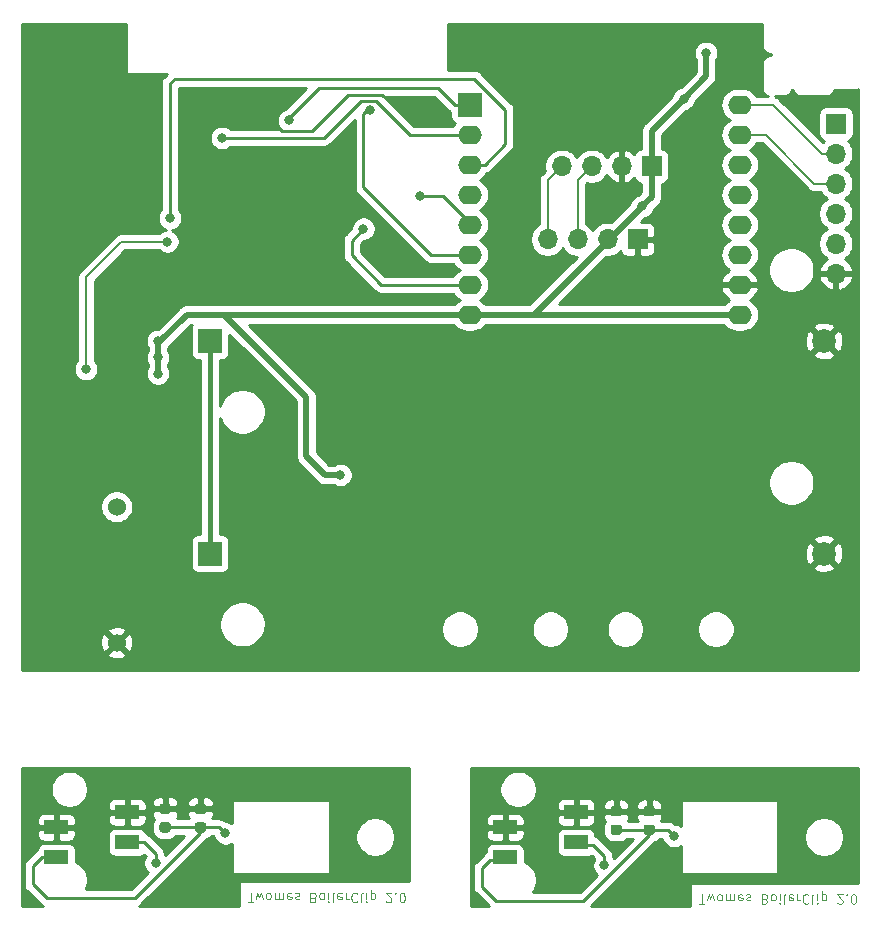
<source format=gbl>
G04 #@! TF.GenerationSoftware,KiCad,Pcbnew,(5.1.7)-1*
G04 #@! TF.CreationDate,2021-06-27T15:04:39+02:00*
G04 #@! TF.ProjectId,TwomesSensor,54776f6d-6573-4536-956e-736f722e6b69,rev?*
G04 #@! TF.SameCoordinates,Original*
G04 #@! TF.FileFunction,Copper,L2,Bot*
G04 #@! TF.FilePolarity,Positive*
%FSLAX46Y46*%
G04 Gerber Fmt 4.6, Leading zero omitted, Abs format (unit mm)*
G04 Created by KiCad (PCBNEW (5.1.7)-1) date 2021-06-27 15:04:39*
%MOMM*%
%LPD*%
G01*
G04 APERTURE LIST*
G04 #@! TA.AperFunction,NonConductor*
%ADD10C,0.100000*%
G04 #@! TD*
G04 #@! TA.AperFunction,ComponentPad*
%ADD11O,1.700000X1.700000*%
G04 #@! TD*
G04 #@! TA.AperFunction,ComponentPad*
%ADD12R,1.700000X1.700000*%
G04 #@! TD*
G04 #@! TA.AperFunction,SMDPad,CuDef*
%ADD13R,2.000000X1.200000*%
G04 #@! TD*
G04 #@! TA.AperFunction,ComponentPad*
%ADD14R,2.000000X2.000000*%
G04 #@! TD*
G04 #@! TA.AperFunction,ComponentPad*
%ADD15C,2.000000*%
G04 #@! TD*
G04 #@! TA.AperFunction,ComponentPad*
%ADD16C,1.524000*%
G04 #@! TD*
G04 #@! TA.AperFunction,ComponentPad*
%ADD17O,2.000000X1.600000*%
G04 #@! TD*
G04 #@! TA.AperFunction,ViaPad*
%ADD18C,0.800000*%
G04 #@! TD*
G04 #@! TA.AperFunction,Conductor*
%ADD19C,0.250000*%
G04 #@! TD*
G04 #@! TA.AperFunction,Conductor*
%ADD20C,0.500000*%
G04 #@! TD*
G04 #@! TA.AperFunction,Conductor*
%ADD21C,0.200000*%
G04 #@! TD*
G04 #@! TA.AperFunction,Conductor*
%ADD22C,0.450000*%
G04 #@! TD*
G04 #@! TA.AperFunction,Conductor*
%ADD23C,0.254000*%
G04 #@! TD*
G04 #@! TA.AperFunction,Conductor*
%ADD24C,0.100000*%
G04 #@! TD*
G04 APERTURE END LIST*
D10*
X67214285Y-108538095D02*
X67671428Y-108538095D01*
X67442857Y-107738095D02*
X67442857Y-108538095D01*
X67861904Y-108271428D02*
X68014285Y-107738095D01*
X68166666Y-108119047D01*
X68319047Y-107738095D01*
X68471428Y-108271428D01*
X68890476Y-107738095D02*
X68814285Y-107776190D01*
X68776190Y-107814285D01*
X68738095Y-107890476D01*
X68738095Y-108119047D01*
X68776190Y-108195238D01*
X68814285Y-108233333D01*
X68890476Y-108271428D01*
X69004761Y-108271428D01*
X69080952Y-108233333D01*
X69119047Y-108195238D01*
X69157142Y-108119047D01*
X69157142Y-107890476D01*
X69119047Y-107814285D01*
X69080952Y-107776190D01*
X69004761Y-107738095D01*
X68890476Y-107738095D01*
X69500000Y-107738095D02*
X69500000Y-108271428D01*
X69500000Y-108195238D02*
X69538095Y-108233333D01*
X69614285Y-108271428D01*
X69728571Y-108271428D01*
X69804761Y-108233333D01*
X69842857Y-108157142D01*
X69842857Y-107738095D01*
X69842857Y-108157142D02*
X69880952Y-108233333D01*
X69957142Y-108271428D01*
X70071428Y-108271428D01*
X70147619Y-108233333D01*
X70185714Y-108157142D01*
X70185714Y-107738095D01*
X70871428Y-107776190D02*
X70795238Y-107738095D01*
X70642857Y-107738095D01*
X70566666Y-107776190D01*
X70528571Y-107852380D01*
X70528571Y-108157142D01*
X70566666Y-108233333D01*
X70642857Y-108271428D01*
X70795238Y-108271428D01*
X70871428Y-108233333D01*
X70909523Y-108157142D01*
X70909523Y-108080952D01*
X70528571Y-108004761D01*
X71214285Y-107776190D02*
X71290476Y-107738095D01*
X71442857Y-107738095D01*
X71519047Y-107776190D01*
X71557142Y-107852380D01*
X71557142Y-107890476D01*
X71519047Y-107966666D01*
X71442857Y-108004761D01*
X71328571Y-108004761D01*
X71252380Y-108042857D01*
X71214285Y-108119047D01*
X71214285Y-108157142D01*
X71252380Y-108233333D01*
X71328571Y-108271428D01*
X71442857Y-108271428D01*
X71519047Y-108233333D01*
X72776190Y-108157142D02*
X72890476Y-108119047D01*
X72928571Y-108080952D01*
X72966666Y-108004761D01*
X72966666Y-107890476D01*
X72928571Y-107814285D01*
X72890476Y-107776190D01*
X72814285Y-107738095D01*
X72509523Y-107738095D01*
X72509523Y-108538095D01*
X72776190Y-108538095D01*
X72852380Y-108500000D01*
X72890476Y-108461904D01*
X72928571Y-108385714D01*
X72928571Y-108309523D01*
X72890476Y-108233333D01*
X72852380Y-108195238D01*
X72776190Y-108157142D01*
X72509523Y-108157142D01*
X73423809Y-107738095D02*
X73347619Y-107776190D01*
X73309523Y-107814285D01*
X73271428Y-107890476D01*
X73271428Y-108119047D01*
X73309523Y-108195238D01*
X73347619Y-108233333D01*
X73423809Y-108271428D01*
X73538095Y-108271428D01*
X73614285Y-108233333D01*
X73652380Y-108195238D01*
X73690476Y-108119047D01*
X73690476Y-107890476D01*
X73652380Y-107814285D01*
X73614285Y-107776190D01*
X73538095Y-107738095D01*
X73423809Y-107738095D01*
X74033333Y-107738095D02*
X74033333Y-108271428D01*
X74033333Y-108538095D02*
X73995238Y-108500000D01*
X74033333Y-108461904D01*
X74071428Y-108500000D01*
X74033333Y-108538095D01*
X74033333Y-108461904D01*
X74528571Y-107738095D02*
X74452380Y-107776190D01*
X74414285Y-107852380D01*
X74414285Y-108538095D01*
X75138095Y-107776190D02*
X75061904Y-107738095D01*
X74909523Y-107738095D01*
X74833333Y-107776190D01*
X74795238Y-107852380D01*
X74795238Y-108157142D01*
X74833333Y-108233333D01*
X74909523Y-108271428D01*
X75061904Y-108271428D01*
X75138095Y-108233333D01*
X75176190Y-108157142D01*
X75176190Y-108080952D01*
X74795238Y-108004761D01*
X75519047Y-107738095D02*
X75519047Y-108271428D01*
X75519047Y-108119047D02*
X75557142Y-108195238D01*
X75595238Y-108233333D01*
X75671428Y-108271428D01*
X75747619Y-108271428D01*
X76471428Y-107814285D02*
X76433333Y-107776190D01*
X76319047Y-107738095D01*
X76242857Y-107738095D01*
X76128571Y-107776190D01*
X76052380Y-107852380D01*
X76014285Y-107928571D01*
X75976190Y-108080952D01*
X75976190Y-108195238D01*
X76014285Y-108347619D01*
X76052380Y-108423809D01*
X76128571Y-108500000D01*
X76242857Y-108538095D01*
X76319047Y-108538095D01*
X76433333Y-108500000D01*
X76471428Y-108461904D01*
X76928571Y-107738095D02*
X76852380Y-107776190D01*
X76814285Y-107852380D01*
X76814285Y-108538095D01*
X77233333Y-107738095D02*
X77233333Y-108271428D01*
X77233333Y-108538095D02*
X77195238Y-108500000D01*
X77233333Y-108461904D01*
X77271428Y-108500000D01*
X77233333Y-108538095D01*
X77233333Y-108461904D01*
X77614285Y-108271428D02*
X77614285Y-107471428D01*
X77614285Y-108233333D02*
X77690476Y-108271428D01*
X77842857Y-108271428D01*
X77919047Y-108233333D01*
X77957142Y-108195238D01*
X77995238Y-108119047D01*
X77995238Y-107890476D01*
X77957142Y-107814285D01*
X77919047Y-107776190D01*
X77842857Y-107738095D01*
X77690476Y-107738095D01*
X77614285Y-107776190D01*
X78909523Y-108461904D02*
X78947619Y-108500000D01*
X79023809Y-108538095D01*
X79214285Y-108538095D01*
X79290476Y-108500000D01*
X79328571Y-108461904D01*
X79366666Y-108385714D01*
X79366666Y-108309523D01*
X79328571Y-108195238D01*
X78871428Y-107738095D01*
X79366666Y-107738095D01*
X79709523Y-107814285D02*
X79747619Y-107776190D01*
X79709523Y-107738095D01*
X79671428Y-107776190D01*
X79709523Y-107814285D01*
X79709523Y-107738095D01*
X80242857Y-108538095D02*
X80319047Y-108538095D01*
X80395238Y-108500000D01*
X80433333Y-108461904D01*
X80471428Y-108385714D01*
X80509523Y-108233333D01*
X80509523Y-108042857D01*
X80471428Y-107890476D01*
X80433333Y-107814285D01*
X80395238Y-107776190D01*
X80319047Y-107738095D01*
X80242857Y-107738095D01*
X80166666Y-107776190D01*
X80128571Y-107814285D01*
X80090476Y-107890476D01*
X80052380Y-108042857D01*
X80052380Y-108233333D01*
X80090476Y-108385714D01*
X80128571Y-108461904D01*
X80166666Y-108500000D01*
X80242857Y-108538095D01*
X105414285Y-108638095D02*
X105871428Y-108638095D01*
X105642857Y-107838095D02*
X105642857Y-108638095D01*
X106061904Y-108371428D02*
X106214285Y-107838095D01*
X106366666Y-108219047D01*
X106519047Y-107838095D01*
X106671428Y-108371428D01*
X107090476Y-107838095D02*
X107014285Y-107876190D01*
X106976190Y-107914285D01*
X106938095Y-107990476D01*
X106938095Y-108219047D01*
X106976190Y-108295238D01*
X107014285Y-108333333D01*
X107090476Y-108371428D01*
X107204761Y-108371428D01*
X107280952Y-108333333D01*
X107319047Y-108295238D01*
X107357142Y-108219047D01*
X107357142Y-107990476D01*
X107319047Y-107914285D01*
X107280952Y-107876190D01*
X107204761Y-107838095D01*
X107090476Y-107838095D01*
X107700000Y-107838095D02*
X107700000Y-108371428D01*
X107700000Y-108295238D02*
X107738095Y-108333333D01*
X107814285Y-108371428D01*
X107928571Y-108371428D01*
X108004761Y-108333333D01*
X108042857Y-108257142D01*
X108042857Y-107838095D01*
X108042857Y-108257142D02*
X108080952Y-108333333D01*
X108157142Y-108371428D01*
X108271428Y-108371428D01*
X108347619Y-108333333D01*
X108385714Y-108257142D01*
X108385714Y-107838095D01*
X109071428Y-107876190D02*
X108995238Y-107838095D01*
X108842857Y-107838095D01*
X108766666Y-107876190D01*
X108728571Y-107952380D01*
X108728571Y-108257142D01*
X108766666Y-108333333D01*
X108842857Y-108371428D01*
X108995238Y-108371428D01*
X109071428Y-108333333D01*
X109109523Y-108257142D01*
X109109523Y-108180952D01*
X108728571Y-108104761D01*
X109414285Y-107876190D02*
X109490476Y-107838095D01*
X109642857Y-107838095D01*
X109719047Y-107876190D01*
X109757142Y-107952380D01*
X109757142Y-107990476D01*
X109719047Y-108066666D01*
X109642857Y-108104761D01*
X109528571Y-108104761D01*
X109452380Y-108142857D01*
X109414285Y-108219047D01*
X109414285Y-108257142D01*
X109452380Y-108333333D01*
X109528571Y-108371428D01*
X109642857Y-108371428D01*
X109719047Y-108333333D01*
X110976190Y-108257142D02*
X111090476Y-108219047D01*
X111128571Y-108180952D01*
X111166666Y-108104761D01*
X111166666Y-107990476D01*
X111128571Y-107914285D01*
X111090476Y-107876190D01*
X111014285Y-107838095D01*
X110709523Y-107838095D01*
X110709523Y-108638095D01*
X110976190Y-108638095D01*
X111052380Y-108600000D01*
X111090476Y-108561904D01*
X111128571Y-108485714D01*
X111128571Y-108409523D01*
X111090476Y-108333333D01*
X111052380Y-108295238D01*
X110976190Y-108257142D01*
X110709523Y-108257142D01*
X111623809Y-107838095D02*
X111547619Y-107876190D01*
X111509523Y-107914285D01*
X111471428Y-107990476D01*
X111471428Y-108219047D01*
X111509523Y-108295238D01*
X111547619Y-108333333D01*
X111623809Y-108371428D01*
X111738095Y-108371428D01*
X111814285Y-108333333D01*
X111852380Y-108295238D01*
X111890476Y-108219047D01*
X111890476Y-107990476D01*
X111852380Y-107914285D01*
X111814285Y-107876190D01*
X111738095Y-107838095D01*
X111623809Y-107838095D01*
X112233333Y-107838095D02*
X112233333Y-108371428D01*
X112233333Y-108638095D02*
X112195238Y-108600000D01*
X112233333Y-108561904D01*
X112271428Y-108600000D01*
X112233333Y-108638095D01*
X112233333Y-108561904D01*
X112728571Y-107838095D02*
X112652380Y-107876190D01*
X112614285Y-107952380D01*
X112614285Y-108638095D01*
X113338095Y-107876190D02*
X113261904Y-107838095D01*
X113109523Y-107838095D01*
X113033333Y-107876190D01*
X112995238Y-107952380D01*
X112995238Y-108257142D01*
X113033333Y-108333333D01*
X113109523Y-108371428D01*
X113261904Y-108371428D01*
X113338095Y-108333333D01*
X113376190Y-108257142D01*
X113376190Y-108180952D01*
X112995238Y-108104761D01*
X113719047Y-107838095D02*
X113719047Y-108371428D01*
X113719047Y-108219047D02*
X113757142Y-108295238D01*
X113795238Y-108333333D01*
X113871428Y-108371428D01*
X113947619Y-108371428D01*
X114671428Y-107914285D02*
X114633333Y-107876190D01*
X114519047Y-107838095D01*
X114442857Y-107838095D01*
X114328571Y-107876190D01*
X114252380Y-107952380D01*
X114214285Y-108028571D01*
X114176190Y-108180952D01*
X114176190Y-108295238D01*
X114214285Y-108447619D01*
X114252380Y-108523809D01*
X114328571Y-108600000D01*
X114442857Y-108638095D01*
X114519047Y-108638095D01*
X114633333Y-108600000D01*
X114671428Y-108561904D01*
X115128571Y-107838095D02*
X115052380Y-107876190D01*
X115014285Y-107952380D01*
X115014285Y-108638095D01*
X115433333Y-107838095D02*
X115433333Y-108371428D01*
X115433333Y-108638095D02*
X115395238Y-108600000D01*
X115433333Y-108561904D01*
X115471428Y-108600000D01*
X115433333Y-108638095D01*
X115433333Y-108561904D01*
X115814285Y-108371428D02*
X115814285Y-107571428D01*
X115814285Y-108333333D02*
X115890476Y-108371428D01*
X116042857Y-108371428D01*
X116119047Y-108333333D01*
X116157142Y-108295238D01*
X116195238Y-108219047D01*
X116195238Y-107990476D01*
X116157142Y-107914285D01*
X116119047Y-107876190D01*
X116042857Y-107838095D01*
X115890476Y-107838095D01*
X115814285Y-107876190D01*
X117109523Y-108561904D02*
X117147619Y-108600000D01*
X117223809Y-108638095D01*
X117414285Y-108638095D01*
X117490476Y-108600000D01*
X117528571Y-108561904D01*
X117566666Y-108485714D01*
X117566666Y-108409523D01*
X117528571Y-108295238D01*
X117071428Y-107838095D01*
X117566666Y-107838095D01*
X117909523Y-107914285D02*
X117947619Y-107876190D01*
X117909523Y-107838095D01*
X117871428Y-107876190D01*
X117909523Y-107914285D01*
X117909523Y-107838095D01*
X118442857Y-108638095D02*
X118519047Y-108638095D01*
X118595238Y-108600000D01*
X118633333Y-108561904D01*
X118671428Y-108485714D01*
X118709523Y-108333333D01*
X118709523Y-108142857D01*
X118671428Y-107990476D01*
X118633333Y-107914285D01*
X118595238Y-107876190D01*
X118519047Y-107838095D01*
X118442857Y-107838095D01*
X118366666Y-107876190D01*
X118328571Y-107914285D01*
X118290476Y-107990476D01*
X118252380Y-108142857D01*
X118252380Y-108333333D01*
X118290476Y-108485714D01*
X118328571Y-108561904D01*
X118366666Y-108600000D01*
X118442857Y-108638095D01*
D11*
X92580000Y-52400000D03*
X95120000Y-52400000D03*
X97660000Y-52400000D03*
D12*
X100200000Y-52400000D03*
D13*
X95000000Y-100900000D03*
X95000000Y-103440000D03*
X89000000Y-102170000D03*
X89000000Y-104710000D03*
G04 #@! TA.AperFunction,SMDPad,CuDef*
G36*
G01*
X63456250Y-101050000D02*
X62943750Y-101050000D01*
G75*
G02*
X62725000Y-100831250I0J218750D01*
G01*
X62725000Y-100393750D01*
G75*
G02*
X62943750Y-100175000I218750J0D01*
G01*
X63456250Y-100175000D01*
G75*
G02*
X63675000Y-100393750I0J-218750D01*
G01*
X63675000Y-100831250D01*
G75*
G02*
X63456250Y-101050000I-218750J0D01*
G01*
G37*
G04 #@! TD.AperFunction*
G04 #@! TA.AperFunction,SMDPad,CuDef*
G36*
G01*
X63456250Y-102625000D02*
X62943750Y-102625000D01*
G75*
G02*
X62725000Y-102406250I0J218750D01*
G01*
X62725000Y-101968750D01*
G75*
G02*
X62943750Y-101750000I218750J0D01*
G01*
X63456250Y-101750000D01*
G75*
G02*
X63675000Y-101968750I0J-218750D01*
G01*
X63675000Y-102406250D01*
G75*
G02*
X63456250Y-102625000I-218750J0D01*
G01*
G37*
G04 #@! TD.AperFunction*
X57000000Y-100900000D03*
X57000000Y-103440000D03*
X51000000Y-102170000D03*
X51000000Y-104710000D03*
G04 #@! TA.AperFunction,SMDPad,CuDef*
G36*
G01*
X101456250Y-101250000D02*
X100943750Y-101250000D01*
G75*
G02*
X100725000Y-101031250I0J218750D01*
G01*
X100725000Y-100593750D01*
G75*
G02*
X100943750Y-100375000I218750J0D01*
G01*
X101456250Y-100375000D01*
G75*
G02*
X101675000Y-100593750I0J-218750D01*
G01*
X101675000Y-101031250D01*
G75*
G02*
X101456250Y-101250000I-218750J0D01*
G01*
G37*
G04 #@! TD.AperFunction*
G04 #@! TA.AperFunction,SMDPad,CuDef*
G36*
G01*
X101456250Y-102825000D02*
X100943750Y-102825000D01*
G75*
G02*
X100725000Y-102606250I0J218750D01*
G01*
X100725000Y-102168750D01*
G75*
G02*
X100943750Y-101950000I218750J0D01*
G01*
X101456250Y-101950000D01*
G75*
G02*
X101675000Y-102168750I0J-218750D01*
G01*
X101675000Y-102606250D01*
G75*
G02*
X101456250Y-102825000I-218750J0D01*
G01*
G37*
G04 #@! TD.AperFunction*
G04 #@! TA.AperFunction,SMDPad,CuDef*
G36*
G01*
X60456250Y-101050000D02*
X59943750Y-101050000D01*
G75*
G02*
X59725000Y-100831250I0J218750D01*
G01*
X59725000Y-100393750D01*
G75*
G02*
X59943750Y-100175000I218750J0D01*
G01*
X60456250Y-100175000D01*
G75*
G02*
X60675000Y-100393750I0J-218750D01*
G01*
X60675000Y-100831250D01*
G75*
G02*
X60456250Y-101050000I-218750J0D01*
G01*
G37*
G04 #@! TD.AperFunction*
G04 #@! TA.AperFunction,SMDPad,CuDef*
G36*
G01*
X60456250Y-102625000D02*
X59943750Y-102625000D01*
G75*
G02*
X59725000Y-102406250I0J218750D01*
G01*
X59725000Y-101968750D01*
G75*
G02*
X59943750Y-101750000I218750J0D01*
G01*
X60456250Y-101750000D01*
G75*
G02*
X60675000Y-101968750I0J-218750D01*
G01*
X60675000Y-102406250D01*
G75*
G02*
X60456250Y-102625000I-218750J0D01*
G01*
G37*
G04 #@! TD.AperFunction*
G04 #@! TA.AperFunction,SMDPad,CuDef*
G36*
G01*
X98656250Y-101250000D02*
X98143750Y-101250000D01*
G75*
G02*
X97925000Y-101031250I0J218750D01*
G01*
X97925000Y-100593750D01*
G75*
G02*
X98143750Y-100375000I218750J0D01*
G01*
X98656250Y-100375000D01*
G75*
G02*
X98875000Y-100593750I0J-218750D01*
G01*
X98875000Y-101031250D01*
G75*
G02*
X98656250Y-101250000I-218750J0D01*
G01*
G37*
G04 #@! TD.AperFunction*
G04 #@! TA.AperFunction,SMDPad,CuDef*
G36*
G01*
X98656250Y-102825000D02*
X98143750Y-102825000D01*
G75*
G02*
X97925000Y-102606250I0J218750D01*
G01*
X97925000Y-102168750D01*
G75*
G02*
X98143750Y-101950000I218750J0D01*
G01*
X98656250Y-101950000D01*
G75*
G02*
X98875000Y-102168750I0J-218750D01*
G01*
X98875000Y-102606250D01*
G75*
G02*
X98656250Y-102825000I-218750J0D01*
G01*
G37*
G04 #@! TD.AperFunction*
D11*
X93780000Y-46200000D03*
X96320000Y-46200000D03*
X98860000Y-46200000D03*
D12*
X101400000Y-46200000D03*
D14*
X64000000Y-61000000D03*
D15*
X115990000Y-61000000D03*
D16*
X56100000Y-86550000D03*
X56100000Y-75050000D03*
D17*
X108860000Y-41000000D03*
X108860000Y-43540000D03*
X108860000Y-46080000D03*
X108860000Y-48620000D03*
X108860000Y-51160000D03*
X108860000Y-53700000D03*
X108860000Y-56240000D03*
X108860000Y-58780000D03*
X86000000Y-58780000D03*
X86000000Y-56240000D03*
X86000000Y-53700000D03*
X86000000Y-51160000D03*
X86000000Y-48620000D03*
X86000000Y-46080000D03*
D14*
X86000000Y-41000000D03*
D17*
X86000000Y-43540000D03*
D11*
X117000000Y-55300000D03*
X117000000Y-52760000D03*
X117000000Y-50220000D03*
X117000000Y-47680000D03*
X117000000Y-45140000D03*
D12*
X117000000Y-42600000D03*
D14*
X64000000Y-79000000D03*
D15*
X115990000Y-79000000D03*
D18*
X68600000Y-45600000D03*
X65200000Y-45600000D03*
X53800000Y-37600000D03*
X56000000Y-45500000D03*
X99400000Y-36000000D03*
X60600000Y-57800000D03*
X59750000Y-66900000D03*
X52200000Y-73900000D03*
X63500000Y-82900000D03*
X92050000Y-73100000D03*
X106950000Y-63550000D03*
X102050000Y-57000000D03*
X76400000Y-63800000D03*
X66300000Y-63000000D03*
X82105000Y-41100000D03*
X96200000Y-86900000D03*
X96100000Y-80300000D03*
X70670001Y-42329999D03*
X59600000Y-63774999D03*
X100600000Y-49600000D03*
X104100000Y-40500000D03*
X106000000Y-36600000D03*
X75050000Y-72350000D03*
X59600000Y-62400000D03*
X59600000Y-61000000D03*
X97400000Y-105400000D03*
X59400000Y-105200000D03*
X60400000Y-52600000D03*
X53500000Y-63400000D03*
X77550000Y-41450000D03*
X81750000Y-48750000D03*
X77000000Y-51500000D03*
X60600000Y-50600000D03*
X65000000Y-43800000D03*
X113000000Y-100000000D03*
X103300000Y-102900000D03*
X75000000Y-103200000D03*
X65300000Y-102700000D03*
D19*
X82105000Y-41100000D02*
X79550000Y-41100000D01*
X79550000Y-41100000D02*
X78600000Y-40150000D01*
X78600000Y-40150000D02*
X75650000Y-40150000D01*
X75650000Y-40150000D02*
X72600000Y-43200000D01*
X72600000Y-43200000D02*
X70100000Y-43200000D01*
X70100000Y-43200000D02*
X69800000Y-42900000D01*
X84750000Y-41000000D02*
X83350000Y-39600000D01*
X86000000Y-41000000D02*
X84750000Y-41000000D01*
X83350000Y-39550000D02*
X73200000Y-39550000D01*
X73200000Y-39600000D02*
X70600000Y-42200000D01*
D20*
X59600000Y-63774999D02*
X59600000Y-63774999D01*
X80780000Y-58780000D02*
X86000000Y-58780000D01*
X106000000Y-38600000D02*
X104100000Y-40500000D01*
X106000000Y-36600000D02*
X106000000Y-38600000D01*
X91420000Y-58780000D02*
X86000000Y-58780000D01*
X100800000Y-49400000D02*
X91420000Y-58780000D01*
X64070000Y-58780000D02*
X65180000Y-58780000D01*
X64070000Y-58780000D02*
X80780000Y-58780000D01*
X65180000Y-58780000D02*
X67450000Y-61050000D01*
X67450000Y-61050000D02*
X72150000Y-65750000D01*
X72150000Y-65750000D02*
X72150000Y-70750000D01*
X72150000Y-70750000D02*
X73750000Y-72350000D01*
X73750000Y-72350000D02*
X75050000Y-72350000D01*
X75050000Y-72350000D02*
X75050000Y-72350000D01*
X59600000Y-62400000D02*
X59600000Y-63774999D01*
X59600000Y-61200000D02*
X59600000Y-62400000D01*
X62020000Y-58780000D02*
X59600000Y-61200000D01*
X64070000Y-58780000D02*
X62020000Y-58780000D01*
X91420000Y-58780000D02*
X108860000Y-58780000D01*
X101400000Y-48800000D02*
X101400000Y-46200000D01*
X100600000Y-49600000D02*
X101400000Y-48800000D01*
X101400000Y-43200000D02*
X104100000Y-40500000D01*
X101400000Y-46200000D02*
X101400000Y-43200000D01*
D21*
X117000000Y-47680000D02*
X115180000Y-47680000D01*
X111040000Y-43540000D02*
X108860000Y-43540000D01*
X115180000Y-47680000D02*
X111040000Y-43540000D01*
X110060000Y-41000000D02*
X108860000Y-41000000D01*
X111657919Y-41000000D02*
X110060000Y-41000000D01*
X115797919Y-45140000D02*
X111657919Y-41000000D01*
X117000000Y-45140000D02*
X115797919Y-45140000D01*
D19*
X97400000Y-105400000D02*
X97400000Y-104600000D01*
X97400000Y-104600000D02*
X96440000Y-103640000D01*
X96440000Y-103640000D02*
X95000000Y-103640000D01*
X59400000Y-104400000D02*
X58440000Y-103440000D01*
X58440000Y-103440000D02*
X57000000Y-103440000D01*
X59400000Y-105200000D02*
X59400000Y-104400000D01*
D21*
X56500000Y-52600000D02*
X53500000Y-55600000D01*
X53500000Y-55600000D02*
X53500000Y-63400000D01*
X53400000Y-63400000D02*
X53400000Y-63400000D01*
X56500000Y-52600000D02*
X60400000Y-52600000D01*
X92580000Y-47400000D02*
X93780000Y-46200000D01*
X92580000Y-52400000D02*
X92580000Y-47400000D01*
X95120000Y-47400000D02*
X96320000Y-46200000D01*
X95120000Y-52400000D02*
X95120000Y-47400000D01*
D19*
X86000000Y-53700000D02*
X82700000Y-53700000D01*
X82700000Y-53700000D02*
X77000000Y-48000000D01*
X77000000Y-48000000D02*
X77000000Y-41750000D01*
X77000000Y-41750000D02*
X77500000Y-41250000D01*
X77500000Y-41250000D02*
X77500000Y-41250000D01*
X86000000Y-51160000D02*
X86160000Y-51160000D01*
X86160000Y-51160000D02*
X83750000Y-48750000D01*
X83750000Y-48750000D02*
X81750000Y-48750000D01*
X81750000Y-48750000D02*
X81750000Y-48750000D01*
X86000000Y-56240000D02*
X81990000Y-56240000D01*
X81990000Y-56240000D02*
X78490000Y-56240000D01*
X78490000Y-56240000D02*
X76000000Y-53750000D01*
X76000000Y-53750000D02*
X76000000Y-52500000D01*
X76000000Y-52500000D02*
X77000000Y-51500000D01*
X77000000Y-51500000D02*
X77000000Y-51500000D01*
X87250000Y-46080000D02*
X89000000Y-44330000D01*
X86000000Y-46080000D02*
X87250000Y-46080000D01*
X89000000Y-44330000D02*
X89000000Y-41414998D01*
X89000000Y-41414998D02*
X86385002Y-38800000D01*
X86385002Y-38800000D02*
X61000000Y-38800000D01*
X61000000Y-38800000D02*
X60600000Y-39200000D01*
X60600000Y-39200000D02*
X60600000Y-49400000D01*
X60600000Y-49400000D02*
X60600000Y-50600000D01*
X60600000Y-50600000D02*
X60600000Y-50600000D01*
X65000000Y-43800000D02*
X65000000Y-43800000D01*
X73400000Y-43800000D02*
X65000000Y-43800000D01*
X80940000Y-43540000D02*
X78050000Y-40650000D01*
X86000000Y-43540000D02*
X80940000Y-43540000D01*
X76800000Y-40650000D02*
X73650000Y-43800000D01*
X78050000Y-40650000D02*
X76800000Y-40650000D01*
X73650000Y-43800000D02*
X73400000Y-43800000D01*
D22*
X64000000Y-61000000D02*
X64000000Y-79000000D01*
D19*
X102787500Y-102387500D02*
X101200000Y-102387500D01*
X101200000Y-102387500D02*
X101200000Y-102825000D01*
X103300000Y-102900000D02*
X102787500Y-102387500D01*
X100725000Y-102387500D02*
X98200000Y-102387500D01*
X95625000Y-108400000D02*
X88200000Y-108400000D01*
X101200000Y-102825000D02*
X95625000Y-108400000D01*
X88200000Y-108400000D02*
X87000000Y-107200000D01*
X87000000Y-107200000D02*
X87000000Y-105660000D01*
X101200000Y-102387500D02*
X100725000Y-102387500D01*
X87000000Y-105660000D02*
X87750000Y-104910000D01*
X87750000Y-104910000D02*
X89000000Y-104910000D01*
X75000000Y-103200000D02*
X75000000Y-103200000D01*
X64787500Y-102187500D02*
X63200000Y-102187500D01*
X63200000Y-102187500D02*
X62725000Y-102187500D01*
X62725000Y-102187500D02*
X60200000Y-102187500D01*
X65300000Y-102700000D02*
X64787500Y-102187500D01*
X49000000Y-107000000D02*
X49000000Y-105460000D01*
X63200000Y-102625000D02*
X57625000Y-108200000D01*
X49000000Y-105460000D02*
X49750000Y-104710000D01*
X63200000Y-102187500D02*
X63200000Y-102625000D01*
X50200000Y-108200000D02*
X49000000Y-107000000D01*
X49750000Y-104710000D02*
X51000000Y-104710000D01*
X57625000Y-108200000D02*
X50200000Y-108200000D01*
D23*
X56873000Y-38250000D02*
X56875440Y-38274776D01*
X56882667Y-38298601D01*
X56894403Y-38320557D01*
X56910197Y-38339803D01*
X56929443Y-38355597D01*
X56951399Y-38367333D01*
X56975224Y-38374560D01*
X57000000Y-38377000D01*
X60348198Y-38377000D01*
X60089002Y-38636197D01*
X60059999Y-38659999D01*
X60004871Y-38727174D01*
X59965026Y-38775724D01*
X59928289Y-38844454D01*
X59894454Y-38907754D01*
X59850997Y-39051015D01*
X59840000Y-39162668D01*
X59840000Y-39162678D01*
X59836324Y-39200000D01*
X59840000Y-39237322D01*
X59840001Y-49362658D01*
X59840000Y-49362668D01*
X59840000Y-49896289D01*
X59796063Y-49940226D01*
X59682795Y-50109744D01*
X59604774Y-50298102D01*
X59565000Y-50498061D01*
X59565000Y-50701939D01*
X59604774Y-50901898D01*
X59682795Y-51090256D01*
X59796063Y-51259774D01*
X59940226Y-51403937D01*
X60109744Y-51517205D01*
X60248791Y-51574800D01*
X60098102Y-51604774D01*
X59909744Y-51682795D01*
X59740226Y-51796063D01*
X59671289Y-51865000D01*
X56536105Y-51865000D01*
X56500000Y-51861444D01*
X56355915Y-51875635D01*
X56217366Y-51917663D01*
X56136100Y-51961101D01*
X56089680Y-51985913D01*
X55977762Y-52077762D01*
X55954746Y-52105807D01*
X53005808Y-55054746D01*
X52977762Y-55077763D01*
X52885913Y-55189681D01*
X52817663Y-55317368D01*
X52788384Y-55413887D01*
X52775635Y-55455915D01*
X52761444Y-55600000D01*
X52765000Y-55636105D01*
X52765001Y-62671288D01*
X52696063Y-62740226D01*
X52582795Y-62909744D01*
X52504774Y-63098102D01*
X52465000Y-63298061D01*
X52465000Y-63501939D01*
X52504774Y-63701898D01*
X52582795Y-63890256D01*
X52696063Y-64059774D01*
X52840226Y-64203937D01*
X53009744Y-64317205D01*
X53198102Y-64395226D01*
X53398061Y-64435000D01*
X53601939Y-64435000D01*
X53801898Y-64395226D01*
X53990256Y-64317205D01*
X54159774Y-64203937D01*
X54303937Y-64059774D01*
X54417205Y-63890256D01*
X54495226Y-63701898D01*
X54535000Y-63501939D01*
X54535000Y-63298061D01*
X54495226Y-63098102D01*
X54417205Y-62909744D01*
X54303937Y-62740226D01*
X54235000Y-62671289D01*
X54235000Y-55904446D01*
X56804447Y-53335000D01*
X59671289Y-53335000D01*
X59740226Y-53403937D01*
X59909744Y-53517205D01*
X60098102Y-53595226D01*
X60298061Y-53635000D01*
X60501939Y-53635000D01*
X60701898Y-53595226D01*
X60890256Y-53517205D01*
X61059774Y-53403937D01*
X61203937Y-53259774D01*
X61317205Y-53090256D01*
X61395226Y-52901898D01*
X61435000Y-52701939D01*
X61435000Y-52498061D01*
X61395226Y-52298102D01*
X61317205Y-52109744D01*
X61203937Y-51940226D01*
X61059774Y-51796063D01*
X60890256Y-51682795D01*
X60751209Y-51625200D01*
X60901898Y-51595226D01*
X61090256Y-51517205D01*
X61259774Y-51403937D01*
X61403937Y-51259774D01*
X61517205Y-51090256D01*
X61595226Y-50901898D01*
X61635000Y-50701939D01*
X61635000Y-50498061D01*
X61595226Y-50298102D01*
X61517205Y-50109744D01*
X61403937Y-49940226D01*
X61360000Y-49896289D01*
X61360000Y-39560000D01*
X72165198Y-39560000D01*
X70395969Y-41329230D01*
X70368103Y-41334773D01*
X70179745Y-41412794D01*
X70010227Y-41526062D01*
X69866064Y-41670225D01*
X69752796Y-41839743D01*
X69674775Y-42028101D01*
X69635001Y-42228060D01*
X69635001Y-42431938D01*
X69674775Y-42631897D01*
X69752796Y-42820255D01*
X69866064Y-42989773D01*
X69916291Y-43040000D01*
X65703711Y-43040000D01*
X65659774Y-42996063D01*
X65490256Y-42882795D01*
X65301898Y-42804774D01*
X65101939Y-42765000D01*
X64898061Y-42765000D01*
X64698102Y-42804774D01*
X64509744Y-42882795D01*
X64340226Y-42996063D01*
X64196063Y-43140226D01*
X64082795Y-43309744D01*
X64004774Y-43498102D01*
X63965000Y-43698061D01*
X63965000Y-43901939D01*
X64004774Y-44101898D01*
X64082795Y-44290256D01*
X64196063Y-44459774D01*
X64340226Y-44603937D01*
X64509744Y-44717205D01*
X64698102Y-44795226D01*
X64898061Y-44835000D01*
X65101939Y-44835000D01*
X65301898Y-44795226D01*
X65490256Y-44717205D01*
X65659774Y-44603937D01*
X65703711Y-44560000D01*
X73612678Y-44560000D01*
X73650000Y-44563676D01*
X73687322Y-44560000D01*
X73687333Y-44560000D01*
X73798986Y-44549003D01*
X73942247Y-44505546D01*
X74074276Y-44434974D01*
X74190001Y-44340001D01*
X74213804Y-44310997D01*
X76240001Y-42284801D01*
X76240000Y-47962677D01*
X76236324Y-48000000D01*
X76240000Y-48037322D01*
X76240000Y-48037332D01*
X76250997Y-48148985D01*
X76284595Y-48259744D01*
X76294454Y-48292246D01*
X76365026Y-48424276D01*
X76404871Y-48472826D01*
X76459999Y-48540001D01*
X76489003Y-48563804D01*
X82136201Y-54211003D01*
X82159999Y-54240001D01*
X82275724Y-54334974D01*
X82407753Y-54405546D01*
X82551014Y-54449003D01*
X82662667Y-54460000D01*
X82662676Y-54460000D01*
X82699999Y-54463676D01*
X82737322Y-54460000D01*
X84579099Y-54460000D01*
X84601068Y-54501101D01*
X84780392Y-54719608D01*
X84998899Y-54898932D01*
X85131858Y-54970000D01*
X84998899Y-55041068D01*
X84780392Y-55220392D01*
X84601068Y-55438899D01*
X84579099Y-55480000D01*
X78804802Y-55480000D01*
X76760000Y-53435199D01*
X76760000Y-52814801D01*
X77039802Y-52535000D01*
X77101939Y-52535000D01*
X77301898Y-52495226D01*
X77490256Y-52417205D01*
X77659774Y-52303937D01*
X77803937Y-52159774D01*
X77917205Y-51990256D01*
X77995226Y-51801898D01*
X78035000Y-51601939D01*
X78035000Y-51398061D01*
X77995226Y-51198102D01*
X77917205Y-51009744D01*
X77803937Y-50840226D01*
X77659774Y-50696063D01*
X77490256Y-50582795D01*
X77301898Y-50504774D01*
X77101939Y-50465000D01*
X76898061Y-50465000D01*
X76698102Y-50504774D01*
X76509744Y-50582795D01*
X76340226Y-50696063D01*
X76196063Y-50840226D01*
X76082795Y-51009744D01*
X76004774Y-51198102D01*
X75965000Y-51398061D01*
X75965000Y-51460198D01*
X75488998Y-51936201D01*
X75460000Y-51959999D01*
X75436202Y-51988997D01*
X75436201Y-51988998D01*
X75365026Y-52075724D01*
X75294454Y-52207754D01*
X75274663Y-52273000D01*
X75258331Y-52326842D01*
X75250998Y-52351015D01*
X75236324Y-52500000D01*
X75240001Y-52537332D01*
X75240000Y-53712677D01*
X75236324Y-53750000D01*
X75240000Y-53787322D01*
X75240000Y-53787332D01*
X75250997Y-53898985D01*
X75294454Y-54042246D01*
X75365026Y-54174276D01*
X75404871Y-54222826D01*
X75459999Y-54290001D01*
X75489003Y-54313804D01*
X77926201Y-56751003D01*
X77949999Y-56780001D01*
X78065724Y-56874974D01*
X78197753Y-56945546D01*
X78341014Y-56989003D01*
X78452667Y-57000000D01*
X78452675Y-57000000D01*
X78490000Y-57003676D01*
X78527325Y-57000000D01*
X84579099Y-57000000D01*
X84601068Y-57041101D01*
X84780392Y-57259608D01*
X84998899Y-57438932D01*
X85131858Y-57510000D01*
X84998899Y-57581068D01*
X84780392Y-57760392D01*
X84669922Y-57895000D01*
X65223469Y-57895000D01*
X65180000Y-57890719D01*
X65136531Y-57895000D01*
X62063469Y-57895000D01*
X62020000Y-57890719D01*
X61976531Y-57895000D01*
X61976523Y-57895000D01*
X61846510Y-57907805D01*
X61679687Y-57958411D01*
X61525941Y-58040589D01*
X61424953Y-58123468D01*
X61424951Y-58123470D01*
X61391183Y-58151183D01*
X61363470Y-58184951D01*
X59583422Y-59965000D01*
X59498061Y-59965000D01*
X59298102Y-60004774D01*
X59109744Y-60082795D01*
X58940226Y-60196063D01*
X58796063Y-60340226D01*
X58682795Y-60509744D01*
X58604774Y-60698102D01*
X58565000Y-60898061D01*
X58565000Y-61101939D01*
X58604774Y-61301898D01*
X58682795Y-61490256D01*
X58715000Y-61538455D01*
X58715001Y-61861545D01*
X58682795Y-61909744D01*
X58604774Y-62098102D01*
X58565000Y-62298061D01*
X58565000Y-62501939D01*
X58604774Y-62701898D01*
X58682795Y-62890256D01*
X58715000Y-62938455D01*
X58715001Y-63236544D01*
X58682795Y-63284743D01*
X58604774Y-63473101D01*
X58565000Y-63673060D01*
X58565000Y-63876938D01*
X58604774Y-64076897D01*
X58682795Y-64265255D01*
X58796063Y-64434773D01*
X58940226Y-64578936D01*
X59109744Y-64692204D01*
X59298102Y-64770225D01*
X59498061Y-64809999D01*
X59701939Y-64809999D01*
X59901898Y-64770225D01*
X60090256Y-64692204D01*
X60259774Y-64578936D01*
X60403937Y-64434773D01*
X60517205Y-64265255D01*
X60595226Y-64076897D01*
X60635000Y-63876938D01*
X60635000Y-63673060D01*
X60595226Y-63473101D01*
X60517205Y-63284743D01*
X60485000Y-63236545D01*
X60485000Y-62938454D01*
X60517205Y-62890256D01*
X60595226Y-62701898D01*
X60635000Y-62501939D01*
X60635000Y-62298061D01*
X60595226Y-62098102D01*
X60517205Y-61909744D01*
X60485000Y-61861546D01*
X60485000Y-61566578D01*
X62386579Y-59665000D01*
X62459043Y-59665000D01*
X62410498Y-59755820D01*
X62374188Y-59875518D01*
X62361928Y-60000000D01*
X62361928Y-62000000D01*
X62374188Y-62124482D01*
X62410498Y-62244180D01*
X62469463Y-62354494D01*
X62548815Y-62451185D01*
X62645506Y-62530537D01*
X62755820Y-62589502D01*
X62875518Y-62625812D01*
X63000000Y-62638072D01*
X63140000Y-62638072D01*
X63140001Y-77361928D01*
X63000000Y-77361928D01*
X62875518Y-77374188D01*
X62755820Y-77410498D01*
X62645506Y-77469463D01*
X62548815Y-77548815D01*
X62469463Y-77645506D01*
X62410498Y-77755820D01*
X62374188Y-77875518D01*
X62361928Y-78000000D01*
X62361928Y-80000000D01*
X62374188Y-80124482D01*
X62410498Y-80244180D01*
X62469463Y-80354494D01*
X62548815Y-80451185D01*
X62645506Y-80530537D01*
X62755820Y-80589502D01*
X62875518Y-80625812D01*
X63000000Y-80638072D01*
X65000000Y-80638072D01*
X65124482Y-80625812D01*
X65244180Y-80589502D01*
X65354494Y-80530537D01*
X65451185Y-80451185D01*
X65530537Y-80354494D01*
X65589502Y-80244180D01*
X65622496Y-80135413D01*
X115034192Y-80135413D01*
X115129956Y-80399814D01*
X115419571Y-80540704D01*
X115731108Y-80622384D01*
X116052595Y-80641718D01*
X116371675Y-80597961D01*
X116676088Y-80492795D01*
X116850044Y-80399814D01*
X116945808Y-80135413D01*
X115990000Y-79179605D01*
X115034192Y-80135413D01*
X65622496Y-80135413D01*
X65625812Y-80124482D01*
X65638072Y-80000000D01*
X65638072Y-79062595D01*
X114348282Y-79062595D01*
X114392039Y-79381675D01*
X114497205Y-79686088D01*
X114590186Y-79860044D01*
X114854587Y-79955808D01*
X115810395Y-79000000D01*
X116169605Y-79000000D01*
X117125413Y-79955808D01*
X117389814Y-79860044D01*
X117530704Y-79570429D01*
X117612384Y-79258892D01*
X117631718Y-78937405D01*
X117587961Y-78618325D01*
X117482795Y-78313912D01*
X117389814Y-78139956D01*
X117125413Y-78044192D01*
X116169605Y-79000000D01*
X115810395Y-79000000D01*
X114854587Y-78044192D01*
X114590186Y-78139956D01*
X114449296Y-78429571D01*
X114367616Y-78741108D01*
X114348282Y-79062595D01*
X65638072Y-79062595D01*
X65638072Y-78000000D01*
X65625812Y-77875518D01*
X65622497Y-77864587D01*
X115034192Y-77864587D01*
X115990000Y-78820395D01*
X116945808Y-77864587D01*
X116850044Y-77600186D01*
X116560429Y-77459296D01*
X116248892Y-77377616D01*
X115927405Y-77358282D01*
X115608325Y-77402039D01*
X115303912Y-77507205D01*
X115129956Y-77600186D01*
X115034192Y-77864587D01*
X65622497Y-77864587D01*
X65589502Y-77755820D01*
X65530537Y-77645506D01*
X65451185Y-77548815D01*
X65354494Y-77469463D01*
X65244180Y-77410498D01*
X65124482Y-77374188D01*
X65000000Y-77361928D01*
X64860000Y-77361928D01*
X64860000Y-67514325D01*
X64870130Y-67565252D01*
X65017502Y-67921040D01*
X65231453Y-68241240D01*
X65503760Y-68513547D01*
X65823960Y-68727498D01*
X66179748Y-68874870D01*
X66557449Y-68950000D01*
X66942551Y-68950000D01*
X67320252Y-68874870D01*
X67676040Y-68727498D01*
X67996240Y-68513547D01*
X68268547Y-68241240D01*
X68482498Y-67921040D01*
X68629870Y-67565252D01*
X68705000Y-67187551D01*
X68705000Y-66802449D01*
X68629870Y-66424748D01*
X68482498Y-66068960D01*
X68268547Y-65748760D01*
X67996240Y-65476453D01*
X67676040Y-65262502D01*
X67320252Y-65115130D01*
X66942551Y-65040000D01*
X66557449Y-65040000D01*
X66179748Y-65115130D01*
X65823960Y-65262502D01*
X65503760Y-65476453D01*
X65231453Y-65748760D01*
X65017502Y-66068960D01*
X64870130Y-66424748D01*
X64860000Y-66475675D01*
X64860000Y-62638072D01*
X65000000Y-62638072D01*
X65124482Y-62625812D01*
X65244180Y-62589502D01*
X65354494Y-62530537D01*
X65451185Y-62451185D01*
X65530537Y-62354494D01*
X65589502Y-62244180D01*
X65625812Y-62124482D01*
X65638072Y-62000000D01*
X65638072Y-60489650D01*
X66854953Y-61706532D01*
X66854959Y-61706537D01*
X71265000Y-66116579D01*
X71265001Y-70706521D01*
X71260719Y-70750000D01*
X71277805Y-70923490D01*
X71328412Y-71090313D01*
X71410590Y-71244059D01*
X71493468Y-71345046D01*
X71493471Y-71345049D01*
X71521184Y-71378817D01*
X71554951Y-71406529D01*
X73093470Y-72945049D01*
X73121183Y-72978817D01*
X73154951Y-73006530D01*
X73154953Y-73006532D01*
X73255941Y-73089411D01*
X73409687Y-73171589D01*
X73576510Y-73222195D01*
X73706523Y-73235000D01*
X73706531Y-73235000D01*
X73750000Y-73239281D01*
X73793469Y-73235000D01*
X74511546Y-73235000D01*
X74559744Y-73267205D01*
X74748102Y-73345226D01*
X74948061Y-73385000D01*
X75151939Y-73385000D01*
X75351898Y-73345226D01*
X75540256Y-73267205D01*
X75709774Y-73153937D01*
X75853937Y-73009774D01*
X75967205Y-72840256D01*
X75978723Y-72812449D01*
X111275000Y-72812449D01*
X111275000Y-73197551D01*
X111350130Y-73575252D01*
X111497502Y-73931040D01*
X111711453Y-74251240D01*
X111983760Y-74523547D01*
X112303960Y-74737498D01*
X112659748Y-74884870D01*
X113037449Y-74960000D01*
X113422551Y-74960000D01*
X113800252Y-74884870D01*
X114156040Y-74737498D01*
X114476240Y-74523547D01*
X114748547Y-74251240D01*
X114962498Y-73931040D01*
X115109870Y-73575252D01*
X115185000Y-73197551D01*
X115185000Y-72812449D01*
X115109870Y-72434748D01*
X114962498Y-72078960D01*
X114748547Y-71758760D01*
X114476240Y-71486453D01*
X114156040Y-71272502D01*
X113800252Y-71125130D01*
X113422551Y-71050000D01*
X113037449Y-71050000D01*
X112659748Y-71125130D01*
X112303960Y-71272502D01*
X111983760Y-71486453D01*
X111711453Y-71758760D01*
X111497502Y-72078960D01*
X111350130Y-72434748D01*
X111275000Y-72812449D01*
X75978723Y-72812449D01*
X76045226Y-72651898D01*
X76085000Y-72451939D01*
X76085000Y-72248061D01*
X76045226Y-72048102D01*
X75967205Y-71859744D01*
X75853937Y-71690226D01*
X75709774Y-71546063D01*
X75540256Y-71432795D01*
X75351898Y-71354774D01*
X75151939Y-71315000D01*
X74948061Y-71315000D01*
X74748102Y-71354774D01*
X74559744Y-71432795D01*
X74511546Y-71465000D01*
X74116579Y-71465000D01*
X73035000Y-70383422D01*
X73035000Y-65793469D01*
X73039281Y-65750000D01*
X73035000Y-65706531D01*
X73035000Y-65706523D01*
X73022195Y-65576510D01*
X72971589Y-65409687D01*
X72889411Y-65255941D01*
X72778817Y-65121183D01*
X72745050Y-65093472D01*
X69786991Y-62135413D01*
X115034192Y-62135413D01*
X115129956Y-62399814D01*
X115419571Y-62540704D01*
X115731108Y-62622384D01*
X116052595Y-62641718D01*
X116371675Y-62597961D01*
X116676088Y-62492795D01*
X116850044Y-62399814D01*
X116945808Y-62135413D01*
X115990000Y-61179605D01*
X115034192Y-62135413D01*
X69786991Y-62135413D01*
X68714173Y-61062595D01*
X114348282Y-61062595D01*
X114392039Y-61381675D01*
X114497205Y-61686088D01*
X114590186Y-61860044D01*
X114854587Y-61955808D01*
X115810395Y-61000000D01*
X116169605Y-61000000D01*
X117125413Y-61955808D01*
X117389814Y-61860044D01*
X117530704Y-61570429D01*
X117612384Y-61258892D01*
X117631718Y-60937405D01*
X117587961Y-60618325D01*
X117482795Y-60313912D01*
X117389814Y-60139956D01*
X117125413Y-60044192D01*
X116169605Y-61000000D01*
X115810395Y-61000000D01*
X114854587Y-60044192D01*
X114590186Y-60139956D01*
X114449296Y-60429571D01*
X114367616Y-60741108D01*
X114348282Y-61062595D01*
X68714173Y-61062595D01*
X68106537Y-60454959D01*
X68106532Y-60454953D01*
X67316579Y-59665000D01*
X84669922Y-59665000D01*
X84780392Y-59799608D01*
X84998899Y-59978932D01*
X85248192Y-60112182D01*
X85518691Y-60194236D01*
X85729508Y-60215000D01*
X86270492Y-60215000D01*
X86481309Y-60194236D01*
X86751808Y-60112182D01*
X87001101Y-59978932D01*
X87219608Y-59799608D01*
X87330078Y-59665000D01*
X91376531Y-59665000D01*
X91420000Y-59669281D01*
X91463469Y-59665000D01*
X107529922Y-59665000D01*
X107640392Y-59799608D01*
X107858899Y-59978932D01*
X108108192Y-60112182D01*
X108378691Y-60194236D01*
X108589508Y-60215000D01*
X109130492Y-60215000D01*
X109341309Y-60194236D01*
X109611808Y-60112182D01*
X109861101Y-59978932D01*
X110000430Y-59864587D01*
X115034192Y-59864587D01*
X115990000Y-60820395D01*
X116945808Y-59864587D01*
X116850044Y-59600186D01*
X116560429Y-59459296D01*
X116248892Y-59377616D01*
X115927405Y-59358282D01*
X115608325Y-59402039D01*
X115303912Y-59507205D01*
X115129956Y-59600186D01*
X115034192Y-59864587D01*
X110000430Y-59864587D01*
X110079608Y-59799608D01*
X110258932Y-59581101D01*
X110392182Y-59331808D01*
X110474236Y-59061309D01*
X110501943Y-58780000D01*
X110474236Y-58498691D01*
X110392182Y-58228192D01*
X110258932Y-57978899D01*
X110079608Y-57760392D01*
X109861101Y-57581068D01*
X109731655Y-57511878D01*
X109749227Y-57504430D01*
X109982662Y-57345673D01*
X110180639Y-57144425D01*
X110335551Y-56908421D01*
X110441444Y-56646730D01*
X110451904Y-56589039D01*
X110329915Y-56367000D01*
X108987000Y-56367000D01*
X108987000Y-56387000D01*
X108733000Y-56387000D01*
X108733000Y-56367000D01*
X107390085Y-56367000D01*
X107268096Y-56589039D01*
X107278556Y-56646730D01*
X107384449Y-56908421D01*
X107539361Y-57144425D01*
X107737338Y-57345673D01*
X107970773Y-57504430D01*
X107988345Y-57511878D01*
X107858899Y-57581068D01*
X107640392Y-57760392D01*
X107529922Y-57895000D01*
X93556578Y-57895000D01*
X97566579Y-53885000D01*
X97806260Y-53885000D01*
X98093158Y-53827932D01*
X98363411Y-53715990D01*
X98606632Y-53553475D01*
X98738487Y-53421620D01*
X98760498Y-53494180D01*
X98819463Y-53604494D01*
X98898815Y-53701185D01*
X98995506Y-53780537D01*
X99105820Y-53839502D01*
X99225518Y-53875812D01*
X99350000Y-53888072D01*
X99914250Y-53885000D01*
X100073000Y-53726250D01*
X100073000Y-52527000D01*
X100327000Y-52527000D01*
X100327000Y-53726250D01*
X100485750Y-53885000D01*
X101050000Y-53888072D01*
X101174482Y-53875812D01*
X101294180Y-53839502D01*
X101404494Y-53780537D01*
X101501185Y-53701185D01*
X101580537Y-53604494D01*
X101639502Y-53494180D01*
X101675812Y-53374482D01*
X101688072Y-53250000D01*
X101685000Y-52685750D01*
X101526250Y-52527000D01*
X100327000Y-52527000D01*
X100073000Y-52527000D01*
X100053000Y-52527000D01*
X100053000Y-52273000D01*
X100073000Y-52273000D01*
X100073000Y-52253000D01*
X100327000Y-52253000D01*
X100327000Y-52273000D01*
X101526250Y-52273000D01*
X101685000Y-52114250D01*
X101688072Y-51550000D01*
X101675812Y-51425518D01*
X101639502Y-51305820D01*
X101580537Y-51195506D01*
X101501185Y-51098815D01*
X101404494Y-51019463D01*
X101294180Y-50960498D01*
X101174482Y-50924188D01*
X101050000Y-50911928D01*
X100536857Y-50914722D01*
X100845044Y-50606535D01*
X100901898Y-50595226D01*
X101090256Y-50517205D01*
X101259774Y-50403937D01*
X101403937Y-50259774D01*
X101517205Y-50090256D01*
X101595226Y-49901898D01*
X101606535Y-49845044D01*
X101995050Y-49456529D01*
X102028817Y-49428817D01*
X102064799Y-49384974D01*
X102139411Y-49294059D01*
X102175516Y-49226511D01*
X102221589Y-49140313D01*
X102272195Y-48973490D01*
X102285000Y-48843477D01*
X102285000Y-48843469D01*
X102289281Y-48800000D01*
X102285000Y-48756531D01*
X102285000Y-47684625D01*
X102374482Y-47675812D01*
X102494180Y-47639502D01*
X102604494Y-47580537D01*
X102701185Y-47501185D01*
X102780537Y-47404494D01*
X102839502Y-47294180D01*
X102875812Y-47174482D01*
X102888072Y-47050000D01*
X102888072Y-45350000D01*
X102875812Y-45225518D01*
X102839502Y-45105820D01*
X102780537Y-44995506D01*
X102701185Y-44898815D01*
X102604494Y-44819463D01*
X102494180Y-44760498D01*
X102374482Y-44724188D01*
X102285000Y-44715375D01*
X102285000Y-43566578D01*
X104345044Y-41506535D01*
X104401898Y-41495226D01*
X104590256Y-41417205D01*
X104759774Y-41303937D01*
X104903937Y-41159774D01*
X105017205Y-40990256D01*
X105095226Y-40801898D01*
X105106535Y-40745043D01*
X106595049Y-39256530D01*
X106628817Y-39228817D01*
X106683106Y-39162667D01*
X106739411Y-39094059D01*
X106770336Y-39036201D01*
X106821589Y-38940313D01*
X106872195Y-38773490D01*
X106885000Y-38643477D01*
X106885000Y-38643469D01*
X106889281Y-38600000D01*
X106885000Y-38556531D01*
X106885000Y-37138454D01*
X106917205Y-37090256D01*
X106995226Y-36901898D01*
X107035000Y-36701939D01*
X107035000Y-36498061D01*
X106995226Y-36298102D01*
X106917205Y-36109744D01*
X106803937Y-35940226D01*
X106659774Y-35796063D01*
X106490256Y-35682795D01*
X106301898Y-35604774D01*
X106101939Y-35565000D01*
X105898061Y-35565000D01*
X105698102Y-35604774D01*
X105509744Y-35682795D01*
X105340226Y-35796063D01*
X105196063Y-35940226D01*
X105082795Y-36109744D01*
X105004774Y-36298102D01*
X104965000Y-36498061D01*
X104965000Y-36701939D01*
X105004774Y-36901898D01*
X105082795Y-37090256D01*
X105115000Y-37138455D01*
X105115001Y-38233420D01*
X103854957Y-39493465D01*
X103798102Y-39504774D01*
X103609744Y-39582795D01*
X103440226Y-39696063D01*
X103296063Y-39840226D01*
X103182795Y-40009744D01*
X103104774Y-40198102D01*
X103093465Y-40254956D01*
X100804951Y-42543471D01*
X100771184Y-42571183D01*
X100743471Y-42604951D01*
X100743468Y-42604954D01*
X100660590Y-42705941D01*
X100578412Y-42859687D01*
X100527805Y-43026510D01*
X100510719Y-43200000D01*
X100515001Y-43243479D01*
X100515000Y-44715375D01*
X100425518Y-44724188D01*
X100305820Y-44760498D01*
X100195506Y-44819463D01*
X100098815Y-44898815D01*
X100019463Y-44995506D01*
X99960498Y-45105820D01*
X99936034Y-45186466D01*
X99860269Y-45102412D01*
X99626920Y-44928359D01*
X99364099Y-44803175D01*
X99216890Y-44758524D01*
X98987000Y-44879845D01*
X98987000Y-46073000D01*
X99007000Y-46073000D01*
X99007000Y-46327000D01*
X98987000Y-46327000D01*
X98987000Y-47520155D01*
X99216890Y-47641476D01*
X99364099Y-47596825D01*
X99626920Y-47471641D01*
X99860269Y-47297588D01*
X99936034Y-47213534D01*
X99960498Y-47294180D01*
X100019463Y-47404494D01*
X100098815Y-47501185D01*
X100195506Y-47580537D01*
X100305820Y-47639502D01*
X100425518Y-47675812D01*
X100515000Y-47684625D01*
X100515000Y-48433421D01*
X100354956Y-48593465D01*
X100298102Y-48604774D01*
X100109744Y-48682795D01*
X99940226Y-48796063D01*
X99796063Y-48940226D01*
X99682795Y-49109744D01*
X99604774Y-49298102D01*
X99593465Y-49354956D01*
X97995733Y-50952689D01*
X97806260Y-50915000D01*
X97513740Y-50915000D01*
X97226842Y-50972068D01*
X96956589Y-51084010D01*
X96713368Y-51246525D01*
X96506525Y-51453368D01*
X96390000Y-51627760D01*
X96273475Y-51453368D01*
X96066632Y-51246525D01*
X95855000Y-51105117D01*
X95855000Y-47704446D01*
X95924103Y-47635344D01*
X96173740Y-47685000D01*
X96466260Y-47685000D01*
X96753158Y-47627932D01*
X97023411Y-47515990D01*
X97266632Y-47353475D01*
X97473475Y-47146632D01*
X97595195Y-46964466D01*
X97664822Y-47081355D01*
X97859731Y-47297588D01*
X98093080Y-47471641D01*
X98355901Y-47596825D01*
X98503110Y-47641476D01*
X98733000Y-47520155D01*
X98733000Y-46327000D01*
X98713000Y-46327000D01*
X98713000Y-46073000D01*
X98733000Y-46073000D01*
X98733000Y-44879845D01*
X98503110Y-44758524D01*
X98355901Y-44803175D01*
X98093080Y-44928359D01*
X97859731Y-45102412D01*
X97664822Y-45318645D01*
X97595195Y-45435534D01*
X97473475Y-45253368D01*
X97266632Y-45046525D01*
X97023411Y-44884010D01*
X96753158Y-44772068D01*
X96466260Y-44715000D01*
X96173740Y-44715000D01*
X95886842Y-44772068D01*
X95616589Y-44884010D01*
X95373368Y-45046525D01*
X95166525Y-45253368D01*
X95050000Y-45427760D01*
X94933475Y-45253368D01*
X94726632Y-45046525D01*
X94483411Y-44884010D01*
X94213158Y-44772068D01*
X93926260Y-44715000D01*
X93633740Y-44715000D01*
X93346842Y-44772068D01*
X93076589Y-44884010D01*
X92833368Y-45046525D01*
X92626525Y-45253368D01*
X92464010Y-45496589D01*
X92352068Y-45766842D01*
X92295000Y-46053740D01*
X92295000Y-46346260D01*
X92344656Y-46595897D01*
X92085808Y-46854746D01*
X92057763Y-46877762D01*
X91965914Y-46989680D01*
X91925167Y-47065913D01*
X91897664Y-47117367D01*
X91855635Y-47255915D01*
X91841444Y-47400000D01*
X91845001Y-47436115D01*
X91845000Y-51105117D01*
X91633368Y-51246525D01*
X91426525Y-51453368D01*
X91264010Y-51696589D01*
X91152068Y-51966842D01*
X91095000Y-52253740D01*
X91095000Y-52546260D01*
X91152068Y-52833158D01*
X91264010Y-53103411D01*
X91426525Y-53346632D01*
X91633368Y-53553475D01*
X91876589Y-53715990D01*
X92146842Y-53827932D01*
X92433740Y-53885000D01*
X92726260Y-53885000D01*
X93013158Y-53827932D01*
X93283411Y-53715990D01*
X93526632Y-53553475D01*
X93733475Y-53346632D01*
X93850000Y-53172240D01*
X93966525Y-53346632D01*
X94173368Y-53553475D01*
X94416589Y-53715990D01*
X94686842Y-53827932D01*
X94973740Y-53885000D01*
X95063422Y-53885000D01*
X91053422Y-57895000D01*
X87330078Y-57895000D01*
X87219608Y-57760392D01*
X87001101Y-57581068D01*
X86868142Y-57510000D01*
X87001101Y-57438932D01*
X87219608Y-57259608D01*
X87398932Y-57041101D01*
X87532182Y-56791808D01*
X87614236Y-56521309D01*
X87641943Y-56240000D01*
X87614236Y-55958691D01*
X87532182Y-55688192D01*
X87398932Y-55438899D01*
X87219608Y-55220392D01*
X87001101Y-55041068D01*
X86868142Y-54970000D01*
X87001101Y-54898932D01*
X87219608Y-54719608D01*
X87398932Y-54501101D01*
X87532182Y-54251808D01*
X87614236Y-53981309D01*
X87641943Y-53700000D01*
X87614236Y-53418691D01*
X87532182Y-53148192D01*
X87398932Y-52898899D01*
X87219608Y-52680392D01*
X87001101Y-52501068D01*
X86868142Y-52430000D01*
X87001101Y-52358932D01*
X87219608Y-52179608D01*
X87398932Y-51961101D01*
X87532182Y-51711808D01*
X87614236Y-51441309D01*
X87641943Y-51160000D01*
X87614236Y-50878691D01*
X87532182Y-50608192D01*
X87398932Y-50358899D01*
X87219608Y-50140392D01*
X87001101Y-49961068D01*
X86868142Y-49890000D01*
X87001101Y-49818932D01*
X87219608Y-49639608D01*
X87398932Y-49421101D01*
X87532182Y-49171808D01*
X87614236Y-48901309D01*
X87641943Y-48620000D01*
X87614236Y-48338691D01*
X87532182Y-48068192D01*
X87398932Y-47818899D01*
X87219608Y-47600392D01*
X87001101Y-47421068D01*
X86868142Y-47350000D01*
X87001101Y-47278932D01*
X87219608Y-47099608D01*
X87398932Y-46881101D01*
X87432157Y-46818941D01*
X87542247Y-46785546D01*
X87674276Y-46714974D01*
X87790001Y-46620001D01*
X87813804Y-46590997D01*
X89511004Y-44893798D01*
X89540001Y-44870001D01*
X89634974Y-44754276D01*
X89705546Y-44622247D01*
X89749003Y-44478986D01*
X89760000Y-44367333D01*
X89760000Y-44367325D01*
X89763676Y-44330000D01*
X89760000Y-44292675D01*
X89760000Y-41452323D01*
X89763676Y-41414998D01*
X89760000Y-41377673D01*
X89760000Y-41377665D01*
X89749003Y-41266012D01*
X89705546Y-41122751D01*
X89634974Y-40990722D01*
X89540001Y-40874997D01*
X89511003Y-40851199D01*
X86948806Y-38289003D01*
X86925003Y-38259999D01*
X86809278Y-38165026D01*
X86677249Y-38094454D01*
X86533988Y-38050997D01*
X86422335Y-38040000D01*
X86422324Y-38040000D01*
X86385002Y-38036324D01*
X86347680Y-38040000D01*
X84127000Y-38040000D01*
X84127000Y-34127000D01*
X110715001Y-34127000D01*
X110715000Y-35966353D01*
X110711686Y-36000000D01*
X110724912Y-36134283D01*
X110764081Y-36263406D01*
X110827688Y-36382407D01*
X110913289Y-36486711D01*
X111017593Y-36572312D01*
X111136594Y-36635919D01*
X111265717Y-36675088D01*
X111400000Y-36688314D01*
X111433647Y-36685000D01*
X111473000Y-36685000D01*
X111473000Y-36815000D01*
X111433647Y-36815000D01*
X111400000Y-36811686D01*
X111366353Y-36815000D01*
X111265717Y-36824912D01*
X111136594Y-36864081D01*
X111017593Y-36927688D01*
X110913289Y-37013289D01*
X110827688Y-37117593D01*
X110764081Y-37236594D01*
X110724912Y-37365717D01*
X110711686Y-37500000D01*
X110715001Y-37533657D01*
X110715000Y-39566353D01*
X110711686Y-39600000D01*
X110724912Y-39734283D01*
X110764081Y-39863406D01*
X110827688Y-39982407D01*
X110913289Y-40086711D01*
X110942889Y-40111003D01*
X111017593Y-40172312D01*
X111136594Y-40235919D01*
X111232461Y-40265000D01*
X110294264Y-40265000D01*
X110258932Y-40198899D01*
X110079608Y-39980392D01*
X109861101Y-39801068D01*
X109611808Y-39667818D01*
X109341309Y-39585764D01*
X109130492Y-39565000D01*
X108589508Y-39565000D01*
X108378691Y-39585764D01*
X108108192Y-39667818D01*
X107858899Y-39801068D01*
X107640392Y-39980392D01*
X107461068Y-40198899D01*
X107327818Y-40448192D01*
X107245764Y-40718691D01*
X107218057Y-41000000D01*
X107245764Y-41281309D01*
X107327818Y-41551808D01*
X107461068Y-41801101D01*
X107640392Y-42019608D01*
X107858899Y-42198932D01*
X107991858Y-42270000D01*
X107858899Y-42341068D01*
X107640392Y-42520392D01*
X107461068Y-42738899D01*
X107327818Y-42988192D01*
X107245764Y-43258691D01*
X107218057Y-43540000D01*
X107245764Y-43821309D01*
X107327818Y-44091808D01*
X107461068Y-44341101D01*
X107640392Y-44559608D01*
X107858899Y-44738932D01*
X107991858Y-44810000D01*
X107858899Y-44881068D01*
X107640392Y-45060392D01*
X107461068Y-45278899D01*
X107327818Y-45528192D01*
X107245764Y-45798691D01*
X107218057Y-46080000D01*
X107245764Y-46361309D01*
X107327818Y-46631808D01*
X107461068Y-46881101D01*
X107640392Y-47099608D01*
X107858899Y-47278932D01*
X107991858Y-47350000D01*
X107858899Y-47421068D01*
X107640392Y-47600392D01*
X107461068Y-47818899D01*
X107327818Y-48068192D01*
X107245764Y-48338691D01*
X107218057Y-48620000D01*
X107245764Y-48901309D01*
X107327818Y-49171808D01*
X107461068Y-49421101D01*
X107640392Y-49639608D01*
X107858899Y-49818932D01*
X107991858Y-49890000D01*
X107858899Y-49961068D01*
X107640392Y-50140392D01*
X107461068Y-50358899D01*
X107327818Y-50608192D01*
X107245764Y-50878691D01*
X107218057Y-51160000D01*
X107245764Y-51441309D01*
X107327818Y-51711808D01*
X107461068Y-51961101D01*
X107640392Y-52179608D01*
X107858899Y-52358932D01*
X107991858Y-52430000D01*
X107858899Y-52501068D01*
X107640392Y-52680392D01*
X107461068Y-52898899D01*
X107327818Y-53148192D01*
X107245764Y-53418691D01*
X107218057Y-53700000D01*
X107245764Y-53981309D01*
X107327818Y-54251808D01*
X107461068Y-54501101D01*
X107640392Y-54719608D01*
X107858899Y-54898932D01*
X107988345Y-54968122D01*
X107970773Y-54975570D01*
X107737338Y-55134327D01*
X107539361Y-55335575D01*
X107384449Y-55571579D01*
X107278556Y-55833270D01*
X107268096Y-55890961D01*
X107390085Y-56113000D01*
X108733000Y-56113000D01*
X108733000Y-56093000D01*
X108987000Y-56093000D01*
X108987000Y-56113000D01*
X110329915Y-56113000D01*
X110451904Y-55890961D01*
X110441444Y-55833270D01*
X110335551Y-55571579D01*
X110180639Y-55335575D01*
X109982662Y-55134327D01*
X109749227Y-54975570D01*
X109731655Y-54968122D01*
X109861101Y-54898932D01*
X109966480Y-54812449D01*
X111275000Y-54812449D01*
X111275000Y-55197551D01*
X111350130Y-55575252D01*
X111497502Y-55931040D01*
X111711453Y-56251240D01*
X111983760Y-56523547D01*
X112303960Y-56737498D01*
X112659748Y-56884870D01*
X113037449Y-56960000D01*
X113422551Y-56960000D01*
X113800252Y-56884870D01*
X114156040Y-56737498D01*
X114476240Y-56523547D01*
X114748547Y-56251240D01*
X114962498Y-55931040D01*
X115076054Y-55656890D01*
X115558524Y-55656890D01*
X115603175Y-55804099D01*
X115728359Y-56066920D01*
X115902412Y-56300269D01*
X116118645Y-56495178D01*
X116368748Y-56644157D01*
X116643109Y-56741481D01*
X116873000Y-56620814D01*
X116873000Y-55427000D01*
X117127000Y-55427000D01*
X117127000Y-56620814D01*
X117356891Y-56741481D01*
X117631252Y-56644157D01*
X117881355Y-56495178D01*
X118097588Y-56300269D01*
X118271641Y-56066920D01*
X118396825Y-55804099D01*
X118441476Y-55656890D01*
X118320155Y-55427000D01*
X117127000Y-55427000D01*
X116873000Y-55427000D01*
X115679845Y-55427000D01*
X115558524Y-55656890D01*
X115076054Y-55656890D01*
X115109870Y-55575252D01*
X115185000Y-55197551D01*
X115185000Y-54812449D01*
X115109870Y-54434748D01*
X114962498Y-54078960D01*
X114748547Y-53758760D01*
X114476240Y-53486453D01*
X114156040Y-53272502D01*
X113800252Y-53125130D01*
X113422551Y-53050000D01*
X113037449Y-53050000D01*
X112659748Y-53125130D01*
X112303960Y-53272502D01*
X111983760Y-53486453D01*
X111711453Y-53758760D01*
X111497502Y-54078960D01*
X111350130Y-54434748D01*
X111275000Y-54812449D01*
X109966480Y-54812449D01*
X110079608Y-54719608D01*
X110258932Y-54501101D01*
X110392182Y-54251808D01*
X110474236Y-53981309D01*
X110501943Y-53700000D01*
X110474236Y-53418691D01*
X110392182Y-53148192D01*
X110258932Y-52898899D01*
X110079608Y-52680392D01*
X109861101Y-52501068D01*
X109728142Y-52430000D01*
X109861101Y-52358932D01*
X110079608Y-52179608D01*
X110258932Y-51961101D01*
X110392182Y-51711808D01*
X110474236Y-51441309D01*
X110501943Y-51160000D01*
X110474236Y-50878691D01*
X110392182Y-50608192D01*
X110258932Y-50358899D01*
X110079608Y-50140392D01*
X109861101Y-49961068D01*
X109728142Y-49890000D01*
X109861101Y-49818932D01*
X110079608Y-49639608D01*
X110258932Y-49421101D01*
X110392182Y-49171808D01*
X110474236Y-48901309D01*
X110501943Y-48620000D01*
X110474236Y-48338691D01*
X110392182Y-48068192D01*
X110258932Y-47818899D01*
X110079608Y-47600392D01*
X109861101Y-47421068D01*
X109728142Y-47350000D01*
X109861101Y-47278932D01*
X110079608Y-47099608D01*
X110258932Y-46881101D01*
X110392182Y-46631808D01*
X110474236Y-46361309D01*
X110501943Y-46080000D01*
X110474236Y-45798691D01*
X110392182Y-45528192D01*
X110258932Y-45278899D01*
X110079608Y-45060392D01*
X109861101Y-44881068D01*
X109728142Y-44810000D01*
X109861101Y-44738932D01*
X110079608Y-44559608D01*
X110258932Y-44341101D01*
X110294264Y-44275000D01*
X110735554Y-44275000D01*
X114634746Y-48174193D01*
X114657762Y-48202238D01*
X114769680Y-48294087D01*
X114897367Y-48362337D01*
X114966839Y-48383411D01*
X115035914Y-48404365D01*
X115050132Y-48405765D01*
X115143895Y-48415000D01*
X115143902Y-48415000D01*
X115179999Y-48418555D01*
X115216096Y-48415000D01*
X115705117Y-48415000D01*
X115846525Y-48626632D01*
X116053368Y-48833475D01*
X116227760Y-48950000D01*
X116053368Y-49066525D01*
X115846525Y-49273368D01*
X115684010Y-49516589D01*
X115572068Y-49786842D01*
X115515000Y-50073740D01*
X115515000Y-50366260D01*
X115572068Y-50653158D01*
X115684010Y-50923411D01*
X115846525Y-51166632D01*
X116053368Y-51373475D01*
X116227760Y-51490000D01*
X116053368Y-51606525D01*
X115846525Y-51813368D01*
X115684010Y-52056589D01*
X115572068Y-52326842D01*
X115515000Y-52613740D01*
X115515000Y-52906260D01*
X115572068Y-53193158D01*
X115684010Y-53463411D01*
X115846525Y-53706632D01*
X116053368Y-53913475D01*
X116235534Y-54035195D01*
X116118645Y-54104822D01*
X115902412Y-54299731D01*
X115728359Y-54533080D01*
X115603175Y-54795901D01*
X115558524Y-54943110D01*
X115679845Y-55173000D01*
X116873000Y-55173000D01*
X116873000Y-55153000D01*
X117127000Y-55153000D01*
X117127000Y-55173000D01*
X118320155Y-55173000D01*
X118441476Y-54943110D01*
X118396825Y-54795901D01*
X118271641Y-54533080D01*
X118097588Y-54299731D01*
X117881355Y-54104822D01*
X117764466Y-54035195D01*
X117946632Y-53913475D01*
X118153475Y-53706632D01*
X118315990Y-53463411D01*
X118427932Y-53193158D01*
X118485000Y-52906260D01*
X118485000Y-52613740D01*
X118427932Y-52326842D01*
X118315990Y-52056589D01*
X118153475Y-51813368D01*
X117946632Y-51606525D01*
X117772240Y-51490000D01*
X117946632Y-51373475D01*
X118153475Y-51166632D01*
X118315990Y-50923411D01*
X118427932Y-50653158D01*
X118485000Y-50366260D01*
X118485000Y-50073740D01*
X118427932Y-49786842D01*
X118315990Y-49516589D01*
X118153475Y-49273368D01*
X117946632Y-49066525D01*
X117772240Y-48950000D01*
X117946632Y-48833475D01*
X118153475Y-48626632D01*
X118315990Y-48383411D01*
X118427932Y-48113158D01*
X118485000Y-47826260D01*
X118485000Y-47533740D01*
X118427932Y-47246842D01*
X118315990Y-46976589D01*
X118153475Y-46733368D01*
X117946632Y-46526525D01*
X117772240Y-46410000D01*
X117946632Y-46293475D01*
X118153475Y-46086632D01*
X118315990Y-45843411D01*
X118427932Y-45573158D01*
X118485000Y-45286260D01*
X118485000Y-44993740D01*
X118427932Y-44706842D01*
X118315990Y-44436589D01*
X118153475Y-44193368D01*
X118021620Y-44061513D01*
X118094180Y-44039502D01*
X118204494Y-43980537D01*
X118301185Y-43901185D01*
X118380537Y-43804494D01*
X118439502Y-43694180D01*
X118475812Y-43574482D01*
X118488072Y-43450000D01*
X118488072Y-41750000D01*
X118475812Y-41625518D01*
X118439502Y-41505820D01*
X118380537Y-41395506D01*
X118301185Y-41298815D01*
X118204494Y-41219463D01*
X118094180Y-41160498D01*
X117974482Y-41124188D01*
X117850000Y-41111928D01*
X116150000Y-41111928D01*
X116025518Y-41124188D01*
X115905820Y-41160498D01*
X115795506Y-41219463D01*
X115698815Y-41298815D01*
X115619463Y-41395506D01*
X115560498Y-41505820D01*
X115524188Y-41625518D01*
X115511928Y-41750000D01*
X115511928Y-43450000D01*
X115524188Y-43574482D01*
X115560498Y-43694180D01*
X115619463Y-43804494D01*
X115698815Y-43901185D01*
X115795506Y-43980537D01*
X115905820Y-44039502D01*
X115978380Y-44061513D01*
X115868629Y-44171264D01*
X112203178Y-40505813D01*
X112180157Y-40477762D01*
X112068239Y-40385913D01*
X111940552Y-40317663D01*
X111832876Y-40285000D01*
X112566353Y-40285000D01*
X112600000Y-40288314D01*
X112734283Y-40275088D01*
X112863406Y-40235919D01*
X112982407Y-40172312D01*
X113086711Y-40086711D01*
X113172312Y-39982407D01*
X113235919Y-39863406D01*
X113275088Y-39734283D01*
X113275805Y-39727000D01*
X113324195Y-39727000D01*
X113324912Y-39734283D01*
X113364081Y-39863406D01*
X113427688Y-39982407D01*
X113513289Y-40086711D01*
X113542889Y-40111003D01*
X113617593Y-40172312D01*
X113736594Y-40235919D01*
X113865717Y-40275088D01*
X114000000Y-40288314D01*
X114033647Y-40285000D01*
X116166353Y-40285000D01*
X116200000Y-40288314D01*
X116334283Y-40275088D01*
X116463406Y-40235919D01*
X116582407Y-40172312D01*
X116686711Y-40086711D01*
X116772312Y-39982407D01*
X116835919Y-39863406D01*
X116875088Y-39734283D01*
X116875805Y-39727000D01*
X118800000Y-39727000D01*
X118824776Y-39724560D01*
X118848601Y-39717333D01*
X118870557Y-39705597D01*
X118873000Y-39703592D01*
X118873000Y-88873000D01*
X48127000Y-88873000D01*
X48127000Y-87515565D01*
X55314040Y-87515565D01*
X55381020Y-87755656D01*
X55630048Y-87872756D01*
X55897135Y-87939023D01*
X56172017Y-87951910D01*
X56444133Y-87910922D01*
X56703023Y-87817636D01*
X56818980Y-87755656D01*
X56885960Y-87515565D01*
X56100000Y-86729605D01*
X55314040Y-87515565D01*
X48127000Y-87515565D01*
X48127000Y-86622017D01*
X54698090Y-86622017D01*
X54739078Y-86894133D01*
X54832364Y-87153023D01*
X54894344Y-87268980D01*
X55134435Y-87335960D01*
X55920395Y-86550000D01*
X56279605Y-86550000D01*
X57065565Y-87335960D01*
X57305656Y-87268980D01*
X57422756Y-87019952D01*
X57489023Y-86752865D01*
X57501910Y-86477983D01*
X57460922Y-86205867D01*
X57367636Y-85946977D01*
X57305656Y-85831020D01*
X57065565Y-85764040D01*
X56279605Y-86550000D01*
X55920395Y-86550000D01*
X55134435Y-85764040D01*
X54894344Y-85831020D01*
X54777244Y-86080048D01*
X54710977Y-86347135D01*
X54698090Y-86622017D01*
X48127000Y-86622017D01*
X48127000Y-85584435D01*
X55314040Y-85584435D01*
X56100000Y-86370395D01*
X56885960Y-85584435D01*
X56818980Y-85344344D01*
X56569952Y-85227244D01*
X56302865Y-85160977D01*
X56027983Y-85148090D01*
X55755867Y-85189078D01*
X55496977Y-85282364D01*
X55381020Y-85344344D01*
X55314040Y-85584435D01*
X48127000Y-85584435D01*
X48127000Y-84802449D01*
X64795000Y-84802449D01*
X64795000Y-85187551D01*
X64870130Y-85565252D01*
X65017502Y-85921040D01*
X65231453Y-86241240D01*
X65503760Y-86513547D01*
X65823960Y-86727498D01*
X66179748Y-86874870D01*
X66557449Y-86950000D01*
X66942551Y-86950000D01*
X67320252Y-86874870D01*
X67676040Y-86727498D01*
X67996240Y-86513547D01*
X68268547Y-86241240D01*
X68482498Y-85921040D01*
X68629870Y-85565252D01*
X68693793Y-85243891D01*
X83585000Y-85243891D01*
X83585000Y-85556109D01*
X83645911Y-85862327D01*
X83765391Y-86150779D01*
X83938850Y-86410379D01*
X84159621Y-86631150D01*
X84419221Y-86804609D01*
X84707673Y-86924089D01*
X85013891Y-86985000D01*
X85326109Y-86985000D01*
X85632327Y-86924089D01*
X85920779Y-86804609D01*
X86180379Y-86631150D01*
X86401150Y-86410379D01*
X86574609Y-86150779D01*
X86694089Y-85862327D01*
X86755000Y-85556109D01*
X86755000Y-85243891D01*
X91245000Y-85243891D01*
X91245000Y-85556109D01*
X91305911Y-85862327D01*
X91425391Y-86150779D01*
X91598850Y-86410379D01*
X91819621Y-86631150D01*
X92079221Y-86804609D01*
X92367673Y-86924089D01*
X92673891Y-86985000D01*
X92986109Y-86985000D01*
X93292327Y-86924089D01*
X93580779Y-86804609D01*
X93840379Y-86631150D01*
X94061150Y-86410379D01*
X94234609Y-86150779D01*
X94354089Y-85862327D01*
X94415000Y-85556109D01*
X94415000Y-85243891D01*
X97585000Y-85243891D01*
X97585000Y-85556109D01*
X97645911Y-85862327D01*
X97765391Y-86150779D01*
X97938850Y-86410379D01*
X98159621Y-86631150D01*
X98419221Y-86804609D01*
X98707673Y-86924089D01*
X99013891Y-86985000D01*
X99326109Y-86985000D01*
X99632327Y-86924089D01*
X99920779Y-86804609D01*
X100180379Y-86631150D01*
X100401150Y-86410379D01*
X100574609Y-86150779D01*
X100694089Y-85862327D01*
X100755000Y-85556109D01*
X100755000Y-85243891D01*
X105245000Y-85243891D01*
X105245000Y-85556109D01*
X105305911Y-85862327D01*
X105425391Y-86150779D01*
X105598850Y-86410379D01*
X105819621Y-86631150D01*
X106079221Y-86804609D01*
X106367673Y-86924089D01*
X106673891Y-86985000D01*
X106986109Y-86985000D01*
X107292327Y-86924089D01*
X107580779Y-86804609D01*
X107840379Y-86631150D01*
X108061150Y-86410379D01*
X108234609Y-86150779D01*
X108354089Y-85862327D01*
X108415000Y-85556109D01*
X108415000Y-85243891D01*
X108354089Y-84937673D01*
X108234609Y-84649221D01*
X108061150Y-84389621D01*
X107840379Y-84168850D01*
X107580779Y-83995391D01*
X107292327Y-83875911D01*
X106986109Y-83815000D01*
X106673891Y-83815000D01*
X106367673Y-83875911D01*
X106079221Y-83995391D01*
X105819621Y-84168850D01*
X105598850Y-84389621D01*
X105425391Y-84649221D01*
X105305911Y-84937673D01*
X105245000Y-85243891D01*
X100755000Y-85243891D01*
X100694089Y-84937673D01*
X100574609Y-84649221D01*
X100401150Y-84389621D01*
X100180379Y-84168850D01*
X99920779Y-83995391D01*
X99632327Y-83875911D01*
X99326109Y-83815000D01*
X99013891Y-83815000D01*
X98707673Y-83875911D01*
X98419221Y-83995391D01*
X98159621Y-84168850D01*
X97938850Y-84389621D01*
X97765391Y-84649221D01*
X97645911Y-84937673D01*
X97585000Y-85243891D01*
X94415000Y-85243891D01*
X94354089Y-84937673D01*
X94234609Y-84649221D01*
X94061150Y-84389621D01*
X93840379Y-84168850D01*
X93580779Y-83995391D01*
X93292327Y-83875911D01*
X92986109Y-83815000D01*
X92673891Y-83815000D01*
X92367673Y-83875911D01*
X92079221Y-83995391D01*
X91819621Y-84168850D01*
X91598850Y-84389621D01*
X91425391Y-84649221D01*
X91305911Y-84937673D01*
X91245000Y-85243891D01*
X86755000Y-85243891D01*
X86694089Y-84937673D01*
X86574609Y-84649221D01*
X86401150Y-84389621D01*
X86180379Y-84168850D01*
X85920779Y-83995391D01*
X85632327Y-83875911D01*
X85326109Y-83815000D01*
X85013891Y-83815000D01*
X84707673Y-83875911D01*
X84419221Y-83995391D01*
X84159621Y-84168850D01*
X83938850Y-84389621D01*
X83765391Y-84649221D01*
X83645911Y-84937673D01*
X83585000Y-85243891D01*
X68693793Y-85243891D01*
X68705000Y-85187551D01*
X68705000Y-84802449D01*
X68629870Y-84424748D01*
X68482498Y-84068960D01*
X68268547Y-83748760D01*
X67996240Y-83476453D01*
X67676040Y-83262502D01*
X67320252Y-83115130D01*
X66942551Y-83040000D01*
X66557449Y-83040000D01*
X66179748Y-83115130D01*
X65823960Y-83262502D01*
X65503760Y-83476453D01*
X65231453Y-83748760D01*
X65017502Y-84068960D01*
X64870130Y-84424748D01*
X64795000Y-84802449D01*
X48127000Y-84802449D01*
X48127000Y-74912408D01*
X54703000Y-74912408D01*
X54703000Y-75187592D01*
X54756686Y-75457490D01*
X54861995Y-75711727D01*
X55014880Y-75940535D01*
X55209465Y-76135120D01*
X55438273Y-76288005D01*
X55692510Y-76393314D01*
X55962408Y-76447000D01*
X56237592Y-76447000D01*
X56507490Y-76393314D01*
X56761727Y-76288005D01*
X56990535Y-76135120D01*
X57185120Y-75940535D01*
X57338005Y-75711727D01*
X57443314Y-75457490D01*
X57497000Y-75187592D01*
X57497000Y-74912408D01*
X57443314Y-74642510D01*
X57338005Y-74388273D01*
X57185120Y-74159465D01*
X56990535Y-73964880D01*
X56761727Y-73811995D01*
X56507490Y-73706686D01*
X56237592Y-73653000D01*
X55962408Y-73653000D01*
X55692510Y-73706686D01*
X55438273Y-73811995D01*
X55209465Y-73964880D01*
X55014880Y-74159465D01*
X54861995Y-74388273D01*
X54756686Y-74642510D01*
X54703000Y-74912408D01*
X48127000Y-74912408D01*
X48127000Y-34127000D01*
X56873000Y-34127000D01*
X56873000Y-38250000D01*
G04 #@! TA.AperFunction,Conductor*
D24*
G36*
X56873000Y-38250000D02*
G01*
X56875440Y-38274776D01*
X56882667Y-38298601D01*
X56894403Y-38320557D01*
X56910197Y-38339803D01*
X56929443Y-38355597D01*
X56951399Y-38367333D01*
X56975224Y-38374560D01*
X57000000Y-38377000D01*
X60348198Y-38377000D01*
X60089002Y-38636197D01*
X60059999Y-38659999D01*
X60004871Y-38727174D01*
X59965026Y-38775724D01*
X59928289Y-38844454D01*
X59894454Y-38907754D01*
X59850997Y-39051015D01*
X59840000Y-39162668D01*
X59840000Y-39162678D01*
X59836324Y-39200000D01*
X59840000Y-39237322D01*
X59840001Y-49362658D01*
X59840000Y-49362668D01*
X59840000Y-49896289D01*
X59796063Y-49940226D01*
X59682795Y-50109744D01*
X59604774Y-50298102D01*
X59565000Y-50498061D01*
X59565000Y-50701939D01*
X59604774Y-50901898D01*
X59682795Y-51090256D01*
X59796063Y-51259774D01*
X59940226Y-51403937D01*
X60109744Y-51517205D01*
X60248791Y-51574800D01*
X60098102Y-51604774D01*
X59909744Y-51682795D01*
X59740226Y-51796063D01*
X59671289Y-51865000D01*
X56536105Y-51865000D01*
X56500000Y-51861444D01*
X56355915Y-51875635D01*
X56217366Y-51917663D01*
X56136100Y-51961101D01*
X56089680Y-51985913D01*
X55977762Y-52077762D01*
X55954746Y-52105807D01*
X53005808Y-55054746D01*
X52977762Y-55077763D01*
X52885913Y-55189681D01*
X52817663Y-55317368D01*
X52788384Y-55413887D01*
X52775635Y-55455915D01*
X52761444Y-55600000D01*
X52765000Y-55636105D01*
X52765001Y-62671288D01*
X52696063Y-62740226D01*
X52582795Y-62909744D01*
X52504774Y-63098102D01*
X52465000Y-63298061D01*
X52465000Y-63501939D01*
X52504774Y-63701898D01*
X52582795Y-63890256D01*
X52696063Y-64059774D01*
X52840226Y-64203937D01*
X53009744Y-64317205D01*
X53198102Y-64395226D01*
X53398061Y-64435000D01*
X53601939Y-64435000D01*
X53801898Y-64395226D01*
X53990256Y-64317205D01*
X54159774Y-64203937D01*
X54303937Y-64059774D01*
X54417205Y-63890256D01*
X54495226Y-63701898D01*
X54535000Y-63501939D01*
X54535000Y-63298061D01*
X54495226Y-63098102D01*
X54417205Y-62909744D01*
X54303937Y-62740226D01*
X54235000Y-62671289D01*
X54235000Y-55904446D01*
X56804447Y-53335000D01*
X59671289Y-53335000D01*
X59740226Y-53403937D01*
X59909744Y-53517205D01*
X60098102Y-53595226D01*
X60298061Y-53635000D01*
X60501939Y-53635000D01*
X60701898Y-53595226D01*
X60890256Y-53517205D01*
X61059774Y-53403937D01*
X61203937Y-53259774D01*
X61317205Y-53090256D01*
X61395226Y-52901898D01*
X61435000Y-52701939D01*
X61435000Y-52498061D01*
X61395226Y-52298102D01*
X61317205Y-52109744D01*
X61203937Y-51940226D01*
X61059774Y-51796063D01*
X60890256Y-51682795D01*
X60751209Y-51625200D01*
X60901898Y-51595226D01*
X61090256Y-51517205D01*
X61259774Y-51403937D01*
X61403937Y-51259774D01*
X61517205Y-51090256D01*
X61595226Y-50901898D01*
X61635000Y-50701939D01*
X61635000Y-50498061D01*
X61595226Y-50298102D01*
X61517205Y-50109744D01*
X61403937Y-49940226D01*
X61360000Y-49896289D01*
X61360000Y-39560000D01*
X72165198Y-39560000D01*
X70395969Y-41329230D01*
X70368103Y-41334773D01*
X70179745Y-41412794D01*
X70010227Y-41526062D01*
X69866064Y-41670225D01*
X69752796Y-41839743D01*
X69674775Y-42028101D01*
X69635001Y-42228060D01*
X69635001Y-42431938D01*
X69674775Y-42631897D01*
X69752796Y-42820255D01*
X69866064Y-42989773D01*
X69916291Y-43040000D01*
X65703711Y-43040000D01*
X65659774Y-42996063D01*
X65490256Y-42882795D01*
X65301898Y-42804774D01*
X65101939Y-42765000D01*
X64898061Y-42765000D01*
X64698102Y-42804774D01*
X64509744Y-42882795D01*
X64340226Y-42996063D01*
X64196063Y-43140226D01*
X64082795Y-43309744D01*
X64004774Y-43498102D01*
X63965000Y-43698061D01*
X63965000Y-43901939D01*
X64004774Y-44101898D01*
X64082795Y-44290256D01*
X64196063Y-44459774D01*
X64340226Y-44603937D01*
X64509744Y-44717205D01*
X64698102Y-44795226D01*
X64898061Y-44835000D01*
X65101939Y-44835000D01*
X65301898Y-44795226D01*
X65490256Y-44717205D01*
X65659774Y-44603937D01*
X65703711Y-44560000D01*
X73612678Y-44560000D01*
X73650000Y-44563676D01*
X73687322Y-44560000D01*
X73687333Y-44560000D01*
X73798986Y-44549003D01*
X73942247Y-44505546D01*
X74074276Y-44434974D01*
X74190001Y-44340001D01*
X74213804Y-44310997D01*
X76240001Y-42284801D01*
X76240000Y-47962677D01*
X76236324Y-48000000D01*
X76240000Y-48037322D01*
X76240000Y-48037332D01*
X76250997Y-48148985D01*
X76284595Y-48259744D01*
X76294454Y-48292246D01*
X76365026Y-48424276D01*
X76404871Y-48472826D01*
X76459999Y-48540001D01*
X76489003Y-48563804D01*
X82136201Y-54211003D01*
X82159999Y-54240001D01*
X82275724Y-54334974D01*
X82407753Y-54405546D01*
X82551014Y-54449003D01*
X82662667Y-54460000D01*
X82662676Y-54460000D01*
X82699999Y-54463676D01*
X82737322Y-54460000D01*
X84579099Y-54460000D01*
X84601068Y-54501101D01*
X84780392Y-54719608D01*
X84998899Y-54898932D01*
X85131858Y-54970000D01*
X84998899Y-55041068D01*
X84780392Y-55220392D01*
X84601068Y-55438899D01*
X84579099Y-55480000D01*
X78804802Y-55480000D01*
X76760000Y-53435199D01*
X76760000Y-52814801D01*
X77039802Y-52535000D01*
X77101939Y-52535000D01*
X77301898Y-52495226D01*
X77490256Y-52417205D01*
X77659774Y-52303937D01*
X77803937Y-52159774D01*
X77917205Y-51990256D01*
X77995226Y-51801898D01*
X78035000Y-51601939D01*
X78035000Y-51398061D01*
X77995226Y-51198102D01*
X77917205Y-51009744D01*
X77803937Y-50840226D01*
X77659774Y-50696063D01*
X77490256Y-50582795D01*
X77301898Y-50504774D01*
X77101939Y-50465000D01*
X76898061Y-50465000D01*
X76698102Y-50504774D01*
X76509744Y-50582795D01*
X76340226Y-50696063D01*
X76196063Y-50840226D01*
X76082795Y-51009744D01*
X76004774Y-51198102D01*
X75965000Y-51398061D01*
X75965000Y-51460198D01*
X75488998Y-51936201D01*
X75460000Y-51959999D01*
X75436202Y-51988997D01*
X75436201Y-51988998D01*
X75365026Y-52075724D01*
X75294454Y-52207754D01*
X75274663Y-52273000D01*
X75258331Y-52326842D01*
X75250998Y-52351015D01*
X75236324Y-52500000D01*
X75240001Y-52537332D01*
X75240000Y-53712677D01*
X75236324Y-53750000D01*
X75240000Y-53787322D01*
X75240000Y-53787332D01*
X75250997Y-53898985D01*
X75294454Y-54042246D01*
X75365026Y-54174276D01*
X75404871Y-54222826D01*
X75459999Y-54290001D01*
X75489003Y-54313804D01*
X77926201Y-56751003D01*
X77949999Y-56780001D01*
X78065724Y-56874974D01*
X78197753Y-56945546D01*
X78341014Y-56989003D01*
X78452667Y-57000000D01*
X78452675Y-57000000D01*
X78490000Y-57003676D01*
X78527325Y-57000000D01*
X84579099Y-57000000D01*
X84601068Y-57041101D01*
X84780392Y-57259608D01*
X84998899Y-57438932D01*
X85131858Y-57510000D01*
X84998899Y-57581068D01*
X84780392Y-57760392D01*
X84669922Y-57895000D01*
X65223469Y-57895000D01*
X65180000Y-57890719D01*
X65136531Y-57895000D01*
X62063469Y-57895000D01*
X62020000Y-57890719D01*
X61976531Y-57895000D01*
X61976523Y-57895000D01*
X61846510Y-57907805D01*
X61679687Y-57958411D01*
X61525941Y-58040589D01*
X61424953Y-58123468D01*
X61424951Y-58123470D01*
X61391183Y-58151183D01*
X61363470Y-58184951D01*
X59583422Y-59965000D01*
X59498061Y-59965000D01*
X59298102Y-60004774D01*
X59109744Y-60082795D01*
X58940226Y-60196063D01*
X58796063Y-60340226D01*
X58682795Y-60509744D01*
X58604774Y-60698102D01*
X58565000Y-60898061D01*
X58565000Y-61101939D01*
X58604774Y-61301898D01*
X58682795Y-61490256D01*
X58715000Y-61538455D01*
X58715001Y-61861545D01*
X58682795Y-61909744D01*
X58604774Y-62098102D01*
X58565000Y-62298061D01*
X58565000Y-62501939D01*
X58604774Y-62701898D01*
X58682795Y-62890256D01*
X58715000Y-62938455D01*
X58715001Y-63236544D01*
X58682795Y-63284743D01*
X58604774Y-63473101D01*
X58565000Y-63673060D01*
X58565000Y-63876938D01*
X58604774Y-64076897D01*
X58682795Y-64265255D01*
X58796063Y-64434773D01*
X58940226Y-64578936D01*
X59109744Y-64692204D01*
X59298102Y-64770225D01*
X59498061Y-64809999D01*
X59701939Y-64809999D01*
X59901898Y-64770225D01*
X60090256Y-64692204D01*
X60259774Y-64578936D01*
X60403937Y-64434773D01*
X60517205Y-64265255D01*
X60595226Y-64076897D01*
X60635000Y-63876938D01*
X60635000Y-63673060D01*
X60595226Y-63473101D01*
X60517205Y-63284743D01*
X60485000Y-63236545D01*
X60485000Y-62938454D01*
X60517205Y-62890256D01*
X60595226Y-62701898D01*
X60635000Y-62501939D01*
X60635000Y-62298061D01*
X60595226Y-62098102D01*
X60517205Y-61909744D01*
X60485000Y-61861546D01*
X60485000Y-61566578D01*
X62386579Y-59665000D01*
X62459043Y-59665000D01*
X62410498Y-59755820D01*
X62374188Y-59875518D01*
X62361928Y-60000000D01*
X62361928Y-62000000D01*
X62374188Y-62124482D01*
X62410498Y-62244180D01*
X62469463Y-62354494D01*
X62548815Y-62451185D01*
X62645506Y-62530537D01*
X62755820Y-62589502D01*
X62875518Y-62625812D01*
X63000000Y-62638072D01*
X63140000Y-62638072D01*
X63140001Y-77361928D01*
X63000000Y-77361928D01*
X62875518Y-77374188D01*
X62755820Y-77410498D01*
X62645506Y-77469463D01*
X62548815Y-77548815D01*
X62469463Y-77645506D01*
X62410498Y-77755820D01*
X62374188Y-77875518D01*
X62361928Y-78000000D01*
X62361928Y-80000000D01*
X62374188Y-80124482D01*
X62410498Y-80244180D01*
X62469463Y-80354494D01*
X62548815Y-80451185D01*
X62645506Y-80530537D01*
X62755820Y-80589502D01*
X62875518Y-80625812D01*
X63000000Y-80638072D01*
X65000000Y-80638072D01*
X65124482Y-80625812D01*
X65244180Y-80589502D01*
X65354494Y-80530537D01*
X65451185Y-80451185D01*
X65530537Y-80354494D01*
X65589502Y-80244180D01*
X65622496Y-80135413D01*
X115034192Y-80135413D01*
X115129956Y-80399814D01*
X115419571Y-80540704D01*
X115731108Y-80622384D01*
X116052595Y-80641718D01*
X116371675Y-80597961D01*
X116676088Y-80492795D01*
X116850044Y-80399814D01*
X116945808Y-80135413D01*
X115990000Y-79179605D01*
X115034192Y-80135413D01*
X65622496Y-80135413D01*
X65625812Y-80124482D01*
X65638072Y-80000000D01*
X65638072Y-79062595D01*
X114348282Y-79062595D01*
X114392039Y-79381675D01*
X114497205Y-79686088D01*
X114590186Y-79860044D01*
X114854587Y-79955808D01*
X115810395Y-79000000D01*
X116169605Y-79000000D01*
X117125413Y-79955808D01*
X117389814Y-79860044D01*
X117530704Y-79570429D01*
X117612384Y-79258892D01*
X117631718Y-78937405D01*
X117587961Y-78618325D01*
X117482795Y-78313912D01*
X117389814Y-78139956D01*
X117125413Y-78044192D01*
X116169605Y-79000000D01*
X115810395Y-79000000D01*
X114854587Y-78044192D01*
X114590186Y-78139956D01*
X114449296Y-78429571D01*
X114367616Y-78741108D01*
X114348282Y-79062595D01*
X65638072Y-79062595D01*
X65638072Y-78000000D01*
X65625812Y-77875518D01*
X65622497Y-77864587D01*
X115034192Y-77864587D01*
X115990000Y-78820395D01*
X116945808Y-77864587D01*
X116850044Y-77600186D01*
X116560429Y-77459296D01*
X116248892Y-77377616D01*
X115927405Y-77358282D01*
X115608325Y-77402039D01*
X115303912Y-77507205D01*
X115129956Y-77600186D01*
X115034192Y-77864587D01*
X65622497Y-77864587D01*
X65589502Y-77755820D01*
X65530537Y-77645506D01*
X65451185Y-77548815D01*
X65354494Y-77469463D01*
X65244180Y-77410498D01*
X65124482Y-77374188D01*
X65000000Y-77361928D01*
X64860000Y-77361928D01*
X64860000Y-67514325D01*
X64870130Y-67565252D01*
X65017502Y-67921040D01*
X65231453Y-68241240D01*
X65503760Y-68513547D01*
X65823960Y-68727498D01*
X66179748Y-68874870D01*
X66557449Y-68950000D01*
X66942551Y-68950000D01*
X67320252Y-68874870D01*
X67676040Y-68727498D01*
X67996240Y-68513547D01*
X68268547Y-68241240D01*
X68482498Y-67921040D01*
X68629870Y-67565252D01*
X68705000Y-67187551D01*
X68705000Y-66802449D01*
X68629870Y-66424748D01*
X68482498Y-66068960D01*
X68268547Y-65748760D01*
X67996240Y-65476453D01*
X67676040Y-65262502D01*
X67320252Y-65115130D01*
X66942551Y-65040000D01*
X66557449Y-65040000D01*
X66179748Y-65115130D01*
X65823960Y-65262502D01*
X65503760Y-65476453D01*
X65231453Y-65748760D01*
X65017502Y-66068960D01*
X64870130Y-66424748D01*
X64860000Y-66475675D01*
X64860000Y-62638072D01*
X65000000Y-62638072D01*
X65124482Y-62625812D01*
X65244180Y-62589502D01*
X65354494Y-62530537D01*
X65451185Y-62451185D01*
X65530537Y-62354494D01*
X65589502Y-62244180D01*
X65625812Y-62124482D01*
X65638072Y-62000000D01*
X65638072Y-60489650D01*
X66854953Y-61706532D01*
X66854959Y-61706537D01*
X71265000Y-66116579D01*
X71265001Y-70706521D01*
X71260719Y-70750000D01*
X71277805Y-70923490D01*
X71328412Y-71090313D01*
X71410590Y-71244059D01*
X71493468Y-71345046D01*
X71493471Y-71345049D01*
X71521184Y-71378817D01*
X71554951Y-71406529D01*
X73093470Y-72945049D01*
X73121183Y-72978817D01*
X73154951Y-73006530D01*
X73154953Y-73006532D01*
X73255941Y-73089411D01*
X73409687Y-73171589D01*
X73576510Y-73222195D01*
X73706523Y-73235000D01*
X73706531Y-73235000D01*
X73750000Y-73239281D01*
X73793469Y-73235000D01*
X74511546Y-73235000D01*
X74559744Y-73267205D01*
X74748102Y-73345226D01*
X74948061Y-73385000D01*
X75151939Y-73385000D01*
X75351898Y-73345226D01*
X75540256Y-73267205D01*
X75709774Y-73153937D01*
X75853937Y-73009774D01*
X75967205Y-72840256D01*
X75978723Y-72812449D01*
X111275000Y-72812449D01*
X111275000Y-73197551D01*
X111350130Y-73575252D01*
X111497502Y-73931040D01*
X111711453Y-74251240D01*
X111983760Y-74523547D01*
X112303960Y-74737498D01*
X112659748Y-74884870D01*
X113037449Y-74960000D01*
X113422551Y-74960000D01*
X113800252Y-74884870D01*
X114156040Y-74737498D01*
X114476240Y-74523547D01*
X114748547Y-74251240D01*
X114962498Y-73931040D01*
X115109870Y-73575252D01*
X115185000Y-73197551D01*
X115185000Y-72812449D01*
X115109870Y-72434748D01*
X114962498Y-72078960D01*
X114748547Y-71758760D01*
X114476240Y-71486453D01*
X114156040Y-71272502D01*
X113800252Y-71125130D01*
X113422551Y-71050000D01*
X113037449Y-71050000D01*
X112659748Y-71125130D01*
X112303960Y-71272502D01*
X111983760Y-71486453D01*
X111711453Y-71758760D01*
X111497502Y-72078960D01*
X111350130Y-72434748D01*
X111275000Y-72812449D01*
X75978723Y-72812449D01*
X76045226Y-72651898D01*
X76085000Y-72451939D01*
X76085000Y-72248061D01*
X76045226Y-72048102D01*
X75967205Y-71859744D01*
X75853937Y-71690226D01*
X75709774Y-71546063D01*
X75540256Y-71432795D01*
X75351898Y-71354774D01*
X75151939Y-71315000D01*
X74948061Y-71315000D01*
X74748102Y-71354774D01*
X74559744Y-71432795D01*
X74511546Y-71465000D01*
X74116579Y-71465000D01*
X73035000Y-70383422D01*
X73035000Y-65793469D01*
X73039281Y-65750000D01*
X73035000Y-65706531D01*
X73035000Y-65706523D01*
X73022195Y-65576510D01*
X72971589Y-65409687D01*
X72889411Y-65255941D01*
X72778817Y-65121183D01*
X72745050Y-65093472D01*
X69786991Y-62135413D01*
X115034192Y-62135413D01*
X115129956Y-62399814D01*
X115419571Y-62540704D01*
X115731108Y-62622384D01*
X116052595Y-62641718D01*
X116371675Y-62597961D01*
X116676088Y-62492795D01*
X116850044Y-62399814D01*
X116945808Y-62135413D01*
X115990000Y-61179605D01*
X115034192Y-62135413D01*
X69786991Y-62135413D01*
X68714173Y-61062595D01*
X114348282Y-61062595D01*
X114392039Y-61381675D01*
X114497205Y-61686088D01*
X114590186Y-61860044D01*
X114854587Y-61955808D01*
X115810395Y-61000000D01*
X116169605Y-61000000D01*
X117125413Y-61955808D01*
X117389814Y-61860044D01*
X117530704Y-61570429D01*
X117612384Y-61258892D01*
X117631718Y-60937405D01*
X117587961Y-60618325D01*
X117482795Y-60313912D01*
X117389814Y-60139956D01*
X117125413Y-60044192D01*
X116169605Y-61000000D01*
X115810395Y-61000000D01*
X114854587Y-60044192D01*
X114590186Y-60139956D01*
X114449296Y-60429571D01*
X114367616Y-60741108D01*
X114348282Y-61062595D01*
X68714173Y-61062595D01*
X68106537Y-60454959D01*
X68106532Y-60454953D01*
X67316579Y-59665000D01*
X84669922Y-59665000D01*
X84780392Y-59799608D01*
X84998899Y-59978932D01*
X85248192Y-60112182D01*
X85518691Y-60194236D01*
X85729508Y-60215000D01*
X86270492Y-60215000D01*
X86481309Y-60194236D01*
X86751808Y-60112182D01*
X87001101Y-59978932D01*
X87219608Y-59799608D01*
X87330078Y-59665000D01*
X91376531Y-59665000D01*
X91420000Y-59669281D01*
X91463469Y-59665000D01*
X107529922Y-59665000D01*
X107640392Y-59799608D01*
X107858899Y-59978932D01*
X108108192Y-60112182D01*
X108378691Y-60194236D01*
X108589508Y-60215000D01*
X109130492Y-60215000D01*
X109341309Y-60194236D01*
X109611808Y-60112182D01*
X109861101Y-59978932D01*
X110000430Y-59864587D01*
X115034192Y-59864587D01*
X115990000Y-60820395D01*
X116945808Y-59864587D01*
X116850044Y-59600186D01*
X116560429Y-59459296D01*
X116248892Y-59377616D01*
X115927405Y-59358282D01*
X115608325Y-59402039D01*
X115303912Y-59507205D01*
X115129956Y-59600186D01*
X115034192Y-59864587D01*
X110000430Y-59864587D01*
X110079608Y-59799608D01*
X110258932Y-59581101D01*
X110392182Y-59331808D01*
X110474236Y-59061309D01*
X110501943Y-58780000D01*
X110474236Y-58498691D01*
X110392182Y-58228192D01*
X110258932Y-57978899D01*
X110079608Y-57760392D01*
X109861101Y-57581068D01*
X109731655Y-57511878D01*
X109749227Y-57504430D01*
X109982662Y-57345673D01*
X110180639Y-57144425D01*
X110335551Y-56908421D01*
X110441444Y-56646730D01*
X110451904Y-56589039D01*
X110329915Y-56367000D01*
X108987000Y-56367000D01*
X108987000Y-56387000D01*
X108733000Y-56387000D01*
X108733000Y-56367000D01*
X107390085Y-56367000D01*
X107268096Y-56589039D01*
X107278556Y-56646730D01*
X107384449Y-56908421D01*
X107539361Y-57144425D01*
X107737338Y-57345673D01*
X107970773Y-57504430D01*
X107988345Y-57511878D01*
X107858899Y-57581068D01*
X107640392Y-57760392D01*
X107529922Y-57895000D01*
X93556578Y-57895000D01*
X97566579Y-53885000D01*
X97806260Y-53885000D01*
X98093158Y-53827932D01*
X98363411Y-53715990D01*
X98606632Y-53553475D01*
X98738487Y-53421620D01*
X98760498Y-53494180D01*
X98819463Y-53604494D01*
X98898815Y-53701185D01*
X98995506Y-53780537D01*
X99105820Y-53839502D01*
X99225518Y-53875812D01*
X99350000Y-53888072D01*
X99914250Y-53885000D01*
X100073000Y-53726250D01*
X100073000Y-52527000D01*
X100327000Y-52527000D01*
X100327000Y-53726250D01*
X100485750Y-53885000D01*
X101050000Y-53888072D01*
X101174482Y-53875812D01*
X101294180Y-53839502D01*
X101404494Y-53780537D01*
X101501185Y-53701185D01*
X101580537Y-53604494D01*
X101639502Y-53494180D01*
X101675812Y-53374482D01*
X101688072Y-53250000D01*
X101685000Y-52685750D01*
X101526250Y-52527000D01*
X100327000Y-52527000D01*
X100073000Y-52527000D01*
X100053000Y-52527000D01*
X100053000Y-52273000D01*
X100073000Y-52273000D01*
X100073000Y-52253000D01*
X100327000Y-52253000D01*
X100327000Y-52273000D01*
X101526250Y-52273000D01*
X101685000Y-52114250D01*
X101688072Y-51550000D01*
X101675812Y-51425518D01*
X101639502Y-51305820D01*
X101580537Y-51195506D01*
X101501185Y-51098815D01*
X101404494Y-51019463D01*
X101294180Y-50960498D01*
X101174482Y-50924188D01*
X101050000Y-50911928D01*
X100536857Y-50914722D01*
X100845044Y-50606535D01*
X100901898Y-50595226D01*
X101090256Y-50517205D01*
X101259774Y-50403937D01*
X101403937Y-50259774D01*
X101517205Y-50090256D01*
X101595226Y-49901898D01*
X101606535Y-49845044D01*
X101995050Y-49456529D01*
X102028817Y-49428817D01*
X102064799Y-49384974D01*
X102139411Y-49294059D01*
X102175516Y-49226511D01*
X102221589Y-49140313D01*
X102272195Y-48973490D01*
X102285000Y-48843477D01*
X102285000Y-48843469D01*
X102289281Y-48800000D01*
X102285000Y-48756531D01*
X102285000Y-47684625D01*
X102374482Y-47675812D01*
X102494180Y-47639502D01*
X102604494Y-47580537D01*
X102701185Y-47501185D01*
X102780537Y-47404494D01*
X102839502Y-47294180D01*
X102875812Y-47174482D01*
X102888072Y-47050000D01*
X102888072Y-45350000D01*
X102875812Y-45225518D01*
X102839502Y-45105820D01*
X102780537Y-44995506D01*
X102701185Y-44898815D01*
X102604494Y-44819463D01*
X102494180Y-44760498D01*
X102374482Y-44724188D01*
X102285000Y-44715375D01*
X102285000Y-43566578D01*
X104345044Y-41506535D01*
X104401898Y-41495226D01*
X104590256Y-41417205D01*
X104759774Y-41303937D01*
X104903937Y-41159774D01*
X105017205Y-40990256D01*
X105095226Y-40801898D01*
X105106535Y-40745043D01*
X106595049Y-39256530D01*
X106628817Y-39228817D01*
X106683106Y-39162667D01*
X106739411Y-39094059D01*
X106770336Y-39036201D01*
X106821589Y-38940313D01*
X106872195Y-38773490D01*
X106885000Y-38643477D01*
X106885000Y-38643469D01*
X106889281Y-38600000D01*
X106885000Y-38556531D01*
X106885000Y-37138454D01*
X106917205Y-37090256D01*
X106995226Y-36901898D01*
X107035000Y-36701939D01*
X107035000Y-36498061D01*
X106995226Y-36298102D01*
X106917205Y-36109744D01*
X106803937Y-35940226D01*
X106659774Y-35796063D01*
X106490256Y-35682795D01*
X106301898Y-35604774D01*
X106101939Y-35565000D01*
X105898061Y-35565000D01*
X105698102Y-35604774D01*
X105509744Y-35682795D01*
X105340226Y-35796063D01*
X105196063Y-35940226D01*
X105082795Y-36109744D01*
X105004774Y-36298102D01*
X104965000Y-36498061D01*
X104965000Y-36701939D01*
X105004774Y-36901898D01*
X105082795Y-37090256D01*
X105115000Y-37138455D01*
X105115001Y-38233420D01*
X103854957Y-39493465D01*
X103798102Y-39504774D01*
X103609744Y-39582795D01*
X103440226Y-39696063D01*
X103296063Y-39840226D01*
X103182795Y-40009744D01*
X103104774Y-40198102D01*
X103093465Y-40254956D01*
X100804951Y-42543471D01*
X100771184Y-42571183D01*
X100743471Y-42604951D01*
X100743468Y-42604954D01*
X100660590Y-42705941D01*
X100578412Y-42859687D01*
X100527805Y-43026510D01*
X100510719Y-43200000D01*
X100515001Y-43243479D01*
X100515000Y-44715375D01*
X100425518Y-44724188D01*
X100305820Y-44760498D01*
X100195506Y-44819463D01*
X100098815Y-44898815D01*
X100019463Y-44995506D01*
X99960498Y-45105820D01*
X99936034Y-45186466D01*
X99860269Y-45102412D01*
X99626920Y-44928359D01*
X99364099Y-44803175D01*
X99216890Y-44758524D01*
X98987000Y-44879845D01*
X98987000Y-46073000D01*
X99007000Y-46073000D01*
X99007000Y-46327000D01*
X98987000Y-46327000D01*
X98987000Y-47520155D01*
X99216890Y-47641476D01*
X99364099Y-47596825D01*
X99626920Y-47471641D01*
X99860269Y-47297588D01*
X99936034Y-47213534D01*
X99960498Y-47294180D01*
X100019463Y-47404494D01*
X100098815Y-47501185D01*
X100195506Y-47580537D01*
X100305820Y-47639502D01*
X100425518Y-47675812D01*
X100515000Y-47684625D01*
X100515000Y-48433421D01*
X100354956Y-48593465D01*
X100298102Y-48604774D01*
X100109744Y-48682795D01*
X99940226Y-48796063D01*
X99796063Y-48940226D01*
X99682795Y-49109744D01*
X99604774Y-49298102D01*
X99593465Y-49354956D01*
X97995733Y-50952689D01*
X97806260Y-50915000D01*
X97513740Y-50915000D01*
X97226842Y-50972068D01*
X96956589Y-51084010D01*
X96713368Y-51246525D01*
X96506525Y-51453368D01*
X96390000Y-51627760D01*
X96273475Y-51453368D01*
X96066632Y-51246525D01*
X95855000Y-51105117D01*
X95855000Y-47704446D01*
X95924103Y-47635344D01*
X96173740Y-47685000D01*
X96466260Y-47685000D01*
X96753158Y-47627932D01*
X97023411Y-47515990D01*
X97266632Y-47353475D01*
X97473475Y-47146632D01*
X97595195Y-46964466D01*
X97664822Y-47081355D01*
X97859731Y-47297588D01*
X98093080Y-47471641D01*
X98355901Y-47596825D01*
X98503110Y-47641476D01*
X98733000Y-47520155D01*
X98733000Y-46327000D01*
X98713000Y-46327000D01*
X98713000Y-46073000D01*
X98733000Y-46073000D01*
X98733000Y-44879845D01*
X98503110Y-44758524D01*
X98355901Y-44803175D01*
X98093080Y-44928359D01*
X97859731Y-45102412D01*
X97664822Y-45318645D01*
X97595195Y-45435534D01*
X97473475Y-45253368D01*
X97266632Y-45046525D01*
X97023411Y-44884010D01*
X96753158Y-44772068D01*
X96466260Y-44715000D01*
X96173740Y-44715000D01*
X95886842Y-44772068D01*
X95616589Y-44884010D01*
X95373368Y-45046525D01*
X95166525Y-45253368D01*
X95050000Y-45427760D01*
X94933475Y-45253368D01*
X94726632Y-45046525D01*
X94483411Y-44884010D01*
X94213158Y-44772068D01*
X93926260Y-44715000D01*
X93633740Y-44715000D01*
X93346842Y-44772068D01*
X93076589Y-44884010D01*
X92833368Y-45046525D01*
X92626525Y-45253368D01*
X92464010Y-45496589D01*
X92352068Y-45766842D01*
X92295000Y-46053740D01*
X92295000Y-46346260D01*
X92344656Y-46595897D01*
X92085808Y-46854746D01*
X92057763Y-46877762D01*
X91965914Y-46989680D01*
X91925167Y-47065913D01*
X91897664Y-47117367D01*
X91855635Y-47255915D01*
X91841444Y-47400000D01*
X91845001Y-47436115D01*
X91845000Y-51105117D01*
X91633368Y-51246525D01*
X91426525Y-51453368D01*
X91264010Y-51696589D01*
X91152068Y-51966842D01*
X91095000Y-52253740D01*
X91095000Y-52546260D01*
X91152068Y-52833158D01*
X91264010Y-53103411D01*
X91426525Y-53346632D01*
X91633368Y-53553475D01*
X91876589Y-53715990D01*
X92146842Y-53827932D01*
X92433740Y-53885000D01*
X92726260Y-53885000D01*
X93013158Y-53827932D01*
X93283411Y-53715990D01*
X93526632Y-53553475D01*
X93733475Y-53346632D01*
X93850000Y-53172240D01*
X93966525Y-53346632D01*
X94173368Y-53553475D01*
X94416589Y-53715990D01*
X94686842Y-53827932D01*
X94973740Y-53885000D01*
X95063422Y-53885000D01*
X91053422Y-57895000D01*
X87330078Y-57895000D01*
X87219608Y-57760392D01*
X87001101Y-57581068D01*
X86868142Y-57510000D01*
X87001101Y-57438932D01*
X87219608Y-57259608D01*
X87398932Y-57041101D01*
X87532182Y-56791808D01*
X87614236Y-56521309D01*
X87641943Y-56240000D01*
X87614236Y-55958691D01*
X87532182Y-55688192D01*
X87398932Y-55438899D01*
X87219608Y-55220392D01*
X87001101Y-55041068D01*
X86868142Y-54970000D01*
X87001101Y-54898932D01*
X87219608Y-54719608D01*
X87398932Y-54501101D01*
X87532182Y-54251808D01*
X87614236Y-53981309D01*
X87641943Y-53700000D01*
X87614236Y-53418691D01*
X87532182Y-53148192D01*
X87398932Y-52898899D01*
X87219608Y-52680392D01*
X87001101Y-52501068D01*
X86868142Y-52430000D01*
X87001101Y-52358932D01*
X87219608Y-52179608D01*
X87398932Y-51961101D01*
X87532182Y-51711808D01*
X87614236Y-51441309D01*
X87641943Y-51160000D01*
X87614236Y-50878691D01*
X87532182Y-50608192D01*
X87398932Y-50358899D01*
X87219608Y-50140392D01*
X87001101Y-49961068D01*
X86868142Y-49890000D01*
X87001101Y-49818932D01*
X87219608Y-49639608D01*
X87398932Y-49421101D01*
X87532182Y-49171808D01*
X87614236Y-48901309D01*
X87641943Y-48620000D01*
X87614236Y-48338691D01*
X87532182Y-48068192D01*
X87398932Y-47818899D01*
X87219608Y-47600392D01*
X87001101Y-47421068D01*
X86868142Y-47350000D01*
X87001101Y-47278932D01*
X87219608Y-47099608D01*
X87398932Y-46881101D01*
X87432157Y-46818941D01*
X87542247Y-46785546D01*
X87674276Y-46714974D01*
X87790001Y-46620001D01*
X87813804Y-46590997D01*
X89511004Y-44893798D01*
X89540001Y-44870001D01*
X89634974Y-44754276D01*
X89705546Y-44622247D01*
X89749003Y-44478986D01*
X89760000Y-44367333D01*
X89760000Y-44367325D01*
X89763676Y-44330000D01*
X89760000Y-44292675D01*
X89760000Y-41452323D01*
X89763676Y-41414998D01*
X89760000Y-41377673D01*
X89760000Y-41377665D01*
X89749003Y-41266012D01*
X89705546Y-41122751D01*
X89634974Y-40990722D01*
X89540001Y-40874997D01*
X89511003Y-40851199D01*
X86948806Y-38289003D01*
X86925003Y-38259999D01*
X86809278Y-38165026D01*
X86677249Y-38094454D01*
X86533988Y-38050997D01*
X86422335Y-38040000D01*
X86422324Y-38040000D01*
X86385002Y-38036324D01*
X86347680Y-38040000D01*
X84127000Y-38040000D01*
X84127000Y-34127000D01*
X110715001Y-34127000D01*
X110715000Y-35966353D01*
X110711686Y-36000000D01*
X110724912Y-36134283D01*
X110764081Y-36263406D01*
X110827688Y-36382407D01*
X110913289Y-36486711D01*
X111017593Y-36572312D01*
X111136594Y-36635919D01*
X111265717Y-36675088D01*
X111400000Y-36688314D01*
X111433647Y-36685000D01*
X111473000Y-36685000D01*
X111473000Y-36815000D01*
X111433647Y-36815000D01*
X111400000Y-36811686D01*
X111366353Y-36815000D01*
X111265717Y-36824912D01*
X111136594Y-36864081D01*
X111017593Y-36927688D01*
X110913289Y-37013289D01*
X110827688Y-37117593D01*
X110764081Y-37236594D01*
X110724912Y-37365717D01*
X110711686Y-37500000D01*
X110715001Y-37533657D01*
X110715000Y-39566353D01*
X110711686Y-39600000D01*
X110724912Y-39734283D01*
X110764081Y-39863406D01*
X110827688Y-39982407D01*
X110913289Y-40086711D01*
X110942889Y-40111003D01*
X111017593Y-40172312D01*
X111136594Y-40235919D01*
X111232461Y-40265000D01*
X110294264Y-40265000D01*
X110258932Y-40198899D01*
X110079608Y-39980392D01*
X109861101Y-39801068D01*
X109611808Y-39667818D01*
X109341309Y-39585764D01*
X109130492Y-39565000D01*
X108589508Y-39565000D01*
X108378691Y-39585764D01*
X108108192Y-39667818D01*
X107858899Y-39801068D01*
X107640392Y-39980392D01*
X107461068Y-40198899D01*
X107327818Y-40448192D01*
X107245764Y-40718691D01*
X107218057Y-41000000D01*
X107245764Y-41281309D01*
X107327818Y-41551808D01*
X107461068Y-41801101D01*
X107640392Y-42019608D01*
X107858899Y-42198932D01*
X107991858Y-42270000D01*
X107858899Y-42341068D01*
X107640392Y-42520392D01*
X107461068Y-42738899D01*
X107327818Y-42988192D01*
X107245764Y-43258691D01*
X107218057Y-43540000D01*
X107245764Y-43821309D01*
X107327818Y-44091808D01*
X107461068Y-44341101D01*
X107640392Y-44559608D01*
X107858899Y-44738932D01*
X107991858Y-44810000D01*
X107858899Y-44881068D01*
X107640392Y-45060392D01*
X107461068Y-45278899D01*
X107327818Y-45528192D01*
X107245764Y-45798691D01*
X107218057Y-46080000D01*
X107245764Y-46361309D01*
X107327818Y-46631808D01*
X107461068Y-46881101D01*
X107640392Y-47099608D01*
X107858899Y-47278932D01*
X107991858Y-47350000D01*
X107858899Y-47421068D01*
X107640392Y-47600392D01*
X107461068Y-47818899D01*
X107327818Y-48068192D01*
X107245764Y-48338691D01*
X107218057Y-48620000D01*
X107245764Y-48901309D01*
X107327818Y-49171808D01*
X107461068Y-49421101D01*
X107640392Y-49639608D01*
X107858899Y-49818932D01*
X107991858Y-49890000D01*
X107858899Y-49961068D01*
X107640392Y-50140392D01*
X107461068Y-50358899D01*
X107327818Y-50608192D01*
X107245764Y-50878691D01*
X107218057Y-51160000D01*
X107245764Y-51441309D01*
X107327818Y-51711808D01*
X107461068Y-51961101D01*
X107640392Y-52179608D01*
X107858899Y-52358932D01*
X107991858Y-52430000D01*
X107858899Y-52501068D01*
X107640392Y-52680392D01*
X107461068Y-52898899D01*
X107327818Y-53148192D01*
X107245764Y-53418691D01*
X107218057Y-53700000D01*
X107245764Y-53981309D01*
X107327818Y-54251808D01*
X107461068Y-54501101D01*
X107640392Y-54719608D01*
X107858899Y-54898932D01*
X107988345Y-54968122D01*
X107970773Y-54975570D01*
X107737338Y-55134327D01*
X107539361Y-55335575D01*
X107384449Y-55571579D01*
X107278556Y-55833270D01*
X107268096Y-55890961D01*
X107390085Y-56113000D01*
X108733000Y-56113000D01*
X108733000Y-56093000D01*
X108987000Y-56093000D01*
X108987000Y-56113000D01*
X110329915Y-56113000D01*
X110451904Y-55890961D01*
X110441444Y-55833270D01*
X110335551Y-55571579D01*
X110180639Y-55335575D01*
X109982662Y-55134327D01*
X109749227Y-54975570D01*
X109731655Y-54968122D01*
X109861101Y-54898932D01*
X109966480Y-54812449D01*
X111275000Y-54812449D01*
X111275000Y-55197551D01*
X111350130Y-55575252D01*
X111497502Y-55931040D01*
X111711453Y-56251240D01*
X111983760Y-56523547D01*
X112303960Y-56737498D01*
X112659748Y-56884870D01*
X113037449Y-56960000D01*
X113422551Y-56960000D01*
X113800252Y-56884870D01*
X114156040Y-56737498D01*
X114476240Y-56523547D01*
X114748547Y-56251240D01*
X114962498Y-55931040D01*
X115076054Y-55656890D01*
X115558524Y-55656890D01*
X115603175Y-55804099D01*
X115728359Y-56066920D01*
X115902412Y-56300269D01*
X116118645Y-56495178D01*
X116368748Y-56644157D01*
X116643109Y-56741481D01*
X116873000Y-56620814D01*
X116873000Y-55427000D01*
X117127000Y-55427000D01*
X117127000Y-56620814D01*
X117356891Y-56741481D01*
X117631252Y-56644157D01*
X117881355Y-56495178D01*
X118097588Y-56300269D01*
X118271641Y-56066920D01*
X118396825Y-55804099D01*
X118441476Y-55656890D01*
X118320155Y-55427000D01*
X117127000Y-55427000D01*
X116873000Y-55427000D01*
X115679845Y-55427000D01*
X115558524Y-55656890D01*
X115076054Y-55656890D01*
X115109870Y-55575252D01*
X115185000Y-55197551D01*
X115185000Y-54812449D01*
X115109870Y-54434748D01*
X114962498Y-54078960D01*
X114748547Y-53758760D01*
X114476240Y-53486453D01*
X114156040Y-53272502D01*
X113800252Y-53125130D01*
X113422551Y-53050000D01*
X113037449Y-53050000D01*
X112659748Y-53125130D01*
X112303960Y-53272502D01*
X111983760Y-53486453D01*
X111711453Y-53758760D01*
X111497502Y-54078960D01*
X111350130Y-54434748D01*
X111275000Y-54812449D01*
X109966480Y-54812449D01*
X110079608Y-54719608D01*
X110258932Y-54501101D01*
X110392182Y-54251808D01*
X110474236Y-53981309D01*
X110501943Y-53700000D01*
X110474236Y-53418691D01*
X110392182Y-53148192D01*
X110258932Y-52898899D01*
X110079608Y-52680392D01*
X109861101Y-52501068D01*
X109728142Y-52430000D01*
X109861101Y-52358932D01*
X110079608Y-52179608D01*
X110258932Y-51961101D01*
X110392182Y-51711808D01*
X110474236Y-51441309D01*
X110501943Y-51160000D01*
X110474236Y-50878691D01*
X110392182Y-50608192D01*
X110258932Y-50358899D01*
X110079608Y-50140392D01*
X109861101Y-49961068D01*
X109728142Y-49890000D01*
X109861101Y-49818932D01*
X110079608Y-49639608D01*
X110258932Y-49421101D01*
X110392182Y-49171808D01*
X110474236Y-48901309D01*
X110501943Y-48620000D01*
X110474236Y-48338691D01*
X110392182Y-48068192D01*
X110258932Y-47818899D01*
X110079608Y-47600392D01*
X109861101Y-47421068D01*
X109728142Y-47350000D01*
X109861101Y-47278932D01*
X110079608Y-47099608D01*
X110258932Y-46881101D01*
X110392182Y-46631808D01*
X110474236Y-46361309D01*
X110501943Y-46080000D01*
X110474236Y-45798691D01*
X110392182Y-45528192D01*
X110258932Y-45278899D01*
X110079608Y-45060392D01*
X109861101Y-44881068D01*
X109728142Y-44810000D01*
X109861101Y-44738932D01*
X110079608Y-44559608D01*
X110258932Y-44341101D01*
X110294264Y-44275000D01*
X110735554Y-44275000D01*
X114634746Y-48174193D01*
X114657762Y-48202238D01*
X114769680Y-48294087D01*
X114897367Y-48362337D01*
X114966839Y-48383411D01*
X115035914Y-48404365D01*
X115050132Y-48405765D01*
X115143895Y-48415000D01*
X115143902Y-48415000D01*
X115179999Y-48418555D01*
X115216096Y-48415000D01*
X115705117Y-48415000D01*
X115846525Y-48626632D01*
X116053368Y-48833475D01*
X116227760Y-48950000D01*
X116053368Y-49066525D01*
X115846525Y-49273368D01*
X115684010Y-49516589D01*
X115572068Y-49786842D01*
X115515000Y-50073740D01*
X115515000Y-50366260D01*
X115572068Y-50653158D01*
X115684010Y-50923411D01*
X115846525Y-51166632D01*
X116053368Y-51373475D01*
X116227760Y-51490000D01*
X116053368Y-51606525D01*
X115846525Y-51813368D01*
X115684010Y-52056589D01*
X115572068Y-52326842D01*
X115515000Y-52613740D01*
X115515000Y-52906260D01*
X115572068Y-53193158D01*
X115684010Y-53463411D01*
X115846525Y-53706632D01*
X116053368Y-53913475D01*
X116235534Y-54035195D01*
X116118645Y-54104822D01*
X115902412Y-54299731D01*
X115728359Y-54533080D01*
X115603175Y-54795901D01*
X115558524Y-54943110D01*
X115679845Y-55173000D01*
X116873000Y-55173000D01*
X116873000Y-55153000D01*
X117127000Y-55153000D01*
X117127000Y-55173000D01*
X118320155Y-55173000D01*
X118441476Y-54943110D01*
X118396825Y-54795901D01*
X118271641Y-54533080D01*
X118097588Y-54299731D01*
X117881355Y-54104822D01*
X117764466Y-54035195D01*
X117946632Y-53913475D01*
X118153475Y-53706632D01*
X118315990Y-53463411D01*
X118427932Y-53193158D01*
X118485000Y-52906260D01*
X118485000Y-52613740D01*
X118427932Y-52326842D01*
X118315990Y-52056589D01*
X118153475Y-51813368D01*
X117946632Y-51606525D01*
X117772240Y-51490000D01*
X117946632Y-51373475D01*
X118153475Y-51166632D01*
X118315990Y-50923411D01*
X118427932Y-50653158D01*
X118485000Y-50366260D01*
X118485000Y-50073740D01*
X118427932Y-49786842D01*
X118315990Y-49516589D01*
X118153475Y-49273368D01*
X117946632Y-49066525D01*
X117772240Y-48950000D01*
X117946632Y-48833475D01*
X118153475Y-48626632D01*
X118315990Y-48383411D01*
X118427932Y-48113158D01*
X118485000Y-47826260D01*
X118485000Y-47533740D01*
X118427932Y-47246842D01*
X118315990Y-46976589D01*
X118153475Y-46733368D01*
X117946632Y-46526525D01*
X117772240Y-46410000D01*
X117946632Y-46293475D01*
X118153475Y-46086632D01*
X118315990Y-45843411D01*
X118427932Y-45573158D01*
X118485000Y-45286260D01*
X118485000Y-44993740D01*
X118427932Y-44706842D01*
X118315990Y-44436589D01*
X118153475Y-44193368D01*
X118021620Y-44061513D01*
X118094180Y-44039502D01*
X118204494Y-43980537D01*
X118301185Y-43901185D01*
X118380537Y-43804494D01*
X118439502Y-43694180D01*
X118475812Y-43574482D01*
X118488072Y-43450000D01*
X118488072Y-41750000D01*
X118475812Y-41625518D01*
X118439502Y-41505820D01*
X118380537Y-41395506D01*
X118301185Y-41298815D01*
X118204494Y-41219463D01*
X118094180Y-41160498D01*
X117974482Y-41124188D01*
X117850000Y-41111928D01*
X116150000Y-41111928D01*
X116025518Y-41124188D01*
X115905820Y-41160498D01*
X115795506Y-41219463D01*
X115698815Y-41298815D01*
X115619463Y-41395506D01*
X115560498Y-41505820D01*
X115524188Y-41625518D01*
X115511928Y-41750000D01*
X115511928Y-43450000D01*
X115524188Y-43574482D01*
X115560498Y-43694180D01*
X115619463Y-43804494D01*
X115698815Y-43901185D01*
X115795506Y-43980537D01*
X115905820Y-44039502D01*
X115978380Y-44061513D01*
X115868629Y-44171264D01*
X112203178Y-40505813D01*
X112180157Y-40477762D01*
X112068239Y-40385913D01*
X111940552Y-40317663D01*
X111832876Y-40285000D01*
X112566353Y-40285000D01*
X112600000Y-40288314D01*
X112734283Y-40275088D01*
X112863406Y-40235919D01*
X112982407Y-40172312D01*
X113086711Y-40086711D01*
X113172312Y-39982407D01*
X113235919Y-39863406D01*
X113275088Y-39734283D01*
X113275805Y-39727000D01*
X113324195Y-39727000D01*
X113324912Y-39734283D01*
X113364081Y-39863406D01*
X113427688Y-39982407D01*
X113513289Y-40086711D01*
X113542889Y-40111003D01*
X113617593Y-40172312D01*
X113736594Y-40235919D01*
X113865717Y-40275088D01*
X114000000Y-40288314D01*
X114033647Y-40285000D01*
X116166353Y-40285000D01*
X116200000Y-40288314D01*
X116334283Y-40275088D01*
X116463406Y-40235919D01*
X116582407Y-40172312D01*
X116686711Y-40086711D01*
X116772312Y-39982407D01*
X116835919Y-39863406D01*
X116875088Y-39734283D01*
X116875805Y-39727000D01*
X118800000Y-39727000D01*
X118824776Y-39724560D01*
X118848601Y-39717333D01*
X118870557Y-39705597D01*
X118873000Y-39703592D01*
X118873000Y-88873000D01*
X48127000Y-88873000D01*
X48127000Y-87515565D01*
X55314040Y-87515565D01*
X55381020Y-87755656D01*
X55630048Y-87872756D01*
X55897135Y-87939023D01*
X56172017Y-87951910D01*
X56444133Y-87910922D01*
X56703023Y-87817636D01*
X56818980Y-87755656D01*
X56885960Y-87515565D01*
X56100000Y-86729605D01*
X55314040Y-87515565D01*
X48127000Y-87515565D01*
X48127000Y-86622017D01*
X54698090Y-86622017D01*
X54739078Y-86894133D01*
X54832364Y-87153023D01*
X54894344Y-87268980D01*
X55134435Y-87335960D01*
X55920395Y-86550000D01*
X56279605Y-86550000D01*
X57065565Y-87335960D01*
X57305656Y-87268980D01*
X57422756Y-87019952D01*
X57489023Y-86752865D01*
X57501910Y-86477983D01*
X57460922Y-86205867D01*
X57367636Y-85946977D01*
X57305656Y-85831020D01*
X57065565Y-85764040D01*
X56279605Y-86550000D01*
X55920395Y-86550000D01*
X55134435Y-85764040D01*
X54894344Y-85831020D01*
X54777244Y-86080048D01*
X54710977Y-86347135D01*
X54698090Y-86622017D01*
X48127000Y-86622017D01*
X48127000Y-85584435D01*
X55314040Y-85584435D01*
X56100000Y-86370395D01*
X56885960Y-85584435D01*
X56818980Y-85344344D01*
X56569952Y-85227244D01*
X56302865Y-85160977D01*
X56027983Y-85148090D01*
X55755867Y-85189078D01*
X55496977Y-85282364D01*
X55381020Y-85344344D01*
X55314040Y-85584435D01*
X48127000Y-85584435D01*
X48127000Y-84802449D01*
X64795000Y-84802449D01*
X64795000Y-85187551D01*
X64870130Y-85565252D01*
X65017502Y-85921040D01*
X65231453Y-86241240D01*
X65503760Y-86513547D01*
X65823960Y-86727498D01*
X66179748Y-86874870D01*
X66557449Y-86950000D01*
X66942551Y-86950000D01*
X67320252Y-86874870D01*
X67676040Y-86727498D01*
X67996240Y-86513547D01*
X68268547Y-86241240D01*
X68482498Y-85921040D01*
X68629870Y-85565252D01*
X68693793Y-85243891D01*
X83585000Y-85243891D01*
X83585000Y-85556109D01*
X83645911Y-85862327D01*
X83765391Y-86150779D01*
X83938850Y-86410379D01*
X84159621Y-86631150D01*
X84419221Y-86804609D01*
X84707673Y-86924089D01*
X85013891Y-86985000D01*
X85326109Y-86985000D01*
X85632327Y-86924089D01*
X85920779Y-86804609D01*
X86180379Y-86631150D01*
X86401150Y-86410379D01*
X86574609Y-86150779D01*
X86694089Y-85862327D01*
X86755000Y-85556109D01*
X86755000Y-85243891D01*
X91245000Y-85243891D01*
X91245000Y-85556109D01*
X91305911Y-85862327D01*
X91425391Y-86150779D01*
X91598850Y-86410379D01*
X91819621Y-86631150D01*
X92079221Y-86804609D01*
X92367673Y-86924089D01*
X92673891Y-86985000D01*
X92986109Y-86985000D01*
X93292327Y-86924089D01*
X93580779Y-86804609D01*
X93840379Y-86631150D01*
X94061150Y-86410379D01*
X94234609Y-86150779D01*
X94354089Y-85862327D01*
X94415000Y-85556109D01*
X94415000Y-85243891D01*
X97585000Y-85243891D01*
X97585000Y-85556109D01*
X97645911Y-85862327D01*
X97765391Y-86150779D01*
X97938850Y-86410379D01*
X98159621Y-86631150D01*
X98419221Y-86804609D01*
X98707673Y-86924089D01*
X99013891Y-86985000D01*
X99326109Y-86985000D01*
X99632327Y-86924089D01*
X99920779Y-86804609D01*
X100180379Y-86631150D01*
X100401150Y-86410379D01*
X100574609Y-86150779D01*
X100694089Y-85862327D01*
X100755000Y-85556109D01*
X100755000Y-85243891D01*
X105245000Y-85243891D01*
X105245000Y-85556109D01*
X105305911Y-85862327D01*
X105425391Y-86150779D01*
X105598850Y-86410379D01*
X105819621Y-86631150D01*
X106079221Y-86804609D01*
X106367673Y-86924089D01*
X106673891Y-86985000D01*
X106986109Y-86985000D01*
X107292327Y-86924089D01*
X107580779Y-86804609D01*
X107840379Y-86631150D01*
X108061150Y-86410379D01*
X108234609Y-86150779D01*
X108354089Y-85862327D01*
X108415000Y-85556109D01*
X108415000Y-85243891D01*
X108354089Y-84937673D01*
X108234609Y-84649221D01*
X108061150Y-84389621D01*
X107840379Y-84168850D01*
X107580779Y-83995391D01*
X107292327Y-83875911D01*
X106986109Y-83815000D01*
X106673891Y-83815000D01*
X106367673Y-83875911D01*
X106079221Y-83995391D01*
X105819621Y-84168850D01*
X105598850Y-84389621D01*
X105425391Y-84649221D01*
X105305911Y-84937673D01*
X105245000Y-85243891D01*
X100755000Y-85243891D01*
X100694089Y-84937673D01*
X100574609Y-84649221D01*
X100401150Y-84389621D01*
X100180379Y-84168850D01*
X99920779Y-83995391D01*
X99632327Y-83875911D01*
X99326109Y-83815000D01*
X99013891Y-83815000D01*
X98707673Y-83875911D01*
X98419221Y-83995391D01*
X98159621Y-84168850D01*
X97938850Y-84389621D01*
X97765391Y-84649221D01*
X97645911Y-84937673D01*
X97585000Y-85243891D01*
X94415000Y-85243891D01*
X94354089Y-84937673D01*
X94234609Y-84649221D01*
X94061150Y-84389621D01*
X93840379Y-84168850D01*
X93580779Y-83995391D01*
X93292327Y-83875911D01*
X92986109Y-83815000D01*
X92673891Y-83815000D01*
X92367673Y-83875911D01*
X92079221Y-83995391D01*
X91819621Y-84168850D01*
X91598850Y-84389621D01*
X91425391Y-84649221D01*
X91305911Y-84937673D01*
X91245000Y-85243891D01*
X86755000Y-85243891D01*
X86694089Y-84937673D01*
X86574609Y-84649221D01*
X86401150Y-84389621D01*
X86180379Y-84168850D01*
X85920779Y-83995391D01*
X85632327Y-83875911D01*
X85326109Y-83815000D01*
X85013891Y-83815000D01*
X84707673Y-83875911D01*
X84419221Y-83995391D01*
X84159621Y-84168850D01*
X83938850Y-84389621D01*
X83765391Y-84649221D01*
X83645911Y-84937673D01*
X83585000Y-85243891D01*
X68693793Y-85243891D01*
X68705000Y-85187551D01*
X68705000Y-84802449D01*
X68629870Y-84424748D01*
X68482498Y-84068960D01*
X68268547Y-83748760D01*
X67996240Y-83476453D01*
X67676040Y-83262502D01*
X67320252Y-83115130D01*
X66942551Y-83040000D01*
X66557449Y-83040000D01*
X66179748Y-83115130D01*
X65823960Y-83262502D01*
X65503760Y-83476453D01*
X65231453Y-83748760D01*
X65017502Y-84068960D01*
X64870130Y-84424748D01*
X64795000Y-84802449D01*
X48127000Y-84802449D01*
X48127000Y-74912408D01*
X54703000Y-74912408D01*
X54703000Y-75187592D01*
X54756686Y-75457490D01*
X54861995Y-75711727D01*
X55014880Y-75940535D01*
X55209465Y-76135120D01*
X55438273Y-76288005D01*
X55692510Y-76393314D01*
X55962408Y-76447000D01*
X56237592Y-76447000D01*
X56507490Y-76393314D01*
X56761727Y-76288005D01*
X56990535Y-76135120D01*
X57185120Y-75940535D01*
X57338005Y-75711727D01*
X57443314Y-75457490D01*
X57497000Y-75187592D01*
X57497000Y-74912408D01*
X57443314Y-74642510D01*
X57338005Y-74388273D01*
X57185120Y-74159465D01*
X56990535Y-73964880D01*
X56761727Y-73811995D01*
X56507490Y-73706686D01*
X56237592Y-73653000D01*
X55962408Y-73653000D01*
X55692510Y-73706686D01*
X55438273Y-73811995D01*
X55209465Y-73964880D01*
X55014880Y-74159465D01*
X54861995Y-74388273D01*
X54756686Y-74642510D01*
X54703000Y-74912408D01*
X48127000Y-74912408D01*
X48127000Y-34127000D01*
X56873000Y-34127000D01*
X56873000Y-38250000D01*
G37*
G04 #@! TD.AperFunction*
D23*
X84186201Y-41511003D02*
X84209999Y-41540001D01*
X84238997Y-41563799D01*
X84325723Y-41634974D01*
X84361928Y-41654326D01*
X84361928Y-42000000D01*
X84374188Y-42124482D01*
X84410498Y-42244180D01*
X84469463Y-42354494D01*
X84548815Y-42451185D01*
X84645506Y-42530537D01*
X84733476Y-42577559D01*
X84601068Y-42738899D01*
X84579099Y-42780000D01*
X81254802Y-42780000D01*
X78784801Y-40310000D01*
X82985199Y-40310000D01*
X84186201Y-41511003D01*
G04 #@! TA.AperFunction,Conductor*
D24*
G36*
X84186201Y-41511003D02*
G01*
X84209999Y-41540001D01*
X84238997Y-41563799D01*
X84325723Y-41634974D01*
X84361928Y-41654326D01*
X84361928Y-42000000D01*
X84374188Y-42124482D01*
X84410498Y-42244180D01*
X84469463Y-42354494D01*
X84548815Y-42451185D01*
X84645506Y-42530537D01*
X84733476Y-42577559D01*
X84601068Y-42738899D01*
X84579099Y-42780000D01*
X81254802Y-42780000D01*
X78784801Y-40310000D01*
X82985199Y-40310000D01*
X84186201Y-41511003D01*
G37*
G04 #@! TD.AperFunction*
D23*
X80873000Y-106766000D02*
X66453095Y-106766000D01*
X66453095Y-108873000D01*
X57978135Y-108873000D01*
X58049276Y-108834974D01*
X58165001Y-108740001D01*
X58188804Y-108710997D01*
X63666164Y-103233638D01*
X63784142Y-103197850D01*
X63932275Y-103118671D01*
X64062115Y-103012115D01*
X64115143Y-102947500D01*
X64293954Y-102947500D01*
X64304774Y-103001898D01*
X64382795Y-103190256D01*
X64496063Y-103359774D01*
X64640226Y-103503937D01*
X64809744Y-103617205D01*
X64998102Y-103695226D01*
X65198061Y-103735000D01*
X65401939Y-103735000D01*
X65601898Y-103695226D01*
X65790256Y-103617205D01*
X65873000Y-103561917D01*
X65873000Y-106000000D01*
X65875440Y-106024776D01*
X65882667Y-106048601D01*
X65894403Y-106070557D01*
X65910197Y-106089803D01*
X65929443Y-106105597D01*
X65951399Y-106117333D01*
X65975224Y-106124560D01*
X66000000Y-106127000D01*
X74000000Y-106127000D01*
X74024776Y-106124560D01*
X74048601Y-106117333D01*
X74070557Y-106105597D01*
X74089803Y-106089803D01*
X74105597Y-106070557D01*
X74117333Y-106048601D01*
X74124560Y-106024776D01*
X74127000Y-106000000D01*
X74127000Y-102834042D01*
X76315000Y-102834042D01*
X76315000Y-103165958D01*
X76379754Y-103491496D01*
X76506772Y-103798147D01*
X76691175Y-104074125D01*
X76925875Y-104308825D01*
X77201853Y-104493228D01*
X77508504Y-104620246D01*
X77834042Y-104685000D01*
X78165958Y-104685000D01*
X78491496Y-104620246D01*
X78798147Y-104493228D01*
X79074125Y-104308825D01*
X79308825Y-104074125D01*
X79493228Y-103798147D01*
X79620246Y-103491496D01*
X79685000Y-103165958D01*
X79685000Y-102834042D01*
X79620246Y-102508504D01*
X79493228Y-102201853D01*
X79308825Y-101925875D01*
X79074125Y-101691175D01*
X78798147Y-101506772D01*
X78491496Y-101379754D01*
X78165958Y-101315000D01*
X77834042Y-101315000D01*
X77508504Y-101379754D01*
X77201853Y-101506772D01*
X76925875Y-101691175D01*
X76691175Y-101925875D01*
X76506772Y-102201853D01*
X76379754Y-102508504D01*
X76315000Y-102834042D01*
X74127000Y-102834042D01*
X74127000Y-100000000D01*
X74124560Y-99975224D01*
X74117333Y-99951399D01*
X74105597Y-99929443D01*
X74089803Y-99910197D01*
X74070557Y-99894403D01*
X74048601Y-99882667D01*
X74024776Y-99875440D01*
X74000000Y-99873000D01*
X66000000Y-99873000D01*
X65975224Y-99875440D01*
X65951399Y-99882667D01*
X65929443Y-99894403D01*
X65910197Y-99910197D01*
X65894403Y-99929443D01*
X65882667Y-99951399D01*
X65875440Y-99975224D01*
X65873000Y-100000000D01*
X65873000Y-101838083D01*
X65790256Y-101782795D01*
X65601898Y-101704774D01*
X65401939Y-101665000D01*
X65341864Y-101665000D01*
X65327501Y-101647499D01*
X65211776Y-101552526D01*
X65079747Y-101481954D01*
X64936486Y-101438497D01*
X64824833Y-101427500D01*
X64824822Y-101427500D01*
X64787500Y-101423824D01*
X64750178Y-101427500D01*
X64186657Y-101427500D01*
X64205537Y-101404494D01*
X64264502Y-101294180D01*
X64300812Y-101174482D01*
X64313072Y-101050000D01*
X64310000Y-100898250D01*
X64151250Y-100739500D01*
X63327000Y-100739500D01*
X63327000Y-100759500D01*
X63073000Y-100759500D01*
X63073000Y-100739500D01*
X62248750Y-100739500D01*
X62090000Y-100898250D01*
X62086928Y-101050000D01*
X62099188Y-101174482D01*
X62135498Y-101294180D01*
X62194463Y-101404494D01*
X62213343Y-101427500D01*
X61186657Y-101427500D01*
X61205537Y-101404494D01*
X61264502Y-101294180D01*
X61300812Y-101174482D01*
X61313072Y-101050000D01*
X61310000Y-100898250D01*
X61151250Y-100739500D01*
X60327000Y-100739500D01*
X60327000Y-100759500D01*
X60073000Y-100759500D01*
X60073000Y-100739500D01*
X59248750Y-100739500D01*
X59090000Y-100898250D01*
X59086928Y-101050000D01*
X59099188Y-101174482D01*
X59135498Y-101294180D01*
X59194463Y-101404494D01*
X59249100Y-101471070D01*
X59231329Y-101492725D01*
X59152150Y-101640858D01*
X59103392Y-101801592D01*
X59086928Y-101968750D01*
X59086928Y-102406250D01*
X59103392Y-102573408D01*
X59152150Y-102734142D01*
X59231329Y-102882275D01*
X59337885Y-103012115D01*
X59467725Y-103118671D01*
X59615858Y-103197850D01*
X59776592Y-103246608D01*
X59943750Y-103263072D01*
X60456250Y-103263072D01*
X60623408Y-103246608D01*
X60784142Y-103197850D01*
X60932275Y-103118671D01*
X61062115Y-103012115D01*
X61115143Y-102947500D01*
X61802698Y-102947500D01*
X60206354Y-104543844D01*
X60203937Y-104540226D01*
X60160000Y-104496289D01*
X60160000Y-104437322D01*
X60163676Y-104399999D01*
X60160000Y-104362677D01*
X60160000Y-104362667D01*
X60149003Y-104251014D01*
X60105546Y-104107753D01*
X60050331Y-104004454D01*
X60034974Y-103975723D01*
X59963799Y-103888997D01*
X59940001Y-103859999D01*
X59911003Y-103836201D01*
X59003804Y-102929002D01*
X58980001Y-102899999D01*
X58864276Y-102805026D01*
X58732247Y-102734454D01*
X58621352Y-102700815D01*
X58589502Y-102595820D01*
X58530537Y-102485506D01*
X58451185Y-102388815D01*
X58354494Y-102309463D01*
X58244180Y-102250498D01*
X58124482Y-102214188D01*
X58000000Y-102201928D01*
X56000000Y-102201928D01*
X55875518Y-102214188D01*
X55755820Y-102250498D01*
X55645506Y-102309463D01*
X55548815Y-102388815D01*
X55469463Y-102485506D01*
X55410498Y-102595820D01*
X55374188Y-102715518D01*
X55361928Y-102840000D01*
X55361928Y-104040000D01*
X55374188Y-104164482D01*
X55410498Y-104284180D01*
X55469463Y-104394494D01*
X55548815Y-104491185D01*
X55645506Y-104570537D01*
X55755820Y-104629502D01*
X55875518Y-104665812D01*
X56000000Y-104678072D01*
X58000000Y-104678072D01*
X58124482Y-104665812D01*
X58244180Y-104629502D01*
X58354494Y-104570537D01*
X58432070Y-104506872D01*
X58543737Y-104618538D01*
X58482795Y-104709744D01*
X58404774Y-104898102D01*
X58365000Y-105098061D01*
X58365000Y-105301939D01*
X58404774Y-105501898D01*
X58482795Y-105690256D01*
X58596063Y-105859774D01*
X58740226Y-106003937D01*
X58743844Y-106006355D01*
X57310199Y-107440000D01*
X53465039Y-107440000D01*
X53504609Y-107380779D01*
X53624089Y-107092327D01*
X53685000Y-106786109D01*
X53685000Y-106473891D01*
X53624089Y-106167673D01*
X53504609Y-105879221D01*
X53331150Y-105619621D01*
X53110379Y-105398850D01*
X52850779Y-105225391D01*
X52638072Y-105137285D01*
X52638072Y-104110000D01*
X52625812Y-103985518D01*
X52589502Y-103865820D01*
X52530537Y-103755506D01*
X52451185Y-103658815D01*
X52354494Y-103579463D01*
X52244180Y-103520498D01*
X52124482Y-103484188D01*
X52000000Y-103471928D01*
X50000000Y-103471928D01*
X49875518Y-103484188D01*
X49755820Y-103520498D01*
X49645506Y-103579463D01*
X49548815Y-103658815D01*
X49469463Y-103755506D01*
X49410498Y-103865820D01*
X49374188Y-103985518D01*
X49367576Y-104052655D01*
X49325724Y-104075026D01*
X49209999Y-104169999D01*
X49186201Y-104198998D01*
X48488998Y-104896201D01*
X48460000Y-104919999D01*
X48436202Y-104948997D01*
X48436201Y-104948998D01*
X48365026Y-105035724D01*
X48294454Y-105167754D01*
X48250998Y-105311015D01*
X48236324Y-105460000D01*
X48240001Y-105497332D01*
X48240000Y-106962677D01*
X48236324Y-107000000D01*
X48240000Y-107037322D01*
X48240000Y-107037332D01*
X48250997Y-107148985D01*
X48294454Y-107292246D01*
X48365026Y-107424276D01*
X48377931Y-107440000D01*
X48459999Y-107540001D01*
X48489003Y-107563804D01*
X49636201Y-108711003D01*
X49659999Y-108740001D01*
X49775724Y-108834974D01*
X49846865Y-108873000D01*
X48127000Y-108873000D01*
X48127000Y-102770000D01*
X49361928Y-102770000D01*
X49374188Y-102894482D01*
X49410498Y-103014180D01*
X49469463Y-103124494D01*
X49548815Y-103221185D01*
X49645506Y-103300537D01*
X49755820Y-103359502D01*
X49875518Y-103395812D01*
X50000000Y-103408072D01*
X50714250Y-103405000D01*
X50873000Y-103246250D01*
X50873000Y-102297000D01*
X51127000Y-102297000D01*
X51127000Y-103246250D01*
X51285750Y-103405000D01*
X52000000Y-103408072D01*
X52124482Y-103395812D01*
X52244180Y-103359502D01*
X52354494Y-103300537D01*
X52451185Y-103221185D01*
X52530537Y-103124494D01*
X52589502Y-103014180D01*
X52625812Y-102894482D01*
X52638072Y-102770000D01*
X52635000Y-102455750D01*
X52476250Y-102297000D01*
X51127000Y-102297000D01*
X50873000Y-102297000D01*
X49523750Y-102297000D01*
X49365000Y-102455750D01*
X49361928Y-102770000D01*
X48127000Y-102770000D01*
X48127000Y-101570000D01*
X49361928Y-101570000D01*
X49365000Y-101884250D01*
X49523750Y-102043000D01*
X50873000Y-102043000D01*
X50873000Y-101093750D01*
X51127000Y-101093750D01*
X51127000Y-102043000D01*
X52476250Y-102043000D01*
X52635000Y-101884250D01*
X52638072Y-101570000D01*
X52631178Y-101500000D01*
X55361928Y-101500000D01*
X55374188Y-101624482D01*
X55410498Y-101744180D01*
X55469463Y-101854494D01*
X55548815Y-101951185D01*
X55645506Y-102030537D01*
X55755820Y-102089502D01*
X55875518Y-102125812D01*
X56000000Y-102138072D01*
X56714250Y-102135000D01*
X56873000Y-101976250D01*
X56873000Y-101027000D01*
X57127000Y-101027000D01*
X57127000Y-101976250D01*
X57285750Y-102135000D01*
X58000000Y-102138072D01*
X58124482Y-102125812D01*
X58244180Y-102089502D01*
X58354494Y-102030537D01*
X58451185Y-101951185D01*
X58530537Y-101854494D01*
X58589502Y-101744180D01*
X58625812Y-101624482D01*
X58638072Y-101500000D01*
X58635000Y-101185750D01*
X58476250Y-101027000D01*
X57127000Y-101027000D01*
X56873000Y-101027000D01*
X55523750Y-101027000D01*
X55365000Y-101185750D01*
X55361928Y-101500000D01*
X52631178Y-101500000D01*
X52625812Y-101445518D01*
X52589502Y-101325820D01*
X52530537Y-101215506D01*
X52451185Y-101118815D01*
X52354494Y-101039463D01*
X52244180Y-100980498D01*
X52124482Y-100944188D01*
X52000000Y-100931928D01*
X51285750Y-100935000D01*
X51127000Y-101093750D01*
X50873000Y-101093750D01*
X50714250Y-100935000D01*
X50000000Y-100931928D01*
X49875518Y-100944188D01*
X49755820Y-100980498D01*
X49645506Y-101039463D01*
X49548815Y-101118815D01*
X49469463Y-101215506D01*
X49410498Y-101325820D01*
X49374188Y-101445518D01*
X49361928Y-101570000D01*
X48127000Y-101570000D01*
X48127000Y-98813891D01*
X50515000Y-98813891D01*
X50515000Y-99126109D01*
X50575911Y-99432327D01*
X50695391Y-99720779D01*
X50868850Y-99980379D01*
X51089621Y-100201150D01*
X51349221Y-100374609D01*
X51637673Y-100494089D01*
X51943891Y-100555000D01*
X52256109Y-100555000D01*
X52562327Y-100494089D01*
X52850779Y-100374609D01*
X52962439Y-100300000D01*
X55361928Y-100300000D01*
X55365000Y-100614250D01*
X55523750Y-100773000D01*
X56873000Y-100773000D01*
X56873000Y-99823750D01*
X57127000Y-99823750D01*
X57127000Y-100773000D01*
X58476250Y-100773000D01*
X58635000Y-100614250D01*
X58638072Y-100300000D01*
X58625812Y-100175518D01*
X58625655Y-100175000D01*
X59086928Y-100175000D01*
X59090000Y-100326750D01*
X59248750Y-100485500D01*
X60073000Y-100485500D01*
X60073000Y-99698750D01*
X60327000Y-99698750D01*
X60327000Y-100485500D01*
X61151250Y-100485500D01*
X61310000Y-100326750D01*
X61313072Y-100175000D01*
X62086928Y-100175000D01*
X62090000Y-100326750D01*
X62248750Y-100485500D01*
X63073000Y-100485500D01*
X63073000Y-99698750D01*
X63327000Y-99698750D01*
X63327000Y-100485500D01*
X64151250Y-100485500D01*
X64310000Y-100326750D01*
X64313072Y-100175000D01*
X64300812Y-100050518D01*
X64264502Y-99930820D01*
X64205537Y-99820506D01*
X64126185Y-99723815D01*
X64029494Y-99644463D01*
X63919180Y-99585498D01*
X63799482Y-99549188D01*
X63675000Y-99536928D01*
X63485750Y-99540000D01*
X63327000Y-99698750D01*
X63073000Y-99698750D01*
X62914250Y-99540000D01*
X62725000Y-99536928D01*
X62600518Y-99549188D01*
X62480820Y-99585498D01*
X62370506Y-99644463D01*
X62273815Y-99723815D01*
X62194463Y-99820506D01*
X62135498Y-99930820D01*
X62099188Y-100050518D01*
X62086928Y-100175000D01*
X61313072Y-100175000D01*
X61300812Y-100050518D01*
X61264502Y-99930820D01*
X61205537Y-99820506D01*
X61126185Y-99723815D01*
X61029494Y-99644463D01*
X60919180Y-99585498D01*
X60799482Y-99549188D01*
X60675000Y-99536928D01*
X60485750Y-99540000D01*
X60327000Y-99698750D01*
X60073000Y-99698750D01*
X59914250Y-99540000D01*
X59725000Y-99536928D01*
X59600518Y-99549188D01*
X59480820Y-99585498D01*
X59370506Y-99644463D01*
X59273815Y-99723815D01*
X59194463Y-99820506D01*
X59135498Y-99930820D01*
X59099188Y-100050518D01*
X59086928Y-100175000D01*
X58625655Y-100175000D01*
X58589502Y-100055820D01*
X58530537Y-99945506D01*
X58451185Y-99848815D01*
X58354494Y-99769463D01*
X58244180Y-99710498D01*
X58124482Y-99674188D01*
X58000000Y-99661928D01*
X57285750Y-99665000D01*
X57127000Y-99823750D01*
X56873000Y-99823750D01*
X56714250Y-99665000D01*
X56000000Y-99661928D01*
X55875518Y-99674188D01*
X55755820Y-99710498D01*
X55645506Y-99769463D01*
X55548815Y-99848815D01*
X55469463Y-99945506D01*
X55410498Y-100055820D01*
X55374188Y-100175518D01*
X55361928Y-100300000D01*
X52962439Y-100300000D01*
X53110379Y-100201150D01*
X53331150Y-99980379D01*
X53504609Y-99720779D01*
X53624089Y-99432327D01*
X53685000Y-99126109D01*
X53685000Y-98813891D01*
X53624089Y-98507673D01*
X53504609Y-98219221D01*
X53331150Y-97959621D01*
X53110379Y-97738850D01*
X52850779Y-97565391D01*
X52562327Y-97445911D01*
X52256109Y-97385000D01*
X51943891Y-97385000D01*
X51637673Y-97445911D01*
X51349221Y-97565391D01*
X51089621Y-97738850D01*
X50868850Y-97959621D01*
X50695391Y-98219221D01*
X50575911Y-98507673D01*
X50515000Y-98813891D01*
X48127000Y-98813891D01*
X48127000Y-97127000D01*
X80873000Y-97127000D01*
X80873000Y-106766000D01*
G04 #@! TA.AperFunction,Conductor*
D24*
G36*
X80873000Y-106766000D02*
G01*
X66453095Y-106766000D01*
X66453095Y-108873000D01*
X57978135Y-108873000D01*
X58049276Y-108834974D01*
X58165001Y-108740001D01*
X58188804Y-108710997D01*
X63666164Y-103233638D01*
X63784142Y-103197850D01*
X63932275Y-103118671D01*
X64062115Y-103012115D01*
X64115143Y-102947500D01*
X64293954Y-102947500D01*
X64304774Y-103001898D01*
X64382795Y-103190256D01*
X64496063Y-103359774D01*
X64640226Y-103503937D01*
X64809744Y-103617205D01*
X64998102Y-103695226D01*
X65198061Y-103735000D01*
X65401939Y-103735000D01*
X65601898Y-103695226D01*
X65790256Y-103617205D01*
X65873000Y-103561917D01*
X65873000Y-106000000D01*
X65875440Y-106024776D01*
X65882667Y-106048601D01*
X65894403Y-106070557D01*
X65910197Y-106089803D01*
X65929443Y-106105597D01*
X65951399Y-106117333D01*
X65975224Y-106124560D01*
X66000000Y-106127000D01*
X74000000Y-106127000D01*
X74024776Y-106124560D01*
X74048601Y-106117333D01*
X74070557Y-106105597D01*
X74089803Y-106089803D01*
X74105597Y-106070557D01*
X74117333Y-106048601D01*
X74124560Y-106024776D01*
X74127000Y-106000000D01*
X74127000Y-102834042D01*
X76315000Y-102834042D01*
X76315000Y-103165958D01*
X76379754Y-103491496D01*
X76506772Y-103798147D01*
X76691175Y-104074125D01*
X76925875Y-104308825D01*
X77201853Y-104493228D01*
X77508504Y-104620246D01*
X77834042Y-104685000D01*
X78165958Y-104685000D01*
X78491496Y-104620246D01*
X78798147Y-104493228D01*
X79074125Y-104308825D01*
X79308825Y-104074125D01*
X79493228Y-103798147D01*
X79620246Y-103491496D01*
X79685000Y-103165958D01*
X79685000Y-102834042D01*
X79620246Y-102508504D01*
X79493228Y-102201853D01*
X79308825Y-101925875D01*
X79074125Y-101691175D01*
X78798147Y-101506772D01*
X78491496Y-101379754D01*
X78165958Y-101315000D01*
X77834042Y-101315000D01*
X77508504Y-101379754D01*
X77201853Y-101506772D01*
X76925875Y-101691175D01*
X76691175Y-101925875D01*
X76506772Y-102201853D01*
X76379754Y-102508504D01*
X76315000Y-102834042D01*
X74127000Y-102834042D01*
X74127000Y-100000000D01*
X74124560Y-99975224D01*
X74117333Y-99951399D01*
X74105597Y-99929443D01*
X74089803Y-99910197D01*
X74070557Y-99894403D01*
X74048601Y-99882667D01*
X74024776Y-99875440D01*
X74000000Y-99873000D01*
X66000000Y-99873000D01*
X65975224Y-99875440D01*
X65951399Y-99882667D01*
X65929443Y-99894403D01*
X65910197Y-99910197D01*
X65894403Y-99929443D01*
X65882667Y-99951399D01*
X65875440Y-99975224D01*
X65873000Y-100000000D01*
X65873000Y-101838083D01*
X65790256Y-101782795D01*
X65601898Y-101704774D01*
X65401939Y-101665000D01*
X65341864Y-101665000D01*
X65327501Y-101647499D01*
X65211776Y-101552526D01*
X65079747Y-101481954D01*
X64936486Y-101438497D01*
X64824833Y-101427500D01*
X64824822Y-101427500D01*
X64787500Y-101423824D01*
X64750178Y-101427500D01*
X64186657Y-101427500D01*
X64205537Y-101404494D01*
X64264502Y-101294180D01*
X64300812Y-101174482D01*
X64313072Y-101050000D01*
X64310000Y-100898250D01*
X64151250Y-100739500D01*
X63327000Y-100739500D01*
X63327000Y-100759500D01*
X63073000Y-100759500D01*
X63073000Y-100739500D01*
X62248750Y-100739500D01*
X62090000Y-100898250D01*
X62086928Y-101050000D01*
X62099188Y-101174482D01*
X62135498Y-101294180D01*
X62194463Y-101404494D01*
X62213343Y-101427500D01*
X61186657Y-101427500D01*
X61205537Y-101404494D01*
X61264502Y-101294180D01*
X61300812Y-101174482D01*
X61313072Y-101050000D01*
X61310000Y-100898250D01*
X61151250Y-100739500D01*
X60327000Y-100739500D01*
X60327000Y-100759500D01*
X60073000Y-100759500D01*
X60073000Y-100739500D01*
X59248750Y-100739500D01*
X59090000Y-100898250D01*
X59086928Y-101050000D01*
X59099188Y-101174482D01*
X59135498Y-101294180D01*
X59194463Y-101404494D01*
X59249100Y-101471070D01*
X59231329Y-101492725D01*
X59152150Y-101640858D01*
X59103392Y-101801592D01*
X59086928Y-101968750D01*
X59086928Y-102406250D01*
X59103392Y-102573408D01*
X59152150Y-102734142D01*
X59231329Y-102882275D01*
X59337885Y-103012115D01*
X59467725Y-103118671D01*
X59615858Y-103197850D01*
X59776592Y-103246608D01*
X59943750Y-103263072D01*
X60456250Y-103263072D01*
X60623408Y-103246608D01*
X60784142Y-103197850D01*
X60932275Y-103118671D01*
X61062115Y-103012115D01*
X61115143Y-102947500D01*
X61802698Y-102947500D01*
X60206354Y-104543844D01*
X60203937Y-104540226D01*
X60160000Y-104496289D01*
X60160000Y-104437322D01*
X60163676Y-104399999D01*
X60160000Y-104362677D01*
X60160000Y-104362667D01*
X60149003Y-104251014D01*
X60105546Y-104107753D01*
X60050331Y-104004454D01*
X60034974Y-103975723D01*
X59963799Y-103888997D01*
X59940001Y-103859999D01*
X59911003Y-103836201D01*
X59003804Y-102929002D01*
X58980001Y-102899999D01*
X58864276Y-102805026D01*
X58732247Y-102734454D01*
X58621352Y-102700815D01*
X58589502Y-102595820D01*
X58530537Y-102485506D01*
X58451185Y-102388815D01*
X58354494Y-102309463D01*
X58244180Y-102250498D01*
X58124482Y-102214188D01*
X58000000Y-102201928D01*
X56000000Y-102201928D01*
X55875518Y-102214188D01*
X55755820Y-102250498D01*
X55645506Y-102309463D01*
X55548815Y-102388815D01*
X55469463Y-102485506D01*
X55410498Y-102595820D01*
X55374188Y-102715518D01*
X55361928Y-102840000D01*
X55361928Y-104040000D01*
X55374188Y-104164482D01*
X55410498Y-104284180D01*
X55469463Y-104394494D01*
X55548815Y-104491185D01*
X55645506Y-104570537D01*
X55755820Y-104629502D01*
X55875518Y-104665812D01*
X56000000Y-104678072D01*
X58000000Y-104678072D01*
X58124482Y-104665812D01*
X58244180Y-104629502D01*
X58354494Y-104570537D01*
X58432070Y-104506872D01*
X58543737Y-104618538D01*
X58482795Y-104709744D01*
X58404774Y-104898102D01*
X58365000Y-105098061D01*
X58365000Y-105301939D01*
X58404774Y-105501898D01*
X58482795Y-105690256D01*
X58596063Y-105859774D01*
X58740226Y-106003937D01*
X58743844Y-106006355D01*
X57310199Y-107440000D01*
X53465039Y-107440000D01*
X53504609Y-107380779D01*
X53624089Y-107092327D01*
X53685000Y-106786109D01*
X53685000Y-106473891D01*
X53624089Y-106167673D01*
X53504609Y-105879221D01*
X53331150Y-105619621D01*
X53110379Y-105398850D01*
X52850779Y-105225391D01*
X52638072Y-105137285D01*
X52638072Y-104110000D01*
X52625812Y-103985518D01*
X52589502Y-103865820D01*
X52530537Y-103755506D01*
X52451185Y-103658815D01*
X52354494Y-103579463D01*
X52244180Y-103520498D01*
X52124482Y-103484188D01*
X52000000Y-103471928D01*
X50000000Y-103471928D01*
X49875518Y-103484188D01*
X49755820Y-103520498D01*
X49645506Y-103579463D01*
X49548815Y-103658815D01*
X49469463Y-103755506D01*
X49410498Y-103865820D01*
X49374188Y-103985518D01*
X49367576Y-104052655D01*
X49325724Y-104075026D01*
X49209999Y-104169999D01*
X49186201Y-104198998D01*
X48488998Y-104896201D01*
X48460000Y-104919999D01*
X48436202Y-104948997D01*
X48436201Y-104948998D01*
X48365026Y-105035724D01*
X48294454Y-105167754D01*
X48250998Y-105311015D01*
X48236324Y-105460000D01*
X48240001Y-105497332D01*
X48240000Y-106962677D01*
X48236324Y-107000000D01*
X48240000Y-107037322D01*
X48240000Y-107037332D01*
X48250997Y-107148985D01*
X48294454Y-107292246D01*
X48365026Y-107424276D01*
X48377931Y-107440000D01*
X48459999Y-107540001D01*
X48489003Y-107563804D01*
X49636201Y-108711003D01*
X49659999Y-108740001D01*
X49775724Y-108834974D01*
X49846865Y-108873000D01*
X48127000Y-108873000D01*
X48127000Y-102770000D01*
X49361928Y-102770000D01*
X49374188Y-102894482D01*
X49410498Y-103014180D01*
X49469463Y-103124494D01*
X49548815Y-103221185D01*
X49645506Y-103300537D01*
X49755820Y-103359502D01*
X49875518Y-103395812D01*
X50000000Y-103408072D01*
X50714250Y-103405000D01*
X50873000Y-103246250D01*
X50873000Y-102297000D01*
X51127000Y-102297000D01*
X51127000Y-103246250D01*
X51285750Y-103405000D01*
X52000000Y-103408072D01*
X52124482Y-103395812D01*
X52244180Y-103359502D01*
X52354494Y-103300537D01*
X52451185Y-103221185D01*
X52530537Y-103124494D01*
X52589502Y-103014180D01*
X52625812Y-102894482D01*
X52638072Y-102770000D01*
X52635000Y-102455750D01*
X52476250Y-102297000D01*
X51127000Y-102297000D01*
X50873000Y-102297000D01*
X49523750Y-102297000D01*
X49365000Y-102455750D01*
X49361928Y-102770000D01*
X48127000Y-102770000D01*
X48127000Y-101570000D01*
X49361928Y-101570000D01*
X49365000Y-101884250D01*
X49523750Y-102043000D01*
X50873000Y-102043000D01*
X50873000Y-101093750D01*
X51127000Y-101093750D01*
X51127000Y-102043000D01*
X52476250Y-102043000D01*
X52635000Y-101884250D01*
X52638072Y-101570000D01*
X52631178Y-101500000D01*
X55361928Y-101500000D01*
X55374188Y-101624482D01*
X55410498Y-101744180D01*
X55469463Y-101854494D01*
X55548815Y-101951185D01*
X55645506Y-102030537D01*
X55755820Y-102089502D01*
X55875518Y-102125812D01*
X56000000Y-102138072D01*
X56714250Y-102135000D01*
X56873000Y-101976250D01*
X56873000Y-101027000D01*
X57127000Y-101027000D01*
X57127000Y-101976250D01*
X57285750Y-102135000D01*
X58000000Y-102138072D01*
X58124482Y-102125812D01*
X58244180Y-102089502D01*
X58354494Y-102030537D01*
X58451185Y-101951185D01*
X58530537Y-101854494D01*
X58589502Y-101744180D01*
X58625812Y-101624482D01*
X58638072Y-101500000D01*
X58635000Y-101185750D01*
X58476250Y-101027000D01*
X57127000Y-101027000D01*
X56873000Y-101027000D01*
X55523750Y-101027000D01*
X55365000Y-101185750D01*
X55361928Y-101500000D01*
X52631178Y-101500000D01*
X52625812Y-101445518D01*
X52589502Y-101325820D01*
X52530537Y-101215506D01*
X52451185Y-101118815D01*
X52354494Y-101039463D01*
X52244180Y-100980498D01*
X52124482Y-100944188D01*
X52000000Y-100931928D01*
X51285750Y-100935000D01*
X51127000Y-101093750D01*
X50873000Y-101093750D01*
X50714250Y-100935000D01*
X50000000Y-100931928D01*
X49875518Y-100944188D01*
X49755820Y-100980498D01*
X49645506Y-101039463D01*
X49548815Y-101118815D01*
X49469463Y-101215506D01*
X49410498Y-101325820D01*
X49374188Y-101445518D01*
X49361928Y-101570000D01*
X48127000Y-101570000D01*
X48127000Y-98813891D01*
X50515000Y-98813891D01*
X50515000Y-99126109D01*
X50575911Y-99432327D01*
X50695391Y-99720779D01*
X50868850Y-99980379D01*
X51089621Y-100201150D01*
X51349221Y-100374609D01*
X51637673Y-100494089D01*
X51943891Y-100555000D01*
X52256109Y-100555000D01*
X52562327Y-100494089D01*
X52850779Y-100374609D01*
X52962439Y-100300000D01*
X55361928Y-100300000D01*
X55365000Y-100614250D01*
X55523750Y-100773000D01*
X56873000Y-100773000D01*
X56873000Y-99823750D01*
X57127000Y-99823750D01*
X57127000Y-100773000D01*
X58476250Y-100773000D01*
X58635000Y-100614250D01*
X58638072Y-100300000D01*
X58625812Y-100175518D01*
X58625655Y-100175000D01*
X59086928Y-100175000D01*
X59090000Y-100326750D01*
X59248750Y-100485500D01*
X60073000Y-100485500D01*
X60073000Y-99698750D01*
X60327000Y-99698750D01*
X60327000Y-100485500D01*
X61151250Y-100485500D01*
X61310000Y-100326750D01*
X61313072Y-100175000D01*
X62086928Y-100175000D01*
X62090000Y-100326750D01*
X62248750Y-100485500D01*
X63073000Y-100485500D01*
X63073000Y-99698750D01*
X63327000Y-99698750D01*
X63327000Y-100485500D01*
X64151250Y-100485500D01*
X64310000Y-100326750D01*
X64313072Y-100175000D01*
X64300812Y-100050518D01*
X64264502Y-99930820D01*
X64205537Y-99820506D01*
X64126185Y-99723815D01*
X64029494Y-99644463D01*
X63919180Y-99585498D01*
X63799482Y-99549188D01*
X63675000Y-99536928D01*
X63485750Y-99540000D01*
X63327000Y-99698750D01*
X63073000Y-99698750D01*
X62914250Y-99540000D01*
X62725000Y-99536928D01*
X62600518Y-99549188D01*
X62480820Y-99585498D01*
X62370506Y-99644463D01*
X62273815Y-99723815D01*
X62194463Y-99820506D01*
X62135498Y-99930820D01*
X62099188Y-100050518D01*
X62086928Y-100175000D01*
X61313072Y-100175000D01*
X61300812Y-100050518D01*
X61264502Y-99930820D01*
X61205537Y-99820506D01*
X61126185Y-99723815D01*
X61029494Y-99644463D01*
X60919180Y-99585498D01*
X60799482Y-99549188D01*
X60675000Y-99536928D01*
X60485750Y-99540000D01*
X60327000Y-99698750D01*
X60073000Y-99698750D01*
X59914250Y-99540000D01*
X59725000Y-99536928D01*
X59600518Y-99549188D01*
X59480820Y-99585498D01*
X59370506Y-99644463D01*
X59273815Y-99723815D01*
X59194463Y-99820506D01*
X59135498Y-99930820D01*
X59099188Y-100050518D01*
X59086928Y-100175000D01*
X58625655Y-100175000D01*
X58589502Y-100055820D01*
X58530537Y-99945506D01*
X58451185Y-99848815D01*
X58354494Y-99769463D01*
X58244180Y-99710498D01*
X58124482Y-99674188D01*
X58000000Y-99661928D01*
X57285750Y-99665000D01*
X57127000Y-99823750D01*
X56873000Y-99823750D01*
X56714250Y-99665000D01*
X56000000Y-99661928D01*
X55875518Y-99674188D01*
X55755820Y-99710498D01*
X55645506Y-99769463D01*
X55548815Y-99848815D01*
X55469463Y-99945506D01*
X55410498Y-100055820D01*
X55374188Y-100175518D01*
X55361928Y-100300000D01*
X52962439Y-100300000D01*
X53110379Y-100201150D01*
X53331150Y-99980379D01*
X53504609Y-99720779D01*
X53624089Y-99432327D01*
X53685000Y-99126109D01*
X53685000Y-98813891D01*
X53624089Y-98507673D01*
X53504609Y-98219221D01*
X53331150Y-97959621D01*
X53110379Y-97738850D01*
X52850779Y-97565391D01*
X52562327Y-97445911D01*
X52256109Y-97385000D01*
X51943891Y-97385000D01*
X51637673Y-97445911D01*
X51349221Y-97565391D01*
X51089621Y-97738850D01*
X50868850Y-97959621D01*
X50695391Y-98219221D01*
X50575911Y-98507673D01*
X50515000Y-98813891D01*
X48127000Y-98813891D01*
X48127000Y-97127000D01*
X80873000Y-97127000D01*
X80873000Y-106766000D01*
G37*
G04 #@! TD.AperFunction*
D23*
X118873000Y-106866000D02*
X104653095Y-106866000D01*
X104653095Y-108873000D01*
X96226801Y-108873000D01*
X101666164Y-103433638D01*
X101784142Y-103397850D01*
X101932275Y-103318671D01*
X102062115Y-103212115D01*
X102115143Y-103147500D01*
X102293954Y-103147500D01*
X102304774Y-103201898D01*
X102382795Y-103390256D01*
X102496063Y-103559774D01*
X102640226Y-103703937D01*
X102809744Y-103817205D01*
X102998102Y-103895226D01*
X103198061Y-103935000D01*
X103401939Y-103935000D01*
X103601898Y-103895226D01*
X103790256Y-103817205D01*
X103873000Y-103761917D01*
X103873000Y-106000000D01*
X103875440Y-106024776D01*
X103882667Y-106048601D01*
X103894403Y-106070557D01*
X103910197Y-106089803D01*
X103929443Y-106105597D01*
X103951399Y-106117333D01*
X103975224Y-106124560D01*
X104000000Y-106127000D01*
X112000000Y-106127000D01*
X112024776Y-106124560D01*
X112048601Y-106117333D01*
X112070557Y-106105597D01*
X112089803Y-106089803D01*
X112105597Y-106070557D01*
X112117333Y-106048601D01*
X112124560Y-106024776D01*
X112127000Y-106000000D01*
X112127000Y-102834042D01*
X114315000Y-102834042D01*
X114315000Y-103165958D01*
X114379754Y-103491496D01*
X114506772Y-103798147D01*
X114691175Y-104074125D01*
X114925875Y-104308825D01*
X115201853Y-104493228D01*
X115508504Y-104620246D01*
X115834042Y-104685000D01*
X116165958Y-104685000D01*
X116491496Y-104620246D01*
X116798147Y-104493228D01*
X117074125Y-104308825D01*
X117308825Y-104074125D01*
X117493228Y-103798147D01*
X117620246Y-103491496D01*
X117685000Y-103165958D01*
X117685000Y-102834042D01*
X117620246Y-102508504D01*
X117493228Y-102201853D01*
X117308825Y-101925875D01*
X117074125Y-101691175D01*
X116798147Y-101506772D01*
X116491496Y-101379754D01*
X116165958Y-101315000D01*
X115834042Y-101315000D01*
X115508504Y-101379754D01*
X115201853Y-101506772D01*
X114925875Y-101691175D01*
X114691175Y-101925875D01*
X114506772Y-102201853D01*
X114379754Y-102508504D01*
X114315000Y-102834042D01*
X112127000Y-102834042D01*
X112127000Y-100000000D01*
X112124560Y-99975224D01*
X112117333Y-99951399D01*
X112105597Y-99929443D01*
X112089803Y-99910197D01*
X112070557Y-99894403D01*
X112048601Y-99882667D01*
X112024776Y-99875440D01*
X112000000Y-99873000D01*
X104000000Y-99873000D01*
X103975224Y-99875440D01*
X103951399Y-99882667D01*
X103929443Y-99894403D01*
X103910197Y-99910197D01*
X103894403Y-99929443D01*
X103882667Y-99951399D01*
X103875440Y-99975224D01*
X103873000Y-100000000D01*
X103873000Y-102038083D01*
X103790256Y-101982795D01*
X103601898Y-101904774D01*
X103401939Y-101865000D01*
X103341864Y-101865000D01*
X103327501Y-101847499D01*
X103211776Y-101752526D01*
X103079747Y-101681954D01*
X102936486Y-101638497D01*
X102824833Y-101627500D01*
X102824822Y-101627500D01*
X102787500Y-101623824D01*
X102750178Y-101627500D01*
X102186657Y-101627500D01*
X102205537Y-101604494D01*
X102264502Y-101494180D01*
X102300812Y-101374482D01*
X102313072Y-101250000D01*
X102310000Y-101098250D01*
X102151250Y-100939500D01*
X101327000Y-100939500D01*
X101327000Y-100959500D01*
X101073000Y-100959500D01*
X101073000Y-100939500D01*
X100248750Y-100939500D01*
X100090000Y-101098250D01*
X100086928Y-101250000D01*
X100099188Y-101374482D01*
X100135498Y-101494180D01*
X100194463Y-101604494D01*
X100213343Y-101627500D01*
X99386657Y-101627500D01*
X99405537Y-101604494D01*
X99464502Y-101494180D01*
X99500812Y-101374482D01*
X99513072Y-101250000D01*
X99510000Y-101098250D01*
X99351250Y-100939500D01*
X98527000Y-100939500D01*
X98527000Y-100959500D01*
X98273000Y-100959500D01*
X98273000Y-100939500D01*
X97448750Y-100939500D01*
X97290000Y-101098250D01*
X97286928Y-101250000D01*
X97299188Y-101374482D01*
X97335498Y-101494180D01*
X97394463Y-101604494D01*
X97449100Y-101671070D01*
X97431329Y-101692725D01*
X97352150Y-101840858D01*
X97303392Y-102001592D01*
X97286928Y-102168750D01*
X97286928Y-102606250D01*
X97303392Y-102773408D01*
X97352150Y-102934142D01*
X97431329Y-103082275D01*
X97537885Y-103212115D01*
X97667725Y-103318671D01*
X97815858Y-103397850D01*
X97976592Y-103446608D01*
X98143750Y-103463072D01*
X98656250Y-103463072D01*
X98823408Y-103446608D01*
X98984142Y-103397850D01*
X99132275Y-103318671D01*
X99262115Y-103212115D01*
X99315143Y-103147500D01*
X99802698Y-103147500D01*
X98206354Y-104743844D01*
X98203937Y-104740226D01*
X98160000Y-104696289D01*
X98160000Y-104637322D01*
X98163676Y-104599999D01*
X98160000Y-104562677D01*
X98160000Y-104562667D01*
X98149003Y-104451014D01*
X98105546Y-104307753D01*
X98050331Y-104204454D01*
X98034974Y-104175723D01*
X97963799Y-104088997D01*
X97940001Y-104059999D01*
X97911003Y-104036201D01*
X97003804Y-103129002D01*
X96980001Y-103099999D01*
X96864276Y-103005026D01*
X96732247Y-102934454D01*
X96638072Y-102905887D01*
X96638072Y-102840000D01*
X96625812Y-102715518D01*
X96589502Y-102595820D01*
X96530537Y-102485506D01*
X96451185Y-102388815D01*
X96354494Y-102309463D01*
X96244180Y-102250498D01*
X96124482Y-102214188D01*
X96000000Y-102201928D01*
X94000000Y-102201928D01*
X93875518Y-102214188D01*
X93755820Y-102250498D01*
X93645506Y-102309463D01*
X93548815Y-102388815D01*
X93469463Y-102485506D01*
X93410498Y-102595820D01*
X93374188Y-102715518D01*
X93361928Y-102840000D01*
X93361928Y-104040000D01*
X93374188Y-104164482D01*
X93410498Y-104284180D01*
X93469463Y-104394494D01*
X93548815Y-104491185D01*
X93645506Y-104570537D01*
X93755820Y-104629502D01*
X93875518Y-104665812D01*
X94000000Y-104678072D01*
X96000000Y-104678072D01*
X96124482Y-104665812D01*
X96244180Y-104629502D01*
X96316203Y-104591004D01*
X96543737Y-104818538D01*
X96482795Y-104909744D01*
X96404774Y-105098102D01*
X96365000Y-105298061D01*
X96365000Y-105501939D01*
X96404774Y-105701898D01*
X96482795Y-105890256D01*
X96596063Y-106059774D01*
X96740226Y-106203937D01*
X96743844Y-106206355D01*
X95310199Y-107640000D01*
X91331403Y-107640000D01*
X91504609Y-107380779D01*
X91624089Y-107092327D01*
X91685000Y-106786109D01*
X91685000Y-106473891D01*
X91624089Y-106167673D01*
X91504609Y-105879221D01*
X91331150Y-105619621D01*
X91110379Y-105398850D01*
X90850779Y-105225391D01*
X90638072Y-105137285D01*
X90638072Y-104110000D01*
X90625812Y-103985518D01*
X90589502Y-103865820D01*
X90530537Y-103755506D01*
X90451185Y-103658815D01*
X90354494Y-103579463D01*
X90244180Y-103520498D01*
X90124482Y-103484188D01*
X90000000Y-103471928D01*
X88000000Y-103471928D01*
X87875518Y-103484188D01*
X87755820Y-103520498D01*
X87645506Y-103579463D01*
X87548815Y-103658815D01*
X87469463Y-103755506D01*
X87410498Y-103865820D01*
X87374188Y-103985518D01*
X87361928Y-104110000D01*
X87361928Y-104255674D01*
X87325724Y-104275026D01*
X87209999Y-104369999D01*
X87186201Y-104398998D01*
X86488998Y-105096201D01*
X86460000Y-105119999D01*
X86436202Y-105148997D01*
X86436201Y-105148998D01*
X86365026Y-105235724D01*
X86294454Y-105367754D01*
X86269506Y-105450001D01*
X86250998Y-105511014D01*
X86243966Y-105582406D01*
X86236324Y-105660000D01*
X86240001Y-105697332D01*
X86240000Y-107162677D01*
X86236324Y-107200000D01*
X86240000Y-107237322D01*
X86240000Y-107237332D01*
X86250997Y-107348985D01*
X86294454Y-107492246D01*
X86365026Y-107624276D01*
X86377931Y-107640000D01*
X86459999Y-107740001D01*
X86489003Y-107763804D01*
X87598198Y-108873000D01*
X86127000Y-108873000D01*
X86127000Y-102770000D01*
X87361928Y-102770000D01*
X87374188Y-102894482D01*
X87410498Y-103014180D01*
X87469463Y-103124494D01*
X87548815Y-103221185D01*
X87645506Y-103300537D01*
X87755820Y-103359502D01*
X87875518Y-103395812D01*
X88000000Y-103408072D01*
X88714250Y-103405000D01*
X88873000Y-103246250D01*
X88873000Y-102297000D01*
X89127000Y-102297000D01*
X89127000Y-103246250D01*
X89285750Y-103405000D01*
X90000000Y-103408072D01*
X90124482Y-103395812D01*
X90244180Y-103359502D01*
X90354494Y-103300537D01*
X90451185Y-103221185D01*
X90530537Y-103124494D01*
X90589502Y-103014180D01*
X90625812Y-102894482D01*
X90638072Y-102770000D01*
X90635000Y-102455750D01*
X90476250Y-102297000D01*
X89127000Y-102297000D01*
X88873000Y-102297000D01*
X87523750Y-102297000D01*
X87365000Y-102455750D01*
X87361928Y-102770000D01*
X86127000Y-102770000D01*
X86127000Y-101570000D01*
X87361928Y-101570000D01*
X87365000Y-101884250D01*
X87523750Y-102043000D01*
X88873000Y-102043000D01*
X88873000Y-101093750D01*
X89127000Y-101093750D01*
X89127000Y-102043000D01*
X90476250Y-102043000D01*
X90635000Y-101884250D01*
X90638072Y-101570000D01*
X90631178Y-101500000D01*
X93361928Y-101500000D01*
X93374188Y-101624482D01*
X93410498Y-101744180D01*
X93469463Y-101854494D01*
X93548815Y-101951185D01*
X93645506Y-102030537D01*
X93755820Y-102089502D01*
X93875518Y-102125812D01*
X94000000Y-102138072D01*
X94714250Y-102135000D01*
X94873000Y-101976250D01*
X94873000Y-101027000D01*
X95127000Y-101027000D01*
X95127000Y-101976250D01*
X95285750Y-102135000D01*
X96000000Y-102138072D01*
X96124482Y-102125812D01*
X96244180Y-102089502D01*
X96354494Y-102030537D01*
X96451185Y-101951185D01*
X96530537Y-101854494D01*
X96589502Y-101744180D01*
X96625812Y-101624482D01*
X96638072Y-101500000D01*
X96635000Y-101185750D01*
X96476250Y-101027000D01*
X95127000Y-101027000D01*
X94873000Y-101027000D01*
X93523750Y-101027000D01*
X93365000Y-101185750D01*
X93361928Y-101500000D01*
X90631178Y-101500000D01*
X90625812Y-101445518D01*
X90589502Y-101325820D01*
X90530537Y-101215506D01*
X90451185Y-101118815D01*
X90354494Y-101039463D01*
X90244180Y-100980498D01*
X90124482Y-100944188D01*
X90000000Y-100931928D01*
X89285750Y-100935000D01*
X89127000Y-101093750D01*
X88873000Y-101093750D01*
X88714250Y-100935000D01*
X88000000Y-100931928D01*
X87875518Y-100944188D01*
X87755820Y-100980498D01*
X87645506Y-101039463D01*
X87548815Y-101118815D01*
X87469463Y-101215506D01*
X87410498Y-101325820D01*
X87374188Y-101445518D01*
X87361928Y-101570000D01*
X86127000Y-101570000D01*
X86127000Y-98813891D01*
X88515000Y-98813891D01*
X88515000Y-99126109D01*
X88575911Y-99432327D01*
X88695391Y-99720779D01*
X88868850Y-99980379D01*
X89089621Y-100201150D01*
X89349221Y-100374609D01*
X89637673Y-100494089D01*
X89943891Y-100555000D01*
X90256109Y-100555000D01*
X90562327Y-100494089D01*
X90850779Y-100374609D01*
X90962439Y-100300000D01*
X93361928Y-100300000D01*
X93365000Y-100614250D01*
X93523750Y-100773000D01*
X94873000Y-100773000D01*
X94873000Y-99823750D01*
X95127000Y-99823750D01*
X95127000Y-100773000D01*
X96476250Y-100773000D01*
X96635000Y-100614250D01*
X96637338Y-100375000D01*
X97286928Y-100375000D01*
X97290000Y-100526750D01*
X97448750Y-100685500D01*
X98273000Y-100685500D01*
X98273000Y-99898750D01*
X98527000Y-99898750D01*
X98527000Y-100685500D01*
X99351250Y-100685500D01*
X99510000Y-100526750D01*
X99513072Y-100375000D01*
X100086928Y-100375000D01*
X100090000Y-100526750D01*
X100248750Y-100685500D01*
X101073000Y-100685500D01*
X101073000Y-99898750D01*
X101327000Y-99898750D01*
X101327000Y-100685500D01*
X102151250Y-100685500D01*
X102310000Y-100526750D01*
X102313072Y-100375000D01*
X102300812Y-100250518D01*
X102264502Y-100130820D01*
X102205537Y-100020506D01*
X102126185Y-99923815D01*
X102029494Y-99844463D01*
X101919180Y-99785498D01*
X101799482Y-99749188D01*
X101675000Y-99736928D01*
X101485750Y-99740000D01*
X101327000Y-99898750D01*
X101073000Y-99898750D01*
X100914250Y-99740000D01*
X100725000Y-99736928D01*
X100600518Y-99749188D01*
X100480820Y-99785498D01*
X100370506Y-99844463D01*
X100273815Y-99923815D01*
X100194463Y-100020506D01*
X100135498Y-100130820D01*
X100099188Y-100250518D01*
X100086928Y-100375000D01*
X99513072Y-100375000D01*
X99500812Y-100250518D01*
X99464502Y-100130820D01*
X99405537Y-100020506D01*
X99326185Y-99923815D01*
X99229494Y-99844463D01*
X99119180Y-99785498D01*
X98999482Y-99749188D01*
X98875000Y-99736928D01*
X98685750Y-99740000D01*
X98527000Y-99898750D01*
X98273000Y-99898750D01*
X98114250Y-99740000D01*
X97925000Y-99736928D01*
X97800518Y-99749188D01*
X97680820Y-99785498D01*
X97570506Y-99844463D01*
X97473815Y-99923815D01*
X97394463Y-100020506D01*
X97335498Y-100130820D01*
X97299188Y-100250518D01*
X97286928Y-100375000D01*
X96637338Y-100375000D01*
X96638072Y-100300000D01*
X96625812Y-100175518D01*
X96589502Y-100055820D01*
X96530537Y-99945506D01*
X96451185Y-99848815D01*
X96354494Y-99769463D01*
X96244180Y-99710498D01*
X96124482Y-99674188D01*
X96000000Y-99661928D01*
X95285750Y-99665000D01*
X95127000Y-99823750D01*
X94873000Y-99823750D01*
X94714250Y-99665000D01*
X94000000Y-99661928D01*
X93875518Y-99674188D01*
X93755820Y-99710498D01*
X93645506Y-99769463D01*
X93548815Y-99848815D01*
X93469463Y-99945506D01*
X93410498Y-100055820D01*
X93374188Y-100175518D01*
X93361928Y-100300000D01*
X90962439Y-100300000D01*
X91110379Y-100201150D01*
X91331150Y-99980379D01*
X91504609Y-99720779D01*
X91624089Y-99432327D01*
X91685000Y-99126109D01*
X91685000Y-98813891D01*
X91624089Y-98507673D01*
X91504609Y-98219221D01*
X91331150Y-97959621D01*
X91110379Y-97738850D01*
X90850779Y-97565391D01*
X90562327Y-97445911D01*
X90256109Y-97385000D01*
X89943891Y-97385000D01*
X89637673Y-97445911D01*
X89349221Y-97565391D01*
X89089621Y-97738850D01*
X88868850Y-97959621D01*
X88695391Y-98219221D01*
X88575911Y-98507673D01*
X88515000Y-98813891D01*
X86127000Y-98813891D01*
X86127000Y-97127000D01*
X118873000Y-97127000D01*
X118873000Y-106866000D01*
G04 #@! TA.AperFunction,Conductor*
D24*
G36*
X118873000Y-106866000D02*
G01*
X104653095Y-106866000D01*
X104653095Y-108873000D01*
X96226801Y-108873000D01*
X101666164Y-103433638D01*
X101784142Y-103397850D01*
X101932275Y-103318671D01*
X102062115Y-103212115D01*
X102115143Y-103147500D01*
X102293954Y-103147500D01*
X102304774Y-103201898D01*
X102382795Y-103390256D01*
X102496063Y-103559774D01*
X102640226Y-103703937D01*
X102809744Y-103817205D01*
X102998102Y-103895226D01*
X103198061Y-103935000D01*
X103401939Y-103935000D01*
X103601898Y-103895226D01*
X103790256Y-103817205D01*
X103873000Y-103761917D01*
X103873000Y-106000000D01*
X103875440Y-106024776D01*
X103882667Y-106048601D01*
X103894403Y-106070557D01*
X103910197Y-106089803D01*
X103929443Y-106105597D01*
X103951399Y-106117333D01*
X103975224Y-106124560D01*
X104000000Y-106127000D01*
X112000000Y-106127000D01*
X112024776Y-106124560D01*
X112048601Y-106117333D01*
X112070557Y-106105597D01*
X112089803Y-106089803D01*
X112105597Y-106070557D01*
X112117333Y-106048601D01*
X112124560Y-106024776D01*
X112127000Y-106000000D01*
X112127000Y-102834042D01*
X114315000Y-102834042D01*
X114315000Y-103165958D01*
X114379754Y-103491496D01*
X114506772Y-103798147D01*
X114691175Y-104074125D01*
X114925875Y-104308825D01*
X115201853Y-104493228D01*
X115508504Y-104620246D01*
X115834042Y-104685000D01*
X116165958Y-104685000D01*
X116491496Y-104620246D01*
X116798147Y-104493228D01*
X117074125Y-104308825D01*
X117308825Y-104074125D01*
X117493228Y-103798147D01*
X117620246Y-103491496D01*
X117685000Y-103165958D01*
X117685000Y-102834042D01*
X117620246Y-102508504D01*
X117493228Y-102201853D01*
X117308825Y-101925875D01*
X117074125Y-101691175D01*
X116798147Y-101506772D01*
X116491496Y-101379754D01*
X116165958Y-101315000D01*
X115834042Y-101315000D01*
X115508504Y-101379754D01*
X115201853Y-101506772D01*
X114925875Y-101691175D01*
X114691175Y-101925875D01*
X114506772Y-102201853D01*
X114379754Y-102508504D01*
X114315000Y-102834042D01*
X112127000Y-102834042D01*
X112127000Y-100000000D01*
X112124560Y-99975224D01*
X112117333Y-99951399D01*
X112105597Y-99929443D01*
X112089803Y-99910197D01*
X112070557Y-99894403D01*
X112048601Y-99882667D01*
X112024776Y-99875440D01*
X112000000Y-99873000D01*
X104000000Y-99873000D01*
X103975224Y-99875440D01*
X103951399Y-99882667D01*
X103929443Y-99894403D01*
X103910197Y-99910197D01*
X103894403Y-99929443D01*
X103882667Y-99951399D01*
X103875440Y-99975224D01*
X103873000Y-100000000D01*
X103873000Y-102038083D01*
X103790256Y-101982795D01*
X103601898Y-101904774D01*
X103401939Y-101865000D01*
X103341864Y-101865000D01*
X103327501Y-101847499D01*
X103211776Y-101752526D01*
X103079747Y-101681954D01*
X102936486Y-101638497D01*
X102824833Y-101627500D01*
X102824822Y-101627500D01*
X102787500Y-101623824D01*
X102750178Y-101627500D01*
X102186657Y-101627500D01*
X102205537Y-101604494D01*
X102264502Y-101494180D01*
X102300812Y-101374482D01*
X102313072Y-101250000D01*
X102310000Y-101098250D01*
X102151250Y-100939500D01*
X101327000Y-100939500D01*
X101327000Y-100959500D01*
X101073000Y-100959500D01*
X101073000Y-100939500D01*
X100248750Y-100939500D01*
X100090000Y-101098250D01*
X100086928Y-101250000D01*
X100099188Y-101374482D01*
X100135498Y-101494180D01*
X100194463Y-101604494D01*
X100213343Y-101627500D01*
X99386657Y-101627500D01*
X99405537Y-101604494D01*
X99464502Y-101494180D01*
X99500812Y-101374482D01*
X99513072Y-101250000D01*
X99510000Y-101098250D01*
X99351250Y-100939500D01*
X98527000Y-100939500D01*
X98527000Y-100959500D01*
X98273000Y-100959500D01*
X98273000Y-100939500D01*
X97448750Y-100939500D01*
X97290000Y-101098250D01*
X97286928Y-101250000D01*
X97299188Y-101374482D01*
X97335498Y-101494180D01*
X97394463Y-101604494D01*
X97449100Y-101671070D01*
X97431329Y-101692725D01*
X97352150Y-101840858D01*
X97303392Y-102001592D01*
X97286928Y-102168750D01*
X97286928Y-102606250D01*
X97303392Y-102773408D01*
X97352150Y-102934142D01*
X97431329Y-103082275D01*
X97537885Y-103212115D01*
X97667725Y-103318671D01*
X97815858Y-103397850D01*
X97976592Y-103446608D01*
X98143750Y-103463072D01*
X98656250Y-103463072D01*
X98823408Y-103446608D01*
X98984142Y-103397850D01*
X99132275Y-103318671D01*
X99262115Y-103212115D01*
X99315143Y-103147500D01*
X99802698Y-103147500D01*
X98206354Y-104743844D01*
X98203937Y-104740226D01*
X98160000Y-104696289D01*
X98160000Y-104637322D01*
X98163676Y-104599999D01*
X98160000Y-104562677D01*
X98160000Y-104562667D01*
X98149003Y-104451014D01*
X98105546Y-104307753D01*
X98050331Y-104204454D01*
X98034974Y-104175723D01*
X97963799Y-104088997D01*
X97940001Y-104059999D01*
X97911003Y-104036201D01*
X97003804Y-103129002D01*
X96980001Y-103099999D01*
X96864276Y-103005026D01*
X96732247Y-102934454D01*
X96638072Y-102905887D01*
X96638072Y-102840000D01*
X96625812Y-102715518D01*
X96589502Y-102595820D01*
X96530537Y-102485506D01*
X96451185Y-102388815D01*
X96354494Y-102309463D01*
X96244180Y-102250498D01*
X96124482Y-102214188D01*
X96000000Y-102201928D01*
X94000000Y-102201928D01*
X93875518Y-102214188D01*
X93755820Y-102250498D01*
X93645506Y-102309463D01*
X93548815Y-102388815D01*
X93469463Y-102485506D01*
X93410498Y-102595820D01*
X93374188Y-102715518D01*
X93361928Y-102840000D01*
X93361928Y-104040000D01*
X93374188Y-104164482D01*
X93410498Y-104284180D01*
X93469463Y-104394494D01*
X93548815Y-104491185D01*
X93645506Y-104570537D01*
X93755820Y-104629502D01*
X93875518Y-104665812D01*
X94000000Y-104678072D01*
X96000000Y-104678072D01*
X96124482Y-104665812D01*
X96244180Y-104629502D01*
X96316203Y-104591004D01*
X96543737Y-104818538D01*
X96482795Y-104909744D01*
X96404774Y-105098102D01*
X96365000Y-105298061D01*
X96365000Y-105501939D01*
X96404774Y-105701898D01*
X96482795Y-105890256D01*
X96596063Y-106059774D01*
X96740226Y-106203937D01*
X96743844Y-106206355D01*
X95310199Y-107640000D01*
X91331403Y-107640000D01*
X91504609Y-107380779D01*
X91624089Y-107092327D01*
X91685000Y-106786109D01*
X91685000Y-106473891D01*
X91624089Y-106167673D01*
X91504609Y-105879221D01*
X91331150Y-105619621D01*
X91110379Y-105398850D01*
X90850779Y-105225391D01*
X90638072Y-105137285D01*
X90638072Y-104110000D01*
X90625812Y-103985518D01*
X90589502Y-103865820D01*
X90530537Y-103755506D01*
X90451185Y-103658815D01*
X90354494Y-103579463D01*
X90244180Y-103520498D01*
X90124482Y-103484188D01*
X90000000Y-103471928D01*
X88000000Y-103471928D01*
X87875518Y-103484188D01*
X87755820Y-103520498D01*
X87645506Y-103579463D01*
X87548815Y-103658815D01*
X87469463Y-103755506D01*
X87410498Y-103865820D01*
X87374188Y-103985518D01*
X87361928Y-104110000D01*
X87361928Y-104255674D01*
X87325724Y-104275026D01*
X87209999Y-104369999D01*
X87186201Y-104398998D01*
X86488998Y-105096201D01*
X86460000Y-105119999D01*
X86436202Y-105148997D01*
X86436201Y-105148998D01*
X86365026Y-105235724D01*
X86294454Y-105367754D01*
X86269506Y-105450001D01*
X86250998Y-105511014D01*
X86243966Y-105582406D01*
X86236324Y-105660000D01*
X86240001Y-105697332D01*
X86240000Y-107162677D01*
X86236324Y-107200000D01*
X86240000Y-107237322D01*
X86240000Y-107237332D01*
X86250997Y-107348985D01*
X86294454Y-107492246D01*
X86365026Y-107624276D01*
X86377931Y-107640000D01*
X86459999Y-107740001D01*
X86489003Y-107763804D01*
X87598198Y-108873000D01*
X86127000Y-108873000D01*
X86127000Y-102770000D01*
X87361928Y-102770000D01*
X87374188Y-102894482D01*
X87410498Y-103014180D01*
X87469463Y-103124494D01*
X87548815Y-103221185D01*
X87645506Y-103300537D01*
X87755820Y-103359502D01*
X87875518Y-103395812D01*
X88000000Y-103408072D01*
X88714250Y-103405000D01*
X88873000Y-103246250D01*
X88873000Y-102297000D01*
X89127000Y-102297000D01*
X89127000Y-103246250D01*
X89285750Y-103405000D01*
X90000000Y-103408072D01*
X90124482Y-103395812D01*
X90244180Y-103359502D01*
X90354494Y-103300537D01*
X90451185Y-103221185D01*
X90530537Y-103124494D01*
X90589502Y-103014180D01*
X90625812Y-102894482D01*
X90638072Y-102770000D01*
X90635000Y-102455750D01*
X90476250Y-102297000D01*
X89127000Y-102297000D01*
X88873000Y-102297000D01*
X87523750Y-102297000D01*
X87365000Y-102455750D01*
X87361928Y-102770000D01*
X86127000Y-102770000D01*
X86127000Y-101570000D01*
X87361928Y-101570000D01*
X87365000Y-101884250D01*
X87523750Y-102043000D01*
X88873000Y-102043000D01*
X88873000Y-101093750D01*
X89127000Y-101093750D01*
X89127000Y-102043000D01*
X90476250Y-102043000D01*
X90635000Y-101884250D01*
X90638072Y-101570000D01*
X90631178Y-101500000D01*
X93361928Y-101500000D01*
X93374188Y-101624482D01*
X93410498Y-101744180D01*
X93469463Y-101854494D01*
X93548815Y-101951185D01*
X93645506Y-102030537D01*
X93755820Y-102089502D01*
X93875518Y-102125812D01*
X94000000Y-102138072D01*
X94714250Y-102135000D01*
X94873000Y-101976250D01*
X94873000Y-101027000D01*
X95127000Y-101027000D01*
X95127000Y-101976250D01*
X95285750Y-102135000D01*
X96000000Y-102138072D01*
X96124482Y-102125812D01*
X96244180Y-102089502D01*
X96354494Y-102030537D01*
X96451185Y-101951185D01*
X96530537Y-101854494D01*
X96589502Y-101744180D01*
X96625812Y-101624482D01*
X96638072Y-101500000D01*
X96635000Y-101185750D01*
X96476250Y-101027000D01*
X95127000Y-101027000D01*
X94873000Y-101027000D01*
X93523750Y-101027000D01*
X93365000Y-101185750D01*
X93361928Y-101500000D01*
X90631178Y-101500000D01*
X90625812Y-101445518D01*
X90589502Y-101325820D01*
X90530537Y-101215506D01*
X90451185Y-101118815D01*
X90354494Y-101039463D01*
X90244180Y-100980498D01*
X90124482Y-100944188D01*
X90000000Y-100931928D01*
X89285750Y-100935000D01*
X89127000Y-101093750D01*
X88873000Y-101093750D01*
X88714250Y-100935000D01*
X88000000Y-100931928D01*
X87875518Y-100944188D01*
X87755820Y-100980498D01*
X87645506Y-101039463D01*
X87548815Y-101118815D01*
X87469463Y-101215506D01*
X87410498Y-101325820D01*
X87374188Y-101445518D01*
X87361928Y-101570000D01*
X86127000Y-101570000D01*
X86127000Y-98813891D01*
X88515000Y-98813891D01*
X88515000Y-99126109D01*
X88575911Y-99432327D01*
X88695391Y-99720779D01*
X88868850Y-99980379D01*
X89089621Y-100201150D01*
X89349221Y-100374609D01*
X89637673Y-100494089D01*
X89943891Y-100555000D01*
X90256109Y-100555000D01*
X90562327Y-100494089D01*
X90850779Y-100374609D01*
X90962439Y-100300000D01*
X93361928Y-100300000D01*
X93365000Y-100614250D01*
X93523750Y-100773000D01*
X94873000Y-100773000D01*
X94873000Y-99823750D01*
X95127000Y-99823750D01*
X95127000Y-100773000D01*
X96476250Y-100773000D01*
X96635000Y-100614250D01*
X96637338Y-100375000D01*
X97286928Y-100375000D01*
X97290000Y-100526750D01*
X97448750Y-100685500D01*
X98273000Y-100685500D01*
X98273000Y-99898750D01*
X98527000Y-99898750D01*
X98527000Y-100685500D01*
X99351250Y-100685500D01*
X99510000Y-100526750D01*
X99513072Y-100375000D01*
X100086928Y-100375000D01*
X100090000Y-100526750D01*
X100248750Y-100685500D01*
X101073000Y-100685500D01*
X101073000Y-99898750D01*
X101327000Y-99898750D01*
X101327000Y-100685500D01*
X102151250Y-100685500D01*
X102310000Y-100526750D01*
X102313072Y-100375000D01*
X102300812Y-100250518D01*
X102264502Y-100130820D01*
X102205537Y-100020506D01*
X102126185Y-99923815D01*
X102029494Y-99844463D01*
X101919180Y-99785498D01*
X101799482Y-99749188D01*
X101675000Y-99736928D01*
X101485750Y-99740000D01*
X101327000Y-99898750D01*
X101073000Y-99898750D01*
X100914250Y-99740000D01*
X100725000Y-99736928D01*
X100600518Y-99749188D01*
X100480820Y-99785498D01*
X100370506Y-99844463D01*
X100273815Y-99923815D01*
X100194463Y-100020506D01*
X100135498Y-100130820D01*
X100099188Y-100250518D01*
X100086928Y-100375000D01*
X99513072Y-100375000D01*
X99500812Y-100250518D01*
X99464502Y-100130820D01*
X99405537Y-100020506D01*
X99326185Y-99923815D01*
X99229494Y-99844463D01*
X99119180Y-99785498D01*
X98999482Y-99749188D01*
X98875000Y-99736928D01*
X98685750Y-99740000D01*
X98527000Y-99898750D01*
X98273000Y-99898750D01*
X98114250Y-99740000D01*
X97925000Y-99736928D01*
X97800518Y-99749188D01*
X97680820Y-99785498D01*
X97570506Y-99844463D01*
X97473815Y-99923815D01*
X97394463Y-100020506D01*
X97335498Y-100130820D01*
X97299188Y-100250518D01*
X97286928Y-100375000D01*
X96637338Y-100375000D01*
X96638072Y-100300000D01*
X96625812Y-100175518D01*
X96589502Y-100055820D01*
X96530537Y-99945506D01*
X96451185Y-99848815D01*
X96354494Y-99769463D01*
X96244180Y-99710498D01*
X96124482Y-99674188D01*
X96000000Y-99661928D01*
X95285750Y-99665000D01*
X95127000Y-99823750D01*
X94873000Y-99823750D01*
X94714250Y-99665000D01*
X94000000Y-99661928D01*
X93875518Y-99674188D01*
X93755820Y-99710498D01*
X93645506Y-99769463D01*
X93548815Y-99848815D01*
X93469463Y-99945506D01*
X93410498Y-100055820D01*
X93374188Y-100175518D01*
X93361928Y-100300000D01*
X90962439Y-100300000D01*
X91110379Y-100201150D01*
X91331150Y-99980379D01*
X91504609Y-99720779D01*
X91624089Y-99432327D01*
X91685000Y-99126109D01*
X91685000Y-98813891D01*
X91624089Y-98507673D01*
X91504609Y-98219221D01*
X91331150Y-97959621D01*
X91110379Y-97738850D01*
X90850779Y-97565391D01*
X90562327Y-97445911D01*
X90256109Y-97385000D01*
X89943891Y-97385000D01*
X89637673Y-97445911D01*
X89349221Y-97565391D01*
X89089621Y-97738850D01*
X88868850Y-97959621D01*
X88695391Y-98219221D01*
X88575911Y-98507673D01*
X88515000Y-98813891D01*
X86127000Y-98813891D01*
X86127000Y-97127000D01*
X118873000Y-97127000D01*
X118873000Y-106866000D01*
G37*
G04 #@! TD.AperFunction*
M02*

</source>
